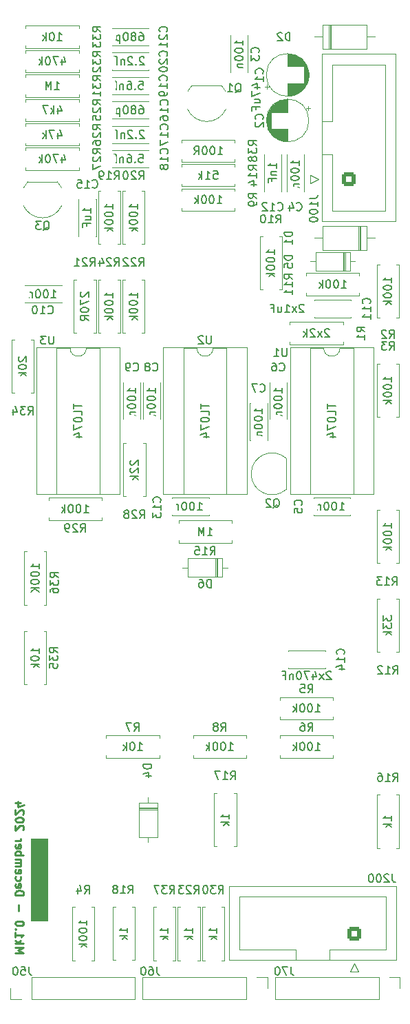
<source format=gbo>
%TF.GenerationSoftware,KiCad,Pcbnew,8.0.5*%
%TF.CreationDate,2024-12-04T18:37:58+01:00*%
%TF.ProjectId,DMH_S_H_Noise_PCB,444d485f-535f-4485-9f4e-6f6973655f50,1*%
%TF.SameCoordinates,Original*%
%TF.FileFunction,Legend,Bot*%
%TF.FilePolarity,Positive*%
%FSLAX46Y46*%
G04 Gerber Fmt 4.6, Leading zero omitted, Abs format (unit mm)*
G04 Created by KiCad (PCBNEW 8.0.5) date 2024-12-04 18:37:58*
%MOMM*%
%LPD*%
G01*
G04 APERTURE LIST*
G04 Aperture macros list*
%AMRoundRect*
0 Rectangle with rounded corners*
0 $1 Rounding radius*
0 $2 $3 $4 $5 $6 $7 $8 $9 X,Y pos of 4 corners*
0 Add a 4 corners polygon primitive as box body*
4,1,4,$2,$3,$4,$5,$6,$7,$8,$9,$2,$3,0*
0 Add four circle primitives for the rounded corners*
1,1,$1+$1,$2,$3*
1,1,$1+$1,$4,$5*
1,1,$1+$1,$6,$7*
1,1,$1+$1,$8,$9*
0 Add four rect primitives between the rounded corners*
20,1,$1+$1,$2,$3,$4,$5,0*
20,1,$1+$1,$4,$5,$6,$7,0*
20,1,$1+$1,$6,$7,$8,$9,0*
20,1,$1+$1,$8,$9,$2,$3,0*%
G04 Aperture macros list end*
%ADD10C,0.100000*%
%ADD11C,0.250000*%
%ADD12C,0.150000*%
%ADD13C,0.120000*%
%ADD14R,1.800000X1.800000*%
%ADD15C,1.800000*%
%ADD16O,2.720000X3.240000*%
%ADD17C,1.700000*%
%ADD18C,4.000000*%
%ADD19C,2.200000*%
%ADD20C,2.500000*%
%ADD21R,1.700000X1.700000*%
%ADD22R,1.600000X1.600000*%
%ADD23C,1.600000*%
%ADD24O,1.600000X1.600000*%
%ADD25R,2.200000X2.200000*%
%ADD26O,2.200000X2.200000*%
%ADD27O,1.700000X1.700000*%
%ADD28RoundRect,0.250000X0.600000X-0.600000X0.600000X0.600000X-0.600000X0.600000X-0.600000X-0.600000X0*%
%ADD29R,1.500000X1.500000*%
%ADD30C,1.500000*%
%ADD31R,1.500000X1.050000*%
%ADD32O,1.500000X1.050000*%
%ADD33RoundRect,0.250000X-0.600000X-0.600000X0.600000X-0.600000X0.600000X0.600000X-0.600000X0.600000X0*%
G04 APERTURE END LIST*
D10*
X53600000Y-142750000D02*
X55600000Y-142750000D01*
X55600000Y-152750000D01*
X53600000Y-152750000D01*
X53600000Y-142750000D01*
G36*
X53600000Y-142750000D02*
G01*
X55600000Y-142750000D01*
X55600000Y-152750000D01*
X53600000Y-152750000D01*
X53600000Y-142750000D01*
G37*
D11*
X51650380Y-156738095D02*
X52650380Y-156738095D01*
X52650380Y-156738095D02*
X51936095Y-156404762D01*
X51936095Y-156404762D02*
X52650380Y-156071429D01*
X52650380Y-156071429D02*
X51650380Y-156071429D01*
X51650380Y-155595238D02*
X52650380Y-155595238D01*
X52031333Y-155500000D02*
X51650380Y-155214286D01*
X52317047Y-155214286D02*
X51936095Y-155595238D01*
X51650380Y-154261905D02*
X51650380Y-154833333D01*
X51650380Y-154547619D02*
X52650380Y-154547619D01*
X52650380Y-154547619D02*
X52507523Y-154642857D01*
X52507523Y-154642857D02*
X52412285Y-154738095D01*
X52412285Y-154738095D02*
X52364666Y-154833333D01*
X51745619Y-153833333D02*
X51698000Y-153785714D01*
X51698000Y-153785714D02*
X51650380Y-153833333D01*
X51650380Y-153833333D02*
X51698000Y-153880952D01*
X51698000Y-153880952D02*
X51745619Y-153833333D01*
X51745619Y-153833333D02*
X51650380Y-153833333D01*
X52650380Y-153166667D02*
X52650380Y-153071429D01*
X52650380Y-153071429D02*
X52602761Y-152976191D01*
X52602761Y-152976191D02*
X52555142Y-152928572D01*
X52555142Y-152928572D02*
X52459904Y-152880953D01*
X52459904Y-152880953D02*
X52269428Y-152833334D01*
X52269428Y-152833334D02*
X52031333Y-152833334D01*
X52031333Y-152833334D02*
X51840857Y-152880953D01*
X51840857Y-152880953D02*
X51745619Y-152928572D01*
X51745619Y-152928572D02*
X51698000Y-152976191D01*
X51698000Y-152976191D02*
X51650380Y-153071429D01*
X51650380Y-153071429D02*
X51650380Y-153166667D01*
X51650380Y-153166667D02*
X51698000Y-153261905D01*
X51698000Y-153261905D02*
X51745619Y-153309524D01*
X51745619Y-153309524D02*
X51840857Y-153357143D01*
X51840857Y-153357143D02*
X52031333Y-153404762D01*
X52031333Y-153404762D02*
X52269428Y-153404762D01*
X52269428Y-153404762D02*
X52459904Y-153357143D01*
X52459904Y-153357143D02*
X52555142Y-153309524D01*
X52555142Y-153309524D02*
X52602761Y-153261905D01*
X52602761Y-153261905D02*
X52650380Y-153166667D01*
X52031333Y-151642857D02*
X52031333Y-150880953D01*
X51650380Y-149642857D02*
X52650380Y-149642857D01*
X52650380Y-149642857D02*
X52650380Y-149404762D01*
X52650380Y-149404762D02*
X52602761Y-149261905D01*
X52602761Y-149261905D02*
X52507523Y-149166667D01*
X52507523Y-149166667D02*
X52412285Y-149119048D01*
X52412285Y-149119048D02*
X52221809Y-149071429D01*
X52221809Y-149071429D02*
X52078952Y-149071429D01*
X52078952Y-149071429D02*
X51888476Y-149119048D01*
X51888476Y-149119048D02*
X51793238Y-149166667D01*
X51793238Y-149166667D02*
X51698000Y-149261905D01*
X51698000Y-149261905D02*
X51650380Y-149404762D01*
X51650380Y-149404762D02*
X51650380Y-149642857D01*
X51698000Y-148261905D02*
X51650380Y-148357143D01*
X51650380Y-148357143D02*
X51650380Y-148547619D01*
X51650380Y-148547619D02*
X51698000Y-148642857D01*
X51698000Y-148642857D02*
X51793238Y-148690476D01*
X51793238Y-148690476D02*
X52174190Y-148690476D01*
X52174190Y-148690476D02*
X52269428Y-148642857D01*
X52269428Y-148642857D02*
X52317047Y-148547619D01*
X52317047Y-148547619D02*
X52317047Y-148357143D01*
X52317047Y-148357143D02*
X52269428Y-148261905D01*
X52269428Y-148261905D02*
X52174190Y-148214286D01*
X52174190Y-148214286D02*
X52078952Y-148214286D01*
X52078952Y-148214286D02*
X51983714Y-148690476D01*
X51698000Y-147357143D02*
X51650380Y-147452381D01*
X51650380Y-147452381D02*
X51650380Y-147642857D01*
X51650380Y-147642857D02*
X51698000Y-147738095D01*
X51698000Y-147738095D02*
X51745619Y-147785714D01*
X51745619Y-147785714D02*
X51840857Y-147833333D01*
X51840857Y-147833333D02*
X52126571Y-147833333D01*
X52126571Y-147833333D02*
X52221809Y-147785714D01*
X52221809Y-147785714D02*
X52269428Y-147738095D01*
X52269428Y-147738095D02*
X52317047Y-147642857D01*
X52317047Y-147642857D02*
X52317047Y-147452381D01*
X52317047Y-147452381D02*
X52269428Y-147357143D01*
X51698000Y-146547619D02*
X51650380Y-146642857D01*
X51650380Y-146642857D02*
X51650380Y-146833333D01*
X51650380Y-146833333D02*
X51698000Y-146928571D01*
X51698000Y-146928571D02*
X51793238Y-146976190D01*
X51793238Y-146976190D02*
X52174190Y-146976190D01*
X52174190Y-146976190D02*
X52269428Y-146928571D01*
X52269428Y-146928571D02*
X52317047Y-146833333D01*
X52317047Y-146833333D02*
X52317047Y-146642857D01*
X52317047Y-146642857D02*
X52269428Y-146547619D01*
X52269428Y-146547619D02*
X52174190Y-146500000D01*
X52174190Y-146500000D02*
X52078952Y-146500000D01*
X52078952Y-146500000D02*
X51983714Y-146976190D01*
X51650380Y-146071428D02*
X52317047Y-146071428D01*
X52221809Y-146071428D02*
X52269428Y-146023809D01*
X52269428Y-146023809D02*
X52317047Y-145928571D01*
X52317047Y-145928571D02*
X52317047Y-145785714D01*
X52317047Y-145785714D02*
X52269428Y-145690476D01*
X52269428Y-145690476D02*
X52174190Y-145642857D01*
X52174190Y-145642857D02*
X51650380Y-145642857D01*
X52174190Y-145642857D02*
X52269428Y-145595238D01*
X52269428Y-145595238D02*
X52317047Y-145500000D01*
X52317047Y-145500000D02*
X52317047Y-145357143D01*
X52317047Y-145357143D02*
X52269428Y-145261904D01*
X52269428Y-145261904D02*
X52174190Y-145214285D01*
X52174190Y-145214285D02*
X51650380Y-145214285D01*
X51650380Y-144738095D02*
X52650380Y-144738095D01*
X52269428Y-144738095D02*
X52317047Y-144642857D01*
X52317047Y-144642857D02*
X52317047Y-144452381D01*
X52317047Y-144452381D02*
X52269428Y-144357143D01*
X52269428Y-144357143D02*
X52221809Y-144309524D01*
X52221809Y-144309524D02*
X52126571Y-144261905D01*
X52126571Y-144261905D02*
X51840857Y-144261905D01*
X51840857Y-144261905D02*
X51745619Y-144309524D01*
X51745619Y-144309524D02*
X51698000Y-144357143D01*
X51698000Y-144357143D02*
X51650380Y-144452381D01*
X51650380Y-144452381D02*
X51650380Y-144642857D01*
X51650380Y-144642857D02*
X51698000Y-144738095D01*
X51698000Y-143452381D02*
X51650380Y-143547619D01*
X51650380Y-143547619D02*
X51650380Y-143738095D01*
X51650380Y-143738095D02*
X51698000Y-143833333D01*
X51698000Y-143833333D02*
X51793238Y-143880952D01*
X51793238Y-143880952D02*
X52174190Y-143880952D01*
X52174190Y-143880952D02*
X52269428Y-143833333D01*
X52269428Y-143833333D02*
X52317047Y-143738095D01*
X52317047Y-143738095D02*
X52317047Y-143547619D01*
X52317047Y-143547619D02*
X52269428Y-143452381D01*
X52269428Y-143452381D02*
X52174190Y-143404762D01*
X52174190Y-143404762D02*
X52078952Y-143404762D01*
X52078952Y-143404762D02*
X51983714Y-143880952D01*
X51650380Y-142976190D02*
X52317047Y-142976190D01*
X52126571Y-142976190D02*
X52221809Y-142928571D01*
X52221809Y-142928571D02*
X52269428Y-142880952D01*
X52269428Y-142880952D02*
X52317047Y-142785714D01*
X52317047Y-142785714D02*
X52317047Y-142690476D01*
X52555142Y-141642856D02*
X52602761Y-141595237D01*
X52602761Y-141595237D02*
X52650380Y-141499999D01*
X52650380Y-141499999D02*
X52650380Y-141261904D01*
X52650380Y-141261904D02*
X52602761Y-141166666D01*
X52602761Y-141166666D02*
X52555142Y-141119047D01*
X52555142Y-141119047D02*
X52459904Y-141071428D01*
X52459904Y-141071428D02*
X52364666Y-141071428D01*
X52364666Y-141071428D02*
X52221809Y-141119047D01*
X52221809Y-141119047D02*
X51650380Y-141690475D01*
X51650380Y-141690475D02*
X51650380Y-141071428D01*
X52650380Y-140452380D02*
X52650380Y-140357142D01*
X52650380Y-140357142D02*
X52602761Y-140261904D01*
X52602761Y-140261904D02*
X52555142Y-140214285D01*
X52555142Y-140214285D02*
X52459904Y-140166666D01*
X52459904Y-140166666D02*
X52269428Y-140119047D01*
X52269428Y-140119047D02*
X52031333Y-140119047D01*
X52031333Y-140119047D02*
X51840857Y-140166666D01*
X51840857Y-140166666D02*
X51745619Y-140214285D01*
X51745619Y-140214285D02*
X51698000Y-140261904D01*
X51698000Y-140261904D02*
X51650380Y-140357142D01*
X51650380Y-140357142D02*
X51650380Y-140452380D01*
X51650380Y-140452380D02*
X51698000Y-140547618D01*
X51698000Y-140547618D02*
X51745619Y-140595237D01*
X51745619Y-140595237D02*
X51840857Y-140642856D01*
X51840857Y-140642856D02*
X52031333Y-140690475D01*
X52031333Y-140690475D02*
X52269428Y-140690475D01*
X52269428Y-140690475D02*
X52459904Y-140642856D01*
X52459904Y-140642856D02*
X52555142Y-140595237D01*
X52555142Y-140595237D02*
X52602761Y-140547618D01*
X52602761Y-140547618D02*
X52650380Y-140452380D01*
X52555142Y-139738094D02*
X52602761Y-139690475D01*
X52602761Y-139690475D02*
X52650380Y-139595237D01*
X52650380Y-139595237D02*
X52650380Y-139357142D01*
X52650380Y-139357142D02*
X52602761Y-139261904D01*
X52602761Y-139261904D02*
X52555142Y-139214285D01*
X52555142Y-139214285D02*
X52459904Y-139166666D01*
X52459904Y-139166666D02*
X52364666Y-139166666D01*
X52364666Y-139166666D02*
X52221809Y-139214285D01*
X52221809Y-139214285D02*
X51650380Y-139785713D01*
X51650380Y-139785713D02*
X51650380Y-139166666D01*
X52317047Y-138309523D02*
X51650380Y-138309523D01*
X52698000Y-138547618D02*
X51983714Y-138785713D01*
X51983714Y-138785713D02*
X51983714Y-138166666D01*
D12*
X82059581Y-48708333D02*
X82107201Y-48660714D01*
X82107201Y-48660714D02*
X82154820Y-48517857D01*
X82154820Y-48517857D02*
X82154820Y-48422619D01*
X82154820Y-48422619D02*
X82107201Y-48279762D01*
X82107201Y-48279762D02*
X82011962Y-48184524D01*
X82011962Y-48184524D02*
X81916724Y-48136905D01*
X81916724Y-48136905D02*
X81726248Y-48089286D01*
X81726248Y-48089286D02*
X81583391Y-48089286D01*
X81583391Y-48089286D02*
X81392915Y-48136905D01*
X81392915Y-48136905D02*
X81297677Y-48184524D01*
X81297677Y-48184524D02*
X81202439Y-48279762D01*
X81202439Y-48279762D02*
X81154820Y-48422619D01*
X81154820Y-48422619D02*
X81154820Y-48517857D01*
X81154820Y-48517857D02*
X81202439Y-48660714D01*
X81202439Y-48660714D02*
X81250058Y-48708333D01*
X82154820Y-49660714D02*
X82154820Y-49089286D01*
X82154820Y-49375000D02*
X81154820Y-49375000D01*
X81154820Y-49375000D02*
X81297677Y-49279762D01*
X81297677Y-49279762D02*
X81392915Y-49184524D01*
X81392915Y-49184524D02*
X81440534Y-49089286D01*
X85061904Y-82454819D02*
X85061904Y-83264342D01*
X85061904Y-83264342D02*
X85014285Y-83359580D01*
X85014285Y-83359580D02*
X84966666Y-83407200D01*
X84966666Y-83407200D02*
X84871428Y-83454819D01*
X84871428Y-83454819D02*
X84680952Y-83454819D01*
X84680952Y-83454819D02*
X84585714Y-83407200D01*
X84585714Y-83407200D02*
X84538095Y-83359580D01*
X84538095Y-83359580D02*
X84490476Y-83264342D01*
X84490476Y-83264342D02*
X84490476Y-82454819D01*
X83490476Y-83454819D02*
X84061904Y-83454819D01*
X83776190Y-83454819D02*
X83776190Y-82454819D01*
X83776190Y-82454819D02*
X83871428Y-82597676D01*
X83871428Y-82597676D02*
X83966666Y-82692914D01*
X83966666Y-82692914D02*
X84061904Y-82740533D01*
X90054819Y-89280952D02*
X90054819Y-89852380D01*
X91054819Y-89566666D02*
X90054819Y-89566666D01*
X91054819Y-90661904D02*
X91054819Y-90185714D01*
X91054819Y-90185714D02*
X90054819Y-90185714D01*
X90054819Y-91185714D02*
X90054819Y-91280952D01*
X90054819Y-91280952D02*
X90102438Y-91376190D01*
X90102438Y-91376190D02*
X90150057Y-91423809D01*
X90150057Y-91423809D02*
X90245295Y-91471428D01*
X90245295Y-91471428D02*
X90435771Y-91519047D01*
X90435771Y-91519047D02*
X90673866Y-91519047D01*
X90673866Y-91519047D02*
X90864342Y-91471428D01*
X90864342Y-91471428D02*
X90959580Y-91423809D01*
X90959580Y-91423809D02*
X91007200Y-91376190D01*
X91007200Y-91376190D02*
X91054819Y-91280952D01*
X91054819Y-91280952D02*
X91054819Y-91185714D01*
X91054819Y-91185714D02*
X91007200Y-91090476D01*
X91007200Y-91090476D02*
X90959580Y-91042857D01*
X90959580Y-91042857D02*
X90864342Y-90995238D01*
X90864342Y-90995238D02*
X90673866Y-90947619D01*
X90673866Y-90947619D02*
X90435771Y-90947619D01*
X90435771Y-90947619D02*
X90245295Y-90995238D01*
X90245295Y-90995238D02*
X90150057Y-91042857D01*
X90150057Y-91042857D02*
X90102438Y-91090476D01*
X90102438Y-91090476D02*
X90054819Y-91185714D01*
X90054819Y-91852381D02*
X90054819Y-92519047D01*
X90054819Y-92519047D02*
X91054819Y-92090476D01*
X90388152Y-93328571D02*
X91054819Y-93328571D01*
X90007200Y-93090476D02*
X90721485Y-92852381D01*
X90721485Y-92852381D02*
X90721485Y-93471428D01*
X85754819Y-68161905D02*
X84754819Y-68161905D01*
X84754819Y-68161905D02*
X84754819Y-68400000D01*
X84754819Y-68400000D02*
X84802438Y-68542857D01*
X84802438Y-68542857D02*
X84897676Y-68638095D01*
X84897676Y-68638095D02*
X84992914Y-68685714D01*
X84992914Y-68685714D02*
X85183390Y-68733333D01*
X85183390Y-68733333D02*
X85326247Y-68733333D01*
X85326247Y-68733333D02*
X85516723Y-68685714D01*
X85516723Y-68685714D02*
X85611961Y-68638095D01*
X85611961Y-68638095D02*
X85707200Y-68542857D01*
X85707200Y-68542857D02*
X85754819Y-68400000D01*
X85754819Y-68400000D02*
X85754819Y-68161905D01*
X85754819Y-69685714D02*
X85754819Y-69114286D01*
X85754819Y-69400000D02*
X84754819Y-69400000D01*
X84754819Y-69400000D02*
X84897676Y-69304762D01*
X84897676Y-69304762D02*
X84992914Y-69209524D01*
X84992914Y-69209524D02*
X85040533Y-69114286D01*
X87666666Y-124784819D02*
X87999999Y-124308628D01*
X88238094Y-124784819D02*
X88238094Y-123784819D01*
X88238094Y-123784819D02*
X87857142Y-123784819D01*
X87857142Y-123784819D02*
X87761904Y-123832438D01*
X87761904Y-123832438D02*
X87714285Y-123880057D01*
X87714285Y-123880057D02*
X87666666Y-123975295D01*
X87666666Y-123975295D02*
X87666666Y-124118152D01*
X87666666Y-124118152D02*
X87714285Y-124213390D01*
X87714285Y-124213390D02*
X87761904Y-124261009D01*
X87761904Y-124261009D02*
X87857142Y-124308628D01*
X87857142Y-124308628D02*
X88238094Y-124308628D01*
X86761904Y-123784819D02*
X87238094Y-123784819D01*
X87238094Y-123784819D02*
X87285713Y-124261009D01*
X87285713Y-124261009D02*
X87238094Y-124213390D01*
X87238094Y-124213390D02*
X87142856Y-124165771D01*
X87142856Y-124165771D02*
X86904761Y-124165771D01*
X86904761Y-124165771D02*
X86809523Y-124213390D01*
X86809523Y-124213390D02*
X86761904Y-124261009D01*
X86761904Y-124261009D02*
X86714285Y-124356247D01*
X86714285Y-124356247D02*
X86714285Y-124594342D01*
X86714285Y-124594342D02*
X86761904Y-124689580D01*
X86761904Y-124689580D02*
X86809523Y-124737200D01*
X86809523Y-124737200D02*
X86904761Y-124784819D01*
X86904761Y-124784819D02*
X87142856Y-124784819D01*
X87142856Y-124784819D02*
X87238094Y-124737200D01*
X87238094Y-124737200D02*
X87285713Y-124689580D01*
X88571428Y-127154819D02*
X89142856Y-127154819D01*
X88857142Y-127154819D02*
X88857142Y-126154819D01*
X88857142Y-126154819D02*
X88952380Y-126297676D01*
X88952380Y-126297676D02*
X89047618Y-126392914D01*
X89047618Y-126392914D02*
X89142856Y-126440533D01*
X87952380Y-126154819D02*
X87857142Y-126154819D01*
X87857142Y-126154819D02*
X87761904Y-126202438D01*
X87761904Y-126202438D02*
X87714285Y-126250057D01*
X87714285Y-126250057D02*
X87666666Y-126345295D01*
X87666666Y-126345295D02*
X87619047Y-126535771D01*
X87619047Y-126535771D02*
X87619047Y-126773866D01*
X87619047Y-126773866D02*
X87666666Y-126964342D01*
X87666666Y-126964342D02*
X87714285Y-127059580D01*
X87714285Y-127059580D02*
X87761904Y-127107200D01*
X87761904Y-127107200D02*
X87857142Y-127154819D01*
X87857142Y-127154819D02*
X87952380Y-127154819D01*
X87952380Y-127154819D02*
X88047618Y-127107200D01*
X88047618Y-127107200D02*
X88095237Y-127059580D01*
X88095237Y-127059580D02*
X88142856Y-126964342D01*
X88142856Y-126964342D02*
X88190475Y-126773866D01*
X88190475Y-126773866D02*
X88190475Y-126535771D01*
X88190475Y-126535771D02*
X88142856Y-126345295D01*
X88142856Y-126345295D02*
X88095237Y-126250057D01*
X88095237Y-126250057D02*
X88047618Y-126202438D01*
X88047618Y-126202438D02*
X87952380Y-126154819D01*
X86999999Y-126154819D02*
X86904761Y-126154819D01*
X86904761Y-126154819D02*
X86809523Y-126202438D01*
X86809523Y-126202438D02*
X86761904Y-126250057D01*
X86761904Y-126250057D02*
X86714285Y-126345295D01*
X86714285Y-126345295D02*
X86666666Y-126535771D01*
X86666666Y-126535771D02*
X86666666Y-126773866D01*
X86666666Y-126773866D02*
X86714285Y-126964342D01*
X86714285Y-126964342D02*
X86761904Y-127059580D01*
X86761904Y-127059580D02*
X86809523Y-127107200D01*
X86809523Y-127107200D02*
X86904761Y-127154819D01*
X86904761Y-127154819D02*
X86999999Y-127154819D01*
X86999999Y-127154819D02*
X87095237Y-127107200D01*
X87095237Y-127107200D02*
X87142856Y-127059580D01*
X87142856Y-127059580D02*
X87190475Y-126964342D01*
X87190475Y-126964342D02*
X87238094Y-126773866D01*
X87238094Y-126773866D02*
X87238094Y-126535771D01*
X87238094Y-126535771D02*
X87190475Y-126345295D01*
X87190475Y-126345295D02*
X87142856Y-126250057D01*
X87142856Y-126250057D02*
X87095237Y-126202438D01*
X87095237Y-126202438D02*
X86999999Y-126154819D01*
X86238094Y-127154819D02*
X86238094Y-126154819D01*
X86142856Y-126773866D02*
X85857142Y-127154819D01*
X85857142Y-126488152D02*
X86238094Y-126869104D01*
X75738094Y-111854819D02*
X75738094Y-110854819D01*
X75738094Y-110854819D02*
X75499999Y-110854819D01*
X75499999Y-110854819D02*
X75357142Y-110902438D01*
X75357142Y-110902438D02*
X75261904Y-110997676D01*
X75261904Y-110997676D02*
X75214285Y-111092914D01*
X75214285Y-111092914D02*
X75166666Y-111283390D01*
X75166666Y-111283390D02*
X75166666Y-111426247D01*
X75166666Y-111426247D02*
X75214285Y-111616723D01*
X75214285Y-111616723D02*
X75261904Y-111711961D01*
X75261904Y-111711961D02*
X75357142Y-111807200D01*
X75357142Y-111807200D02*
X75499999Y-111854819D01*
X75499999Y-111854819D02*
X75738094Y-111854819D01*
X74309523Y-110854819D02*
X74499999Y-110854819D01*
X74499999Y-110854819D02*
X74595237Y-110902438D01*
X74595237Y-110902438D02*
X74642856Y-110950057D01*
X74642856Y-110950057D02*
X74738094Y-111092914D01*
X74738094Y-111092914D02*
X74785713Y-111283390D01*
X74785713Y-111283390D02*
X74785713Y-111664342D01*
X74785713Y-111664342D02*
X74738094Y-111759580D01*
X74738094Y-111759580D02*
X74690475Y-111807200D01*
X74690475Y-111807200D02*
X74595237Y-111854819D01*
X74595237Y-111854819D02*
X74404761Y-111854819D01*
X74404761Y-111854819D02*
X74309523Y-111807200D01*
X74309523Y-111807200D02*
X74261904Y-111759580D01*
X74261904Y-111759580D02*
X74214285Y-111664342D01*
X74214285Y-111664342D02*
X74214285Y-111426247D01*
X74214285Y-111426247D02*
X74261904Y-111331009D01*
X74261904Y-111331009D02*
X74309523Y-111283390D01*
X74309523Y-111283390D02*
X74404761Y-111235771D01*
X74404761Y-111235771D02*
X74595237Y-111235771D01*
X74595237Y-111235771D02*
X74690475Y-111283390D01*
X74690475Y-111283390D02*
X74738094Y-111331009D01*
X74738094Y-111331009D02*
X74785713Y-111426247D01*
X62154819Y-46597142D02*
X61678628Y-46263809D01*
X62154819Y-46025714D02*
X61154819Y-46025714D01*
X61154819Y-46025714D02*
X61154819Y-46406666D01*
X61154819Y-46406666D02*
X61202438Y-46501904D01*
X61202438Y-46501904D02*
X61250057Y-46549523D01*
X61250057Y-46549523D02*
X61345295Y-46597142D01*
X61345295Y-46597142D02*
X61488152Y-46597142D01*
X61488152Y-46597142D02*
X61583390Y-46549523D01*
X61583390Y-46549523D02*
X61631009Y-46501904D01*
X61631009Y-46501904D02*
X61678628Y-46406666D01*
X61678628Y-46406666D02*
X61678628Y-46025714D01*
X61154819Y-46930476D02*
X61154819Y-47549523D01*
X61154819Y-47549523D02*
X61535771Y-47216190D01*
X61535771Y-47216190D02*
X61535771Y-47359047D01*
X61535771Y-47359047D02*
X61583390Y-47454285D01*
X61583390Y-47454285D02*
X61631009Y-47501904D01*
X61631009Y-47501904D02*
X61726247Y-47549523D01*
X61726247Y-47549523D02*
X61964342Y-47549523D01*
X61964342Y-47549523D02*
X62059580Y-47501904D01*
X62059580Y-47501904D02*
X62107200Y-47454285D01*
X62107200Y-47454285D02*
X62154819Y-47359047D01*
X62154819Y-47359047D02*
X62154819Y-47073333D01*
X62154819Y-47073333D02*
X62107200Y-46978095D01*
X62107200Y-46978095D02*
X62059580Y-46930476D01*
X61250057Y-47930476D02*
X61202438Y-47978095D01*
X61202438Y-47978095D02*
X61154819Y-48073333D01*
X61154819Y-48073333D02*
X61154819Y-48311428D01*
X61154819Y-48311428D02*
X61202438Y-48406666D01*
X61202438Y-48406666D02*
X61250057Y-48454285D01*
X61250057Y-48454285D02*
X61345295Y-48501904D01*
X61345295Y-48501904D02*
X61440533Y-48501904D01*
X61440533Y-48501904D02*
X61583390Y-48454285D01*
X61583390Y-48454285D02*
X62154819Y-47882857D01*
X62154819Y-47882857D02*
X62154819Y-48501904D01*
X57366666Y-46988152D02*
X57366666Y-47654819D01*
X57604761Y-46607200D02*
X57842856Y-47321485D01*
X57842856Y-47321485D02*
X57223809Y-47321485D01*
X56938094Y-46654819D02*
X56271428Y-46654819D01*
X56271428Y-46654819D02*
X56699999Y-47654819D01*
X55699999Y-46654819D02*
X55604761Y-46654819D01*
X55604761Y-46654819D02*
X55509523Y-46702438D01*
X55509523Y-46702438D02*
X55461904Y-46750057D01*
X55461904Y-46750057D02*
X55414285Y-46845295D01*
X55414285Y-46845295D02*
X55366666Y-47035771D01*
X55366666Y-47035771D02*
X55366666Y-47273866D01*
X55366666Y-47273866D02*
X55414285Y-47464342D01*
X55414285Y-47464342D02*
X55461904Y-47559580D01*
X55461904Y-47559580D02*
X55509523Y-47607200D01*
X55509523Y-47607200D02*
X55604761Y-47654819D01*
X55604761Y-47654819D02*
X55699999Y-47654819D01*
X55699999Y-47654819D02*
X55795237Y-47607200D01*
X55795237Y-47607200D02*
X55842856Y-47559580D01*
X55842856Y-47559580D02*
X55890475Y-47464342D01*
X55890475Y-47464342D02*
X55938094Y-47273866D01*
X55938094Y-47273866D02*
X55938094Y-47035771D01*
X55938094Y-47035771D02*
X55890475Y-46845295D01*
X55890475Y-46845295D02*
X55842856Y-46750057D01*
X55842856Y-46750057D02*
X55795237Y-46702438D01*
X55795237Y-46702438D02*
X55699999Y-46654819D01*
X54938094Y-47654819D02*
X54938094Y-46654819D01*
X54842856Y-47273866D02*
X54557142Y-47654819D01*
X54557142Y-46988152D02*
X54938094Y-47369104D01*
X62154819Y-55597142D02*
X61678628Y-55263809D01*
X62154819Y-55025714D02*
X61154819Y-55025714D01*
X61154819Y-55025714D02*
X61154819Y-55406666D01*
X61154819Y-55406666D02*
X61202438Y-55501904D01*
X61202438Y-55501904D02*
X61250057Y-55549523D01*
X61250057Y-55549523D02*
X61345295Y-55597142D01*
X61345295Y-55597142D02*
X61488152Y-55597142D01*
X61488152Y-55597142D02*
X61583390Y-55549523D01*
X61583390Y-55549523D02*
X61631009Y-55501904D01*
X61631009Y-55501904D02*
X61678628Y-55406666D01*
X61678628Y-55406666D02*
X61678628Y-55025714D01*
X61250057Y-55978095D02*
X61202438Y-56025714D01*
X61202438Y-56025714D02*
X61154819Y-56120952D01*
X61154819Y-56120952D02*
X61154819Y-56359047D01*
X61154819Y-56359047D02*
X61202438Y-56454285D01*
X61202438Y-56454285D02*
X61250057Y-56501904D01*
X61250057Y-56501904D02*
X61345295Y-56549523D01*
X61345295Y-56549523D02*
X61440533Y-56549523D01*
X61440533Y-56549523D02*
X61583390Y-56501904D01*
X61583390Y-56501904D02*
X62154819Y-55930476D01*
X62154819Y-55930476D02*
X62154819Y-56549523D01*
X61154819Y-57406666D02*
X61154819Y-57216190D01*
X61154819Y-57216190D02*
X61202438Y-57120952D01*
X61202438Y-57120952D02*
X61250057Y-57073333D01*
X61250057Y-57073333D02*
X61392914Y-56978095D01*
X61392914Y-56978095D02*
X61583390Y-56930476D01*
X61583390Y-56930476D02*
X61964342Y-56930476D01*
X61964342Y-56930476D02*
X62059580Y-56978095D01*
X62059580Y-56978095D02*
X62107200Y-57025714D01*
X62107200Y-57025714D02*
X62154819Y-57120952D01*
X62154819Y-57120952D02*
X62154819Y-57311428D01*
X62154819Y-57311428D02*
X62107200Y-57406666D01*
X62107200Y-57406666D02*
X62059580Y-57454285D01*
X62059580Y-57454285D02*
X61964342Y-57501904D01*
X61964342Y-57501904D02*
X61726247Y-57501904D01*
X61726247Y-57501904D02*
X61631009Y-57454285D01*
X61631009Y-57454285D02*
X61583390Y-57406666D01*
X61583390Y-57406666D02*
X61535771Y-57311428D01*
X61535771Y-57311428D02*
X61535771Y-57120952D01*
X61535771Y-57120952D02*
X61583390Y-57025714D01*
X61583390Y-57025714D02*
X61631009Y-56978095D01*
X61631009Y-56978095D02*
X61726247Y-56930476D01*
X56890476Y-55988152D02*
X56890476Y-56654819D01*
X57128571Y-55607200D02*
X57366666Y-56321485D01*
X57366666Y-56321485D02*
X56747619Y-56321485D01*
X56461904Y-55654819D02*
X55795238Y-55654819D01*
X55795238Y-55654819D02*
X56223809Y-56654819D01*
X55414285Y-56654819D02*
X55414285Y-55654819D01*
X55319047Y-56273866D02*
X55033333Y-56654819D01*
X55033333Y-55988152D02*
X55414285Y-56369104D01*
X68566666Y-85159580D02*
X68614285Y-85207200D01*
X68614285Y-85207200D02*
X68757142Y-85254819D01*
X68757142Y-85254819D02*
X68852380Y-85254819D01*
X68852380Y-85254819D02*
X68995237Y-85207200D01*
X68995237Y-85207200D02*
X69090475Y-85111961D01*
X69090475Y-85111961D02*
X69138094Y-85016723D01*
X69138094Y-85016723D02*
X69185713Y-84826247D01*
X69185713Y-84826247D02*
X69185713Y-84683390D01*
X69185713Y-84683390D02*
X69138094Y-84492914D01*
X69138094Y-84492914D02*
X69090475Y-84397676D01*
X69090475Y-84397676D02*
X68995237Y-84302438D01*
X68995237Y-84302438D02*
X68852380Y-84254819D01*
X68852380Y-84254819D02*
X68757142Y-84254819D01*
X68757142Y-84254819D02*
X68614285Y-84302438D01*
X68614285Y-84302438D02*
X68566666Y-84350057D01*
X67995237Y-84683390D02*
X68090475Y-84635771D01*
X68090475Y-84635771D02*
X68138094Y-84588152D01*
X68138094Y-84588152D02*
X68185713Y-84492914D01*
X68185713Y-84492914D02*
X68185713Y-84445295D01*
X68185713Y-84445295D02*
X68138094Y-84350057D01*
X68138094Y-84350057D02*
X68090475Y-84302438D01*
X68090475Y-84302438D02*
X67995237Y-84254819D01*
X67995237Y-84254819D02*
X67804761Y-84254819D01*
X67804761Y-84254819D02*
X67709523Y-84302438D01*
X67709523Y-84302438D02*
X67661904Y-84350057D01*
X67661904Y-84350057D02*
X67614285Y-84445295D01*
X67614285Y-84445295D02*
X67614285Y-84492914D01*
X67614285Y-84492914D02*
X67661904Y-84588152D01*
X67661904Y-84588152D02*
X67709523Y-84635771D01*
X67709523Y-84635771D02*
X67804761Y-84683390D01*
X67804761Y-84683390D02*
X67995237Y-84683390D01*
X67995237Y-84683390D02*
X68090475Y-84731009D01*
X68090475Y-84731009D02*
X68138094Y-84778628D01*
X68138094Y-84778628D02*
X68185713Y-84873866D01*
X68185713Y-84873866D02*
X68185713Y-85064342D01*
X68185713Y-85064342D02*
X68138094Y-85159580D01*
X68138094Y-85159580D02*
X68090475Y-85207200D01*
X68090475Y-85207200D02*
X67995237Y-85254819D01*
X67995237Y-85254819D02*
X67804761Y-85254819D01*
X67804761Y-85254819D02*
X67709523Y-85207200D01*
X67709523Y-85207200D02*
X67661904Y-85159580D01*
X67661904Y-85159580D02*
X67614285Y-85064342D01*
X67614285Y-85064342D02*
X67614285Y-84873866D01*
X67614285Y-84873866D02*
X67661904Y-84778628D01*
X67661904Y-84778628D02*
X67709523Y-84731009D01*
X67709523Y-84731009D02*
X67804761Y-84683390D01*
X68854819Y-87952380D02*
X68854819Y-87380952D01*
X68854819Y-87666666D02*
X67854819Y-87666666D01*
X67854819Y-87666666D02*
X67997676Y-87571428D01*
X67997676Y-87571428D02*
X68092914Y-87476190D01*
X68092914Y-87476190D02*
X68140533Y-87380952D01*
X67854819Y-88571428D02*
X67854819Y-88666666D01*
X67854819Y-88666666D02*
X67902438Y-88761904D01*
X67902438Y-88761904D02*
X67950057Y-88809523D01*
X67950057Y-88809523D02*
X68045295Y-88857142D01*
X68045295Y-88857142D02*
X68235771Y-88904761D01*
X68235771Y-88904761D02*
X68473866Y-88904761D01*
X68473866Y-88904761D02*
X68664342Y-88857142D01*
X68664342Y-88857142D02*
X68759580Y-88809523D01*
X68759580Y-88809523D02*
X68807200Y-88761904D01*
X68807200Y-88761904D02*
X68854819Y-88666666D01*
X68854819Y-88666666D02*
X68854819Y-88571428D01*
X68854819Y-88571428D02*
X68807200Y-88476190D01*
X68807200Y-88476190D02*
X68759580Y-88428571D01*
X68759580Y-88428571D02*
X68664342Y-88380952D01*
X68664342Y-88380952D02*
X68473866Y-88333333D01*
X68473866Y-88333333D02*
X68235771Y-88333333D01*
X68235771Y-88333333D02*
X68045295Y-88380952D01*
X68045295Y-88380952D02*
X67950057Y-88428571D01*
X67950057Y-88428571D02*
X67902438Y-88476190D01*
X67902438Y-88476190D02*
X67854819Y-88571428D01*
X67854819Y-89523809D02*
X67854819Y-89619047D01*
X67854819Y-89619047D02*
X67902438Y-89714285D01*
X67902438Y-89714285D02*
X67950057Y-89761904D01*
X67950057Y-89761904D02*
X68045295Y-89809523D01*
X68045295Y-89809523D02*
X68235771Y-89857142D01*
X68235771Y-89857142D02*
X68473866Y-89857142D01*
X68473866Y-89857142D02*
X68664342Y-89809523D01*
X68664342Y-89809523D02*
X68759580Y-89761904D01*
X68759580Y-89761904D02*
X68807200Y-89714285D01*
X68807200Y-89714285D02*
X68854819Y-89619047D01*
X68854819Y-89619047D02*
X68854819Y-89523809D01*
X68854819Y-89523809D02*
X68807200Y-89428571D01*
X68807200Y-89428571D02*
X68759580Y-89380952D01*
X68759580Y-89380952D02*
X68664342Y-89333333D01*
X68664342Y-89333333D02*
X68473866Y-89285714D01*
X68473866Y-89285714D02*
X68235771Y-89285714D01*
X68235771Y-89285714D02*
X68045295Y-89333333D01*
X68045295Y-89333333D02*
X67950057Y-89380952D01*
X67950057Y-89380952D02*
X67902438Y-89428571D01*
X67902438Y-89428571D02*
X67854819Y-89523809D01*
X68188152Y-90285714D02*
X68854819Y-90285714D01*
X68283390Y-90285714D02*
X68235771Y-90333333D01*
X68235771Y-90333333D02*
X68188152Y-90428571D01*
X68188152Y-90428571D02*
X68188152Y-90571428D01*
X68188152Y-90571428D02*
X68235771Y-90666666D01*
X68235771Y-90666666D02*
X68331009Y-90714285D01*
X68331009Y-90714285D02*
X68854819Y-90714285D01*
X68331009Y-91523809D02*
X68331009Y-91190476D01*
X68854819Y-91190476D02*
X67854819Y-91190476D01*
X67854819Y-91190476D02*
X67854819Y-91666666D01*
X53309523Y-158454819D02*
X53309523Y-159169104D01*
X53309523Y-159169104D02*
X53357142Y-159311961D01*
X53357142Y-159311961D02*
X53452380Y-159407200D01*
X53452380Y-159407200D02*
X53595237Y-159454819D01*
X53595237Y-159454819D02*
X53690475Y-159454819D01*
X52357142Y-158454819D02*
X52833332Y-158454819D01*
X52833332Y-158454819D02*
X52880951Y-158931009D01*
X52880951Y-158931009D02*
X52833332Y-158883390D01*
X52833332Y-158883390D02*
X52738094Y-158835771D01*
X52738094Y-158835771D02*
X52499999Y-158835771D01*
X52499999Y-158835771D02*
X52404761Y-158883390D01*
X52404761Y-158883390D02*
X52357142Y-158931009D01*
X52357142Y-158931009D02*
X52309523Y-159026247D01*
X52309523Y-159026247D02*
X52309523Y-159264342D01*
X52309523Y-159264342D02*
X52357142Y-159359580D01*
X52357142Y-159359580D02*
X52404761Y-159407200D01*
X52404761Y-159407200D02*
X52499999Y-159454819D01*
X52499999Y-159454819D02*
X52738094Y-159454819D01*
X52738094Y-159454819D02*
X52833332Y-159407200D01*
X52833332Y-159407200D02*
X52880951Y-159359580D01*
X51690475Y-158454819D02*
X51595237Y-158454819D01*
X51595237Y-158454819D02*
X51499999Y-158502438D01*
X51499999Y-158502438D02*
X51452380Y-158550057D01*
X51452380Y-158550057D02*
X51404761Y-158645295D01*
X51404761Y-158645295D02*
X51357142Y-158835771D01*
X51357142Y-158835771D02*
X51357142Y-159073866D01*
X51357142Y-159073866D02*
X51404761Y-159264342D01*
X51404761Y-159264342D02*
X51452380Y-159359580D01*
X51452380Y-159359580D02*
X51499999Y-159407200D01*
X51499999Y-159407200D02*
X51595237Y-159454819D01*
X51595237Y-159454819D02*
X51690475Y-159454819D01*
X51690475Y-159454819D02*
X51785713Y-159407200D01*
X51785713Y-159407200D02*
X51833332Y-159359580D01*
X51833332Y-159359580D02*
X51880951Y-159264342D01*
X51880951Y-159264342D02*
X51928570Y-159073866D01*
X51928570Y-159073866D02*
X51928570Y-158835771D01*
X51928570Y-158835771D02*
X51880951Y-158645295D01*
X51880951Y-158645295D02*
X51833332Y-158550057D01*
X51833332Y-158550057D02*
X51785713Y-158502438D01*
X51785713Y-158502438D02*
X51690475Y-158454819D01*
X81559580Y-46133333D02*
X81607200Y-46085714D01*
X81607200Y-46085714D02*
X81654819Y-45942857D01*
X81654819Y-45942857D02*
X81654819Y-45847619D01*
X81654819Y-45847619D02*
X81607200Y-45704762D01*
X81607200Y-45704762D02*
X81511961Y-45609524D01*
X81511961Y-45609524D02*
X81416723Y-45561905D01*
X81416723Y-45561905D02*
X81226247Y-45514286D01*
X81226247Y-45514286D02*
X81083390Y-45514286D01*
X81083390Y-45514286D02*
X80892914Y-45561905D01*
X80892914Y-45561905D02*
X80797676Y-45609524D01*
X80797676Y-45609524D02*
X80702438Y-45704762D01*
X80702438Y-45704762D02*
X80654819Y-45847619D01*
X80654819Y-45847619D02*
X80654819Y-45942857D01*
X80654819Y-45942857D02*
X80702438Y-46085714D01*
X80702438Y-46085714D02*
X80750057Y-46133333D01*
X80654819Y-46466667D02*
X80654819Y-47085714D01*
X80654819Y-47085714D02*
X81035771Y-46752381D01*
X81035771Y-46752381D02*
X81035771Y-46895238D01*
X81035771Y-46895238D02*
X81083390Y-46990476D01*
X81083390Y-46990476D02*
X81131009Y-47038095D01*
X81131009Y-47038095D02*
X81226247Y-47085714D01*
X81226247Y-47085714D02*
X81464342Y-47085714D01*
X81464342Y-47085714D02*
X81559580Y-47038095D01*
X81559580Y-47038095D02*
X81607200Y-46990476D01*
X81607200Y-46990476D02*
X81654819Y-46895238D01*
X81654819Y-46895238D02*
X81654819Y-46609524D01*
X81654819Y-46609524D02*
X81607200Y-46514286D01*
X81607200Y-46514286D02*
X81559580Y-46466667D01*
X79654819Y-45202380D02*
X79654819Y-44630952D01*
X79654819Y-44916666D02*
X78654819Y-44916666D01*
X78654819Y-44916666D02*
X78797676Y-44821428D01*
X78797676Y-44821428D02*
X78892914Y-44726190D01*
X78892914Y-44726190D02*
X78940533Y-44630952D01*
X78654819Y-45821428D02*
X78654819Y-45916666D01*
X78654819Y-45916666D02*
X78702438Y-46011904D01*
X78702438Y-46011904D02*
X78750057Y-46059523D01*
X78750057Y-46059523D02*
X78845295Y-46107142D01*
X78845295Y-46107142D02*
X79035771Y-46154761D01*
X79035771Y-46154761D02*
X79273866Y-46154761D01*
X79273866Y-46154761D02*
X79464342Y-46107142D01*
X79464342Y-46107142D02*
X79559580Y-46059523D01*
X79559580Y-46059523D02*
X79607200Y-46011904D01*
X79607200Y-46011904D02*
X79654819Y-45916666D01*
X79654819Y-45916666D02*
X79654819Y-45821428D01*
X79654819Y-45821428D02*
X79607200Y-45726190D01*
X79607200Y-45726190D02*
X79559580Y-45678571D01*
X79559580Y-45678571D02*
X79464342Y-45630952D01*
X79464342Y-45630952D02*
X79273866Y-45583333D01*
X79273866Y-45583333D02*
X79035771Y-45583333D01*
X79035771Y-45583333D02*
X78845295Y-45630952D01*
X78845295Y-45630952D02*
X78750057Y-45678571D01*
X78750057Y-45678571D02*
X78702438Y-45726190D01*
X78702438Y-45726190D02*
X78654819Y-45821428D01*
X78654819Y-46773809D02*
X78654819Y-46869047D01*
X78654819Y-46869047D02*
X78702438Y-46964285D01*
X78702438Y-46964285D02*
X78750057Y-47011904D01*
X78750057Y-47011904D02*
X78845295Y-47059523D01*
X78845295Y-47059523D02*
X79035771Y-47107142D01*
X79035771Y-47107142D02*
X79273866Y-47107142D01*
X79273866Y-47107142D02*
X79464342Y-47059523D01*
X79464342Y-47059523D02*
X79559580Y-47011904D01*
X79559580Y-47011904D02*
X79607200Y-46964285D01*
X79607200Y-46964285D02*
X79654819Y-46869047D01*
X79654819Y-46869047D02*
X79654819Y-46773809D01*
X79654819Y-46773809D02*
X79607200Y-46678571D01*
X79607200Y-46678571D02*
X79559580Y-46630952D01*
X79559580Y-46630952D02*
X79464342Y-46583333D01*
X79464342Y-46583333D02*
X79273866Y-46535714D01*
X79273866Y-46535714D02*
X79035771Y-46535714D01*
X79035771Y-46535714D02*
X78845295Y-46583333D01*
X78845295Y-46583333D02*
X78750057Y-46630952D01*
X78750057Y-46630952D02*
X78702438Y-46678571D01*
X78702438Y-46678571D02*
X78654819Y-46773809D01*
X78988152Y-47535714D02*
X79654819Y-47535714D01*
X79083390Y-47535714D02*
X79035771Y-47583333D01*
X79035771Y-47583333D02*
X78988152Y-47678571D01*
X78988152Y-47678571D02*
X78988152Y-47821428D01*
X78988152Y-47821428D02*
X79035771Y-47916666D01*
X79035771Y-47916666D02*
X79131009Y-47964285D01*
X79131009Y-47964285D02*
X79654819Y-47964285D01*
X79131009Y-48773809D02*
X79131009Y-48440476D01*
X79654819Y-48440476D02*
X78654819Y-48440476D01*
X78654819Y-48440476D02*
X78654819Y-48916666D01*
X70359580Y-52557142D02*
X70407200Y-52509523D01*
X70407200Y-52509523D02*
X70454819Y-52366666D01*
X70454819Y-52366666D02*
X70454819Y-52271428D01*
X70454819Y-52271428D02*
X70407200Y-52128571D01*
X70407200Y-52128571D02*
X70311961Y-52033333D01*
X70311961Y-52033333D02*
X70216723Y-51985714D01*
X70216723Y-51985714D02*
X70026247Y-51938095D01*
X70026247Y-51938095D02*
X69883390Y-51938095D01*
X69883390Y-51938095D02*
X69692914Y-51985714D01*
X69692914Y-51985714D02*
X69597676Y-52033333D01*
X69597676Y-52033333D02*
X69502438Y-52128571D01*
X69502438Y-52128571D02*
X69454819Y-52271428D01*
X69454819Y-52271428D02*
X69454819Y-52366666D01*
X69454819Y-52366666D02*
X69502438Y-52509523D01*
X69502438Y-52509523D02*
X69550057Y-52557142D01*
X70454819Y-53509523D02*
X70454819Y-52938095D01*
X70454819Y-53223809D02*
X69454819Y-53223809D01*
X69454819Y-53223809D02*
X69597676Y-53128571D01*
X69597676Y-53128571D02*
X69692914Y-53033333D01*
X69692914Y-53033333D02*
X69740533Y-52938095D01*
X69454819Y-54366666D02*
X69454819Y-54176190D01*
X69454819Y-54176190D02*
X69502438Y-54080952D01*
X69502438Y-54080952D02*
X69550057Y-54033333D01*
X69550057Y-54033333D02*
X69692914Y-53938095D01*
X69692914Y-53938095D02*
X69883390Y-53890476D01*
X69883390Y-53890476D02*
X70264342Y-53890476D01*
X70264342Y-53890476D02*
X70359580Y-53938095D01*
X70359580Y-53938095D02*
X70407200Y-53985714D01*
X70407200Y-53985714D02*
X70454819Y-54080952D01*
X70454819Y-54080952D02*
X70454819Y-54271428D01*
X70454819Y-54271428D02*
X70407200Y-54366666D01*
X70407200Y-54366666D02*
X70359580Y-54414285D01*
X70359580Y-54414285D02*
X70264342Y-54461904D01*
X70264342Y-54461904D02*
X70026247Y-54461904D01*
X70026247Y-54461904D02*
X69931009Y-54414285D01*
X69931009Y-54414285D02*
X69883390Y-54366666D01*
X69883390Y-54366666D02*
X69835771Y-54271428D01*
X69835771Y-54271428D02*
X69835771Y-54080952D01*
X69835771Y-54080952D02*
X69883390Y-53985714D01*
X69883390Y-53985714D02*
X69931009Y-53938095D01*
X69931009Y-53938095D02*
X70026247Y-53890476D01*
X66942857Y-52654819D02*
X67133333Y-52654819D01*
X67133333Y-52654819D02*
X67228571Y-52702438D01*
X67228571Y-52702438D02*
X67276190Y-52750057D01*
X67276190Y-52750057D02*
X67371428Y-52892914D01*
X67371428Y-52892914D02*
X67419047Y-53083390D01*
X67419047Y-53083390D02*
X67419047Y-53464342D01*
X67419047Y-53464342D02*
X67371428Y-53559580D01*
X67371428Y-53559580D02*
X67323809Y-53607200D01*
X67323809Y-53607200D02*
X67228571Y-53654819D01*
X67228571Y-53654819D02*
X67038095Y-53654819D01*
X67038095Y-53654819D02*
X66942857Y-53607200D01*
X66942857Y-53607200D02*
X66895238Y-53559580D01*
X66895238Y-53559580D02*
X66847619Y-53464342D01*
X66847619Y-53464342D02*
X66847619Y-53226247D01*
X66847619Y-53226247D02*
X66895238Y-53131009D01*
X66895238Y-53131009D02*
X66942857Y-53083390D01*
X66942857Y-53083390D02*
X67038095Y-53035771D01*
X67038095Y-53035771D02*
X67228571Y-53035771D01*
X67228571Y-53035771D02*
X67323809Y-53083390D01*
X67323809Y-53083390D02*
X67371428Y-53131009D01*
X67371428Y-53131009D02*
X67419047Y-53226247D01*
X66276190Y-53083390D02*
X66371428Y-53035771D01*
X66371428Y-53035771D02*
X66419047Y-52988152D01*
X66419047Y-52988152D02*
X66466666Y-52892914D01*
X66466666Y-52892914D02*
X66466666Y-52845295D01*
X66466666Y-52845295D02*
X66419047Y-52750057D01*
X66419047Y-52750057D02*
X66371428Y-52702438D01*
X66371428Y-52702438D02*
X66276190Y-52654819D01*
X66276190Y-52654819D02*
X66085714Y-52654819D01*
X66085714Y-52654819D02*
X65990476Y-52702438D01*
X65990476Y-52702438D02*
X65942857Y-52750057D01*
X65942857Y-52750057D02*
X65895238Y-52845295D01*
X65895238Y-52845295D02*
X65895238Y-52892914D01*
X65895238Y-52892914D02*
X65942857Y-52988152D01*
X65942857Y-52988152D02*
X65990476Y-53035771D01*
X65990476Y-53035771D02*
X66085714Y-53083390D01*
X66085714Y-53083390D02*
X66276190Y-53083390D01*
X66276190Y-53083390D02*
X66371428Y-53131009D01*
X66371428Y-53131009D02*
X66419047Y-53178628D01*
X66419047Y-53178628D02*
X66466666Y-53273866D01*
X66466666Y-53273866D02*
X66466666Y-53464342D01*
X66466666Y-53464342D02*
X66419047Y-53559580D01*
X66419047Y-53559580D02*
X66371428Y-53607200D01*
X66371428Y-53607200D02*
X66276190Y-53654819D01*
X66276190Y-53654819D02*
X66085714Y-53654819D01*
X66085714Y-53654819D02*
X65990476Y-53607200D01*
X65990476Y-53607200D02*
X65942857Y-53559580D01*
X65942857Y-53559580D02*
X65895238Y-53464342D01*
X65895238Y-53464342D02*
X65895238Y-53273866D01*
X65895238Y-53273866D02*
X65942857Y-53178628D01*
X65942857Y-53178628D02*
X65990476Y-53131009D01*
X65990476Y-53131009D02*
X66085714Y-53083390D01*
X65276190Y-52654819D02*
X65180952Y-52654819D01*
X65180952Y-52654819D02*
X65085714Y-52702438D01*
X65085714Y-52702438D02*
X65038095Y-52750057D01*
X65038095Y-52750057D02*
X64990476Y-52845295D01*
X64990476Y-52845295D02*
X64942857Y-53035771D01*
X64942857Y-53035771D02*
X64942857Y-53273866D01*
X64942857Y-53273866D02*
X64990476Y-53464342D01*
X64990476Y-53464342D02*
X65038095Y-53559580D01*
X65038095Y-53559580D02*
X65085714Y-53607200D01*
X65085714Y-53607200D02*
X65180952Y-53654819D01*
X65180952Y-53654819D02*
X65276190Y-53654819D01*
X65276190Y-53654819D02*
X65371428Y-53607200D01*
X65371428Y-53607200D02*
X65419047Y-53559580D01*
X65419047Y-53559580D02*
X65466666Y-53464342D01*
X65466666Y-53464342D02*
X65514285Y-53273866D01*
X65514285Y-53273866D02*
X65514285Y-53035771D01*
X65514285Y-53035771D02*
X65466666Y-52845295D01*
X65466666Y-52845295D02*
X65419047Y-52750057D01*
X65419047Y-52750057D02*
X65371428Y-52702438D01*
X65371428Y-52702438D02*
X65276190Y-52654819D01*
X64514285Y-52988152D02*
X64514285Y-53988152D01*
X64514285Y-53035771D02*
X64419047Y-52988152D01*
X64419047Y-52988152D02*
X64228571Y-52988152D01*
X64228571Y-52988152D02*
X64133333Y-53035771D01*
X64133333Y-53035771D02*
X64085714Y-53083390D01*
X64085714Y-53083390D02*
X64038095Y-53178628D01*
X64038095Y-53178628D02*
X64038095Y-53464342D01*
X64038095Y-53464342D02*
X64085714Y-53559580D01*
X64085714Y-53559580D02*
X64133333Y-53607200D01*
X64133333Y-53607200D02*
X64228571Y-53654819D01*
X64228571Y-53654819D02*
X64419047Y-53654819D01*
X64419047Y-53654819D02*
X64514285Y-53607200D01*
X63276190Y-53131009D02*
X63609523Y-53131009D01*
X63609523Y-53654819D02*
X63609523Y-52654819D01*
X63609523Y-52654819D02*
X63133333Y-52654819D01*
X92059580Y-120057142D02*
X92107200Y-120009523D01*
X92107200Y-120009523D02*
X92154819Y-119866666D01*
X92154819Y-119866666D02*
X92154819Y-119771428D01*
X92154819Y-119771428D02*
X92107200Y-119628571D01*
X92107200Y-119628571D02*
X92011961Y-119533333D01*
X92011961Y-119533333D02*
X91916723Y-119485714D01*
X91916723Y-119485714D02*
X91726247Y-119438095D01*
X91726247Y-119438095D02*
X91583390Y-119438095D01*
X91583390Y-119438095D02*
X91392914Y-119485714D01*
X91392914Y-119485714D02*
X91297676Y-119533333D01*
X91297676Y-119533333D02*
X91202438Y-119628571D01*
X91202438Y-119628571D02*
X91154819Y-119771428D01*
X91154819Y-119771428D02*
X91154819Y-119866666D01*
X91154819Y-119866666D02*
X91202438Y-120009523D01*
X91202438Y-120009523D02*
X91250057Y-120057142D01*
X92154819Y-121009523D02*
X92154819Y-120438095D01*
X92154819Y-120723809D02*
X91154819Y-120723809D01*
X91154819Y-120723809D02*
X91297676Y-120628571D01*
X91297676Y-120628571D02*
X91392914Y-120533333D01*
X91392914Y-120533333D02*
X91440533Y-120438095D01*
X91488152Y-121866666D02*
X92154819Y-121866666D01*
X91107200Y-121628571D02*
X91821485Y-121390476D01*
X91821485Y-121390476D02*
X91821485Y-122009523D01*
X90499999Y-122250057D02*
X90452380Y-122202438D01*
X90452380Y-122202438D02*
X90357142Y-122154819D01*
X90357142Y-122154819D02*
X90119047Y-122154819D01*
X90119047Y-122154819D02*
X90023809Y-122202438D01*
X90023809Y-122202438D02*
X89976190Y-122250057D01*
X89976190Y-122250057D02*
X89928571Y-122345295D01*
X89928571Y-122345295D02*
X89928571Y-122440533D01*
X89928571Y-122440533D02*
X89976190Y-122583390D01*
X89976190Y-122583390D02*
X90547618Y-123154819D01*
X90547618Y-123154819D02*
X89928571Y-123154819D01*
X89595237Y-123154819D02*
X89071428Y-122488152D01*
X89595237Y-122488152D02*
X89071428Y-123154819D01*
X88261904Y-122488152D02*
X88261904Y-123154819D01*
X88499999Y-122107200D02*
X88738094Y-122821485D01*
X88738094Y-122821485D02*
X88119047Y-122821485D01*
X87833332Y-122154819D02*
X87166666Y-122154819D01*
X87166666Y-122154819D02*
X87595237Y-123154819D01*
X86595237Y-122154819D02*
X86499999Y-122154819D01*
X86499999Y-122154819D02*
X86404761Y-122202438D01*
X86404761Y-122202438D02*
X86357142Y-122250057D01*
X86357142Y-122250057D02*
X86309523Y-122345295D01*
X86309523Y-122345295D02*
X86261904Y-122535771D01*
X86261904Y-122535771D02*
X86261904Y-122773866D01*
X86261904Y-122773866D02*
X86309523Y-122964342D01*
X86309523Y-122964342D02*
X86357142Y-123059580D01*
X86357142Y-123059580D02*
X86404761Y-123107200D01*
X86404761Y-123107200D02*
X86499999Y-123154819D01*
X86499999Y-123154819D02*
X86595237Y-123154819D01*
X86595237Y-123154819D02*
X86690475Y-123107200D01*
X86690475Y-123107200D02*
X86738094Y-123059580D01*
X86738094Y-123059580D02*
X86785713Y-122964342D01*
X86785713Y-122964342D02*
X86833332Y-122773866D01*
X86833332Y-122773866D02*
X86833332Y-122535771D01*
X86833332Y-122535771D02*
X86785713Y-122345295D01*
X86785713Y-122345295D02*
X86738094Y-122250057D01*
X86738094Y-122250057D02*
X86690475Y-122202438D01*
X86690475Y-122202438D02*
X86595237Y-122154819D01*
X85833332Y-122488152D02*
X85833332Y-123154819D01*
X85833332Y-122583390D02*
X85785713Y-122535771D01*
X85785713Y-122535771D02*
X85690475Y-122488152D01*
X85690475Y-122488152D02*
X85547618Y-122488152D01*
X85547618Y-122488152D02*
X85452380Y-122535771D01*
X85452380Y-122535771D02*
X85404761Y-122631009D01*
X85404761Y-122631009D02*
X85404761Y-123154819D01*
X84595237Y-122631009D02*
X84928570Y-122631009D01*
X84928570Y-123154819D02*
X84928570Y-122154819D01*
X84928570Y-122154819D02*
X84452380Y-122154819D01*
X70259580Y-46557142D02*
X70307200Y-46509523D01*
X70307200Y-46509523D02*
X70354819Y-46366666D01*
X70354819Y-46366666D02*
X70354819Y-46271428D01*
X70354819Y-46271428D02*
X70307200Y-46128571D01*
X70307200Y-46128571D02*
X70211961Y-46033333D01*
X70211961Y-46033333D02*
X70116723Y-45985714D01*
X70116723Y-45985714D02*
X69926247Y-45938095D01*
X69926247Y-45938095D02*
X69783390Y-45938095D01*
X69783390Y-45938095D02*
X69592914Y-45985714D01*
X69592914Y-45985714D02*
X69497676Y-46033333D01*
X69497676Y-46033333D02*
X69402438Y-46128571D01*
X69402438Y-46128571D02*
X69354819Y-46271428D01*
X69354819Y-46271428D02*
X69354819Y-46366666D01*
X69354819Y-46366666D02*
X69402438Y-46509523D01*
X69402438Y-46509523D02*
X69450057Y-46557142D01*
X69450057Y-46938095D02*
X69402438Y-46985714D01*
X69402438Y-46985714D02*
X69354819Y-47080952D01*
X69354819Y-47080952D02*
X69354819Y-47319047D01*
X69354819Y-47319047D02*
X69402438Y-47414285D01*
X69402438Y-47414285D02*
X69450057Y-47461904D01*
X69450057Y-47461904D02*
X69545295Y-47509523D01*
X69545295Y-47509523D02*
X69640533Y-47509523D01*
X69640533Y-47509523D02*
X69783390Y-47461904D01*
X69783390Y-47461904D02*
X70354819Y-46890476D01*
X70354819Y-46890476D02*
X70354819Y-47509523D01*
X69354819Y-48128571D02*
X69354819Y-48223809D01*
X69354819Y-48223809D02*
X69402438Y-48319047D01*
X69402438Y-48319047D02*
X69450057Y-48366666D01*
X69450057Y-48366666D02*
X69545295Y-48414285D01*
X69545295Y-48414285D02*
X69735771Y-48461904D01*
X69735771Y-48461904D02*
X69973866Y-48461904D01*
X69973866Y-48461904D02*
X70164342Y-48414285D01*
X70164342Y-48414285D02*
X70259580Y-48366666D01*
X70259580Y-48366666D02*
X70307200Y-48319047D01*
X70307200Y-48319047D02*
X70354819Y-48223809D01*
X70354819Y-48223809D02*
X70354819Y-48128571D01*
X70354819Y-48128571D02*
X70307200Y-48033333D01*
X70307200Y-48033333D02*
X70259580Y-47985714D01*
X70259580Y-47985714D02*
X70164342Y-47938095D01*
X70164342Y-47938095D02*
X69973866Y-47890476D01*
X69973866Y-47890476D02*
X69735771Y-47890476D01*
X69735771Y-47890476D02*
X69545295Y-47938095D01*
X69545295Y-47938095D02*
X69450057Y-47985714D01*
X69450057Y-47985714D02*
X69402438Y-48033333D01*
X69402438Y-48033333D02*
X69354819Y-48128571D01*
X67480951Y-46750057D02*
X67433332Y-46702438D01*
X67433332Y-46702438D02*
X67338094Y-46654819D01*
X67338094Y-46654819D02*
X67099999Y-46654819D01*
X67099999Y-46654819D02*
X67004761Y-46702438D01*
X67004761Y-46702438D02*
X66957142Y-46750057D01*
X66957142Y-46750057D02*
X66909523Y-46845295D01*
X66909523Y-46845295D02*
X66909523Y-46940533D01*
X66909523Y-46940533D02*
X66957142Y-47083390D01*
X66957142Y-47083390D02*
X67528570Y-47654819D01*
X67528570Y-47654819D02*
X66909523Y-47654819D01*
X66480951Y-47559580D02*
X66433332Y-47607200D01*
X66433332Y-47607200D02*
X66480951Y-47654819D01*
X66480951Y-47654819D02*
X66528570Y-47607200D01*
X66528570Y-47607200D02*
X66480951Y-47559580D01*
X66480951Y-47559580D02*
X66480951Y-47654819D01*
X66052380Y-46750057D02*
X66004761Y-46702438D01*
X66004761Y-46702438D02*
X65909523Y-46654819D01*
X65909523Y-46654819D02*
X65671428Y-46654819D01*
X65671428Y-46654819D02*
X65576190Y-46702438D01*
X65576190Y-46702438D02*
X65528571Y-46750057D01*
X65528571Y-46750057D02*
X65480952Y-46845295D01*
X65480952Y-46845295D02*
X65480952Y-46940533D01*
X65480952Y-46940533D02*
X65528571Y-47083390D01*
X65528571Y-47083390D02*
X66099999Y-47654819D01*
X66099999Y-47654819D02*
X65480952Y-47654819D01*
X65052380Y-46988152D02*
X65052380Y-47654819D01*
X65052380Y-47083390D02*
X65004761Y-47035771D01*
X65004761Y-47035771D02*
X64909523Y-46988152D01*
X64909523Y-46988152D02*
X64766666Y-46988152D01*
X64766666Y-46988152D02*
X64671428Y-47035771D01*
X64671428Y-47035771D02*
X64623809Y-47131009D01*
X64623809Y-47131009D02*
X64623809Y-47654819D01*
X63814285Y-47131009D02*
X64147618Y-47131009D01*
X64147618Y-47654819D02*
X64147618Y-46654819D01*
X64147618Y-46654819D02*
X63671428Y-46654819D01*
X70259580Y-49557142D02*
X70307200Y-49509523D01*
X70307200Y-49509523D02*
X70354819Y-49366666D01*
X70354819Y-49366666D02*
X70354819Y-49271428D01*
X70354819Y-49271428D02*
X70307200Y-49128571D01*
X70307200Y-49128571D02*
X70211961Y-49033333D01*
X70211961Y-49033333D02*
X70116723Y-48985714D01*
X70116723Y-48985714D02*
X69926247Y-48938095D01*
X69926247Y-48938095D02*
X69783390Y-48938095D01*
X69783390Y-48938095D02*
X69592914Y-48985714D01*
X69592914Y-48985714D02*
X69497676Y-49033333D01*
X69497676Y-49033333D02*
X69402438Y-49128571D01*
X69402438Y-49128571D02*
X69354819Y-49271428D01*
X69354819Y-49271428D02*
X69354819Y-49366666D01*
X69354819Y-49366666D02*
X69402438Y-49509523D01*
X69402438Y-49509523D02*
X69450057Y-49557142D01*
X70354819Y-50509523D02*
X70354819Y-49938095D01*
X70354819Y-50223809D02*
X69354819Y-50223809D01*
X69354819Y-50223809D02*
X69497676Y-50128571D01*
X69497676Y-50128571D02*
X69592914Y-50033333D01*
X69592914Y-50033333D02*
X69640533Y-49938095D01*
X70354819Y-50985714D02*
X70354819Y-51176190D01*
X70354819Y-51176190D02*
X70307200Y-51271428D01*
X70307200Y-51271428D02*
X70259580Y-51319047D01*
X70259580Y-51319047D02*
X70116723Y-51414285D01*
X70116723Y-51414285D02*
X69926247Y-51461904D01*
X69926247Y-51461904D02*
X69545295Y-51461904D01*
X69545295Y-51461904D02*
X69450057Y-51414285D01*
X69450057Y-51414285D02*
X69402438Y-51366666D01*
X69402438Y-51366666D02*
X69354819Y-51271428D01*
X69354819Y-51271428D02*
X69354819Y-51080952D01*
X69354819Y-51080952D02*
X69402438Y-50985714D01*
X69402438Y-50985714D02*
X69450057Y-50938095D01*
X69450057Y-50938095D02*
X69545295Y-50890476D01*
X69545295Y-50890476D02*
X69783390Y-50890476D01*
X69783390Y-50890476D02*
X69878628Y-50938095D01*
X69878628Y-50938095D02*
X69926247Y-50985714D01*
X69926247Y-50985714D02*
X69973866Y-51080952D01*
X69973866Y-51080952D02*
X69973866Y-51271428D01*
X69973866Y-51271428D02*
X69926247Y-51366666D01*
X69926247Y-51366666D02*
X69878628Y-51414285D01*
X69878628Y-51414285D02*
X69783390Y-51461904D01*
X66857142Y-49654819D02*
X67333332Y-49654819D01*
X67333332Y-49654819D02*
X67380951Y-50131009D01*
X67380951Y-50131009D02*
X67333332Y-50083390D01*
X67333332Y-50083390D02*
X67238094Y-50035771D01*
X67238094Y-50035771D02*
X66999999Y-50035771D01*
X66999999Y-50035771D02*
X66904761Y-50083390D01*
X66904761Y-50083390D02*
X66857142Y-50131009D01*
X66857142Y-50131009D02*
X66809523Y-50226247D01*
X66809523Y-50226247D02*
X66809523Y-50464342D01*
X66809523Y-50464342D02*
X66857142Y-50559580D01*
X66857142Y-50559580D02*
X66904761Y-50607200D01*
X66904761Y-50607200D02*
X66999999Y-50654819D01*
X66999999Y-50654819D02*
X67238094Y-50654819D01*
X67238094Y-50654819D02*
X67333332Y-50607200D01*
X67333332Y-50607200D02*
X67380951Y-50559580D01*
X66380951Y-50559580D02*
X66333332Y-50607200D01*
X66333332Y-50607200D02*
X66380951Y-50654819D01*
X66380951Y-50654819D02*
X66428570Y-50607200D01*
X66428570Y-50607200D02*
X66380951Y-50559580D01*
X66380951Y-50559580D02*
X66380951Y-50654819D01*
X65476190Y-49654819D02*
X65666666Y-49654819D01*
X65666666Y-49654819D02*
X65761904Y-49702438D01*
X65761904Y-49702438D02*
X65809523Y-49750057D01*
X65809523Y-49750057D02*
X65904761Y-49892914D01*
X65904761Y-49892914D02*
X65952380Y-50083390D01*
X65952380Y-50083390D02*
X65952380Y-50464342D01*
X65952380Y-50464342D02*
X65904761Y-50559580D01*
X65904761Y-50559580D02*
X65857142Y-50607200D01*
X65857142Y-50607200D02*
X65761904Y-50654819D01*
X65761904Y-50654819D02*
X65571428Y-50654819D01*
X65571428Y-50654819D02*
X65476190Y-50607200D01*
X65476190Y-50607200D02*
X65428571Y-50559580D01*
X65428571Y-50559580D02*
X65380952Y-50464342D01*
X65380952Y-50464342D02*
X65380952Y-50226247D01*
X65380952Y-50226247D02*
X65428571Y-50131009D01*
X65428571Y-50131009D02*
X65476190Y-50083390D01*
X65476190Y-50083390D02*
X65571428Y-50035771D01*
X65571428Y-50035771D02*
X65761904Y-50035771D01*
X65761904Y-50035771D02*
X65857142Y-50083390D01*
X65857142Y-50083390D02*
X65904761Y-50131009D01*
X65904761Y-50131009D02*
X65952380Y-50226247D01*
X64952380Y-49988152D02*
X64952380Y-50654819D01*
X64952380Y-50083390D02*
X64904761Y-50035771D01*
X64904761Y-50035771D02*
X64809523Y-49988152D01*
X64809523Y-49988152D02*
X64666666Y-49988152D01*
X64666666Y-49988152D02*
X64571428Y-50035771D01*
X64571428Y-50035771D02*
X64523809Y-50131009D01*
X64523809Y-50131009D02*
X64523809Y-50654819D01*
X63714285Y-50131009D02*
X64047618Y-50131009D01*
X64047618Y-50654819D02*
X64047618Y-49654819D01*
X64047618Y-49654819D02*
X63571428Y-49654819D01*
X70642857Y-149454819D02*
X70976190Y-148978628D01*
X71214285Y-149454819D02*
X71214285Y-148454819D01*
X71214285Y-148454819D02*
X70833333Y-148454819D01*
X70833333Y-148454819D02*
X70738095Y-148502438D01*
X70738095Y-148502438D02*
X70690476Y-148550057D01*
X70690476Y-148550057D02*
X70642857Y-148645295D01*
X70642857Y-148645295D02*
X70642857Y-148788152D01*
X70642857Y-148788152D02*
X70690476Y-148883390D01*
X70690476Y-148883390D02*
X70738095Y-148931009D01*
X70738095Y-148931009D02*
X70833333Y-148978628D01*
X70833333Y-148978628D02*
X71214285Y-148978628D01*
X70309523Y-148454819D02*
X69690476Y-148454819D01*
X69690476Y-148454819D02*
X70023809Y-148835771D01*
X70023809Y-148835771D02*
X69880952Y-148835771D01*
X69880952Y-148835771D02*
X69785714Y-148883390D01*
X69785714Y-148883390D02*
X69738095Y-148931009D01*
X69738095Y-148931009D02*
X69690476Y-149026247D01*
X69690476Y-149026247D02*
X69690476Y-149264342D01*
X69690476Y-149264342D02*
X69738095Y-149359580D01*
X69738095Y-149359580D02*
X69785714Y-149407200D01*
X69785714Y-149407200D02*
X69880952Y-149454819D01*
X69880952Y-149454819D02*
X70166666Y-149454819D01*
X70166666Y-149454819D02*
X70261904Y-149407200D01*
X70261904Y-149407200D02*
X70309523Y-149359580D01*
X69357142Y-148454819D02*
X68690476Y-148454819D01*
X68690476Y-148454819D02*
X69119047Y-149454819D01*
X70454819Y-154280952D02*
X70454819Y-153709524D01*
X70454819Y-153995238D02*
X69454819Y-153995238D01*
X69454819Y-153995238D02*
X69597676Y-153900000D01*
X69597676Y-153900000D02*
X69692914Y-153804762D01*
X69692914Y-153804762D02*
X69740533Y-153709524D01*
X70454819Y-154709524D02*
X69454819Y-154709524D01*
X70073866Y-154804762D02*
X70454819Y-155090476D01*
X69788152Y-155090476D02*
X70169104Y-154709524D01*
X53217857Y-90604819D02*
X53551190Y-90128628D01*
X53789285Y-90604819D02*
X53789285Y-89604819D01*
X53789285Y-89604819D02*
X53408333Y-89604819D01*
X53408333Y-89604819D02*
X53313095Y-89652438D01*
X53313095Y-89652438D02*
X53265476Y-89700057D01*
X53265476Y-89700057D02*
X53217857Y-89795295D01*
X53217857Y-89795295D02*
X53217857Y-89938152D01*
X53217857Y-89938152D02*
X53265476Y-90033390D01*
X53265476Y-90033390D02*
X53313095Y-90081009D01*
X53313095Y-90081009D02*
X53408333Y-90128628D01*
X53408333Y-90128628D02*
X53789285Y-90128628D01*
X52884523Y-89604819D02*
X52265476Y-89604819D01*
X52265476Y-89604819D02*
X52598809Y-89985771D01*
X52598809Y-89985771D02*
X52455952Y-89985771D01*
X52455952Y-89985771D02*
X52360714Y-90033390D01*
X52360714Y-90033390D02*
X52313095Y-90081009D01*
X52313095Y-90081009D02*
X52265476Y-90176247D01*
X52265476Y-90176247D02*
X52265476Y-90414342D01*
X52265476Y-90414342D02*
X52313095Y-90509580D01*
X52313095Y-90509580D02*
X52360714Y-90557200D01*
X52360714Y-90557200D02*
X52455952Y-90604819D01*
X52455952Y-90604819D02*
X52741666Y-90604819D01*
X52741666Y-90604819D02*
X52836904Y-90557200D01*
X52836904Y-90557200D02*
X52884523Y-90509580D01*
X51408333Y-89938152D02*
X51408333Y-90604819D01*
X51646428Y-89557200D02*
X51884523Y-90271485D01*
X51884523Y-90271485D02*
X51265476Y-90271485D01*
X52100057Y-83508333D02*
X52052438Y-83555952D01*
X52052438Y-83555952D02*
X52004819Y-83651190D01*
X52004819Y-83651190D02*
X52004819Y-83889285D01*
X52004819Y-83889285D02*
X52052438Y-83984523D01*
X52052438Y-83984523D02*
X52100057Y-84032142D01*
X52100057Y-84032142D02*
X52195295Y-84079761D01*
X52195295Y-84079761D02*
X52290533Y-84079761D01*
X52290533Y-84079761D02*
X52433390Y-84032142D01*
X52433390Y-84032142D02*
X53004819Y-83460714D01*
X53004819Y-83460714D02*
X53004819Y-84079761D01*
X52004819Y-84698809D02*
X52004819Y-84794047D01*
X52004819Y-84794047D02*
X52052438Y-84889285D01*
X52052438Y-84889285D02*
X52100057Y-84936904D01*
X52100057Y-84936904D02*
X52195295Y-84984523D01*
X52195295Y-84984523D02*
X52385771Y-85032142D01*
X52385771Y-85032142D02*
X52623866Y-85032142D01*
X52623866Y-85032142D02*
X52814342Y-84984523D01*
X52814342Y-84984523D02*
X52909580Y-84936904D01*
X52909580Y-84936904D02*
X52957200Y-84889285D01*
X52957200Y-84889285D02*
X53004819Y-84794047D01*
X53004819Y-84794047D02*
X53004819Y-84698809D01*
X53004819Y-84698809D02*
X52957200Y-84603571D01*
X52957200Y-84603571D02*
X52909580Y-84555952D01*
X52909580Y-84555952D02*
X52814342Y-84508333D01*
X52814342Y-84508333D02*
X52623866Y-84460714D01*
X52623866Y-84460714D02*
X52385771Y-84460714D01*
X52385771Y-84460714D02*
X52195295Y-84508333D01*
X52195295Y-84508333D02*
X52100057Y-84555952D01*
X52100057Y-84555952D02*
X52052438Y-84603571D01*
X52052438Y-84603571D02*
X52004819Y-84698809D01*
X53004819Y-85460714D02*
X52004819Y-85460714D01*
X52623866Y-85555952D02*
X53004819Y-85841666D01*
X52338152Y-85841666D02*
X52719104Y-85460714D01*
X83942857Y-65459580D02*
X83990476Y-65507200D01*
X83990476Y-65507200D02*
X84133333Y-65554819D01*
X84133333Y-65554819D02*
X84228571Y-65554819D01*
X84228571Y-65554819D02*
X84371428Y-65507200D01*
X84371428Y-65507200D02*
X84466666Y-65411961D01*
X84466666Y-65411961D02*
X84514285Y-65316723D01*
X84514285Y-65316723D02*
X84561904Y-65126247D01*
X84561904Y-65126247D02*
X84561904Y-64983390D01*
X84561904Y-64983390D02*
X84514285Y-64792914D01*
X84514285Y-64792914D02*
X84466666Y-64697676D01*
X84466666Y-64697676D02*
X84371428Y-64602438D01*
X84371428Y-64602438D02*
X84228571Y-64554819D01*
X84228571Y-64554819D02*
X84133333Y-64554819D01*
X84133333Y-64554819D02*
X83990476Y-64602438D01*
X83990476Y-64602438D02*
X83942857Y-64650057D01*
X82990476Y-65554819D02*
X83561904Y-65554819D01*
X83276190Y-65554819D02*
X83276190Y-64554819D01*
X83276190Y-64554819D02*
X83371428Y-64697676D01*
X83371428Y-64697676D02*
X83466666Y-64792914D01*
X83466666Y-64792914D02*
X83561904Y-64840533D01*
X82609523Y-64650057D02*
X82561904Y-64602438D01*
X82561904Y-64602438D02*
X82466666Y-64554819D01*
X82466666Y-64554819D02*
X82228571Y-64554819D01*
X82228571Y-64554819D02*
X82133333Y-64602438D01*
X82133333Y-64602438D02*
X82085714Y-64650057D01*
X82085714Y-64650057D02*
X82038095Y-64745295D01*
X82038095Y-64745295D02*
X82038095Y-64840533D01*
X82038095Y-64840533D02*
X82085714Y-64983390D01*
X82085714Y-64983390D02*
X82657142Y-65554819D01*
X82657142Y-65554819D02*
X82038095Y-65554819D01*
X83754819Y-60304761D02*
X83754819Y-59733333D01*
X83754819Y-60019047D02*
X82754819Y-60019047D01*
X82754819Y-60019047D02*
X82897676Y-59923809D01*
X82897676Y-59923809D02*
X82992914Y-59828571D01*
X82992914Y-59828571D02*
X83040533Y-59733333D01*
X83088152Y-60733333D02*
X83754819Y-60733333D01*
X83183390Y-60733333D02*
X83135771Y-60780952D01*
X83135771Y-60780952D02*
X83088152Y-60876190D01*
X83088152Y-60876190D02*
X83088152Y-61019047D01*
X83088152Y-61019047D02*
X83135771Y-61114285D01*
X83135771Y-61114285D02*
X83231009Y-61161904D01*
X83231009Y-61161904D02*
X83754819Y-61161904D01*
X83231009Y-61971428D02*
X83231009Y-61638095D01*
X83754819Y-61638095D02*
X82754819Y-61638095D01*
X82754819Y-61638095D02*
X82754819Y-62114285D01*
X59642857Y-105024819D02*
X59976190Y-104548628D01*
X60214285Y-105024819D02*
X60214285Y-104024819D01*
X60214285Y-104024819D02*
X59833333Y-104024819D01*
X59833333Y-104024819D02*
X59738095Y-104072438D01*
X59738095Y-104072438D02*
X59690476Y-104120057D01*
X59690476Y-104120057D02*
X59642857Y-104215295D01*
X59642857Y-104215295D02*
X59642857Y-104358152D01*
X59642857Y-104358152D02*
X59690476Y-104453390D01*
X59690476Y-104453390D02*
X59738095Y-104501009D01*
X59738095Y-104501009D02*
X59833333Y-104548628D01*
X59833333Y-104548628D02*
X60214285Y-104548628D01*
X59261904Y-104120057D02*
X59214285Y-104072438D01*
X59214285Y-104072438D02*
X59119047Y-104024819D01*
X59119047Y-104024819D02*
X58880952Y-104024819D01*
X58880952Y-104024819D02*
X58785714Y-104072438D01*
X58785714Y-104072438D02*
X58738095Y-104120057D01*
X58738095Y-104120057D02*
X58690476Y-104215295D01*
X58690476Y-104215295D02*
X58690476Y-104310533D01*
X58690476Y-104310533D02*
X58738095Y-104453390D01*
X58738095Y-104453390D02*
X59309523Y-105024819D01*
X59309523Y-105024819D02*
X58690476Y-105024819D01*
X58214285Y-105024819D02*
X58023809Y-105024819D01*
X58023809Y-105024819D02*
X57928571Y-104977200D01*
X57928571Y-104977200D02*
X57880952Y-104929580D01*
X57880952Y-104929580D02*
X57785714Y-104786723D01*
X57785714Y-104786723D02*
X57738095Y-104596247D01*
X57738095Y-104596247D02*
X57738095Y-104215295D01*
X57738095Y-104215295D02*
X57785714Y-104120057D01*
X57785714Y-104120057D02*
X57833333Y-104072438D01*
X57833333Y-104072438D02*
X57928571Y-104024819D01*
X57928571Y-104024819D02*
X58119047Y-104024819D01*
X58119047Y-104024819D02*
X58214285Y-104072438D01*
X58214285Y-104072438D02*
X58261904Y-104120057D01*
X58261904Y-104120057D02*
X58309523Y-104215295D01*
X58309523Y-104215295D02*
X58309523Y-104453390D01*
X58309523Y-104453390D02*
X58261904Y-104548628D01*
X58261904Y-104548628D02*
X58214285Y-104596247D01*
X58214285Y-104596247D02*
X58119047Y-104643866D01*
X58119047Y-104643866D02*
X57928571Y-104643866D01*
X57928571Y-104643866D02*
X57833333Y-104596247D01*
X57833333Y-104596247D02*
X57785714Y-104548628D01*
X57785714Y-104548628D02*
X57738095Y-104453390D01*
X60071428Y-102654819D02*
X60642856Y-102654819D01*
X60357142Y-102654819D02*
X60357142Y-101654819D01*
X60357142Y-101654819D02*
X60452380Y-101797676D01*
X60452380Y-101797676D02*
X60547618Y-101892914D01*
X60547618Y-101892914D02*
X60642856Y-101940533D01*
X59452380Y-101654819D02*
X59357142Y-101654819D01*
X59357142Y-101654819D02*
X59261904Y-101702438D01*
X59261904Y-101702438D02*
X59214285Y-101750057D01*
X59214285Y-101750057D02*
X59166666Y-101845295D01*
X59166666Y-101845295D02*
X59119047Y-102035771D01*
X59119047Y-102035771D02*
X59119047Y-102273866D01*
X59119047Y-102273866D02*
X59166666Y-102464342D01*
X59166666Y-102464342D02*
X59214285Y-102559580D01*
X59214285Y-102559580D02*
X59261904Y-102607200D01*
X59261904Y-102607200D02*
X59357142Y-102654819D01*
X59357142Y-102654819D02*
X59452380Y-102654819D01*
X59452380Y-102654819D02*
X59547618Y-102607200D01*
X59547618Y-102607200D02*
X59595237Y-102559580D01*
X59595237Y-102559580D02*
X59642856Y-102464342D01*
X59642856Y-102464342D02*
X59690475Y-102273866D01*
X59690475Y-102273866D02*
X59690475Y-102035771D01*
X59690475Y-102035771D02*
X59642856Y-101845295D01*
X59642856Y-101845295D02*
X59595237Y-101750057D01*
X59595237Y-101750057D02*
X59547618Y-101702438D01*
X59547618Y-101702438D02*
X59452380Y-101654819D01*
X58499999Y-101654819D02*
X58404761Y-101654819D01*
X58404761Y-101654819D02*
X58309523Y-101702438D01*
X58309523Y-101702438D02*
X58261904Y-101750057D01*
X58261904Y-101750057D02*
X58214285Y-101845295D01*
X58214285Y-101845295D02*
X58166666Y-102035771D01*
X58166666Y-102035771D02*
X58166666Y-102273866D01*
X58166666Y-102273866D02*
X58214285Y-102464342D01*
X58214285Y-102464342D02*
X58261904Y-102559580D01*
X58261904Y-102559580D02*
X58309523Y-102607200D01*
X58309523Y-102607200D02*
X58404761Y-102654819D01*
X58404761Y-102654819D02*
X58499999Y-102654819D01*
X58499999Y-102654819D02*
X58595237Y-102607200D01*
X58595237Y-102607200D02*
X58642856Y-102559580D01*
X58642856Y-102559580D02*
X58690475Y-102464342D01*
X58690475Y-102464342D02*
X58738094Y-102273866D01*
X58738094Y-102273866D02*
X58738094Y-102035771D01*
X58738094Y-102035771D02*
X58690475Y-101845295D01*
X58690475Y-101845295D02*
X58642856Y-101750057D01*
X58642856Y-101750057D02*
X58595237Y-101702438D01*
X58595237Y-101702438D02*
X58499999Y-101654819D01*
X57738094Y-102654819D02*
X57738094Y-101654819D01*
X57642856Y-102273866D02*
X57357142Y-102654819D01*
X57357142Y-101988152D02*
X57738094Y-102369104D01*
X63842857Y-61704819D02*
X64176190Y-61228628D01*
X64414285Y-61704819D02*
X64414285Y-60704819D01*
X64414285Y-60704819D02*
X64033333Y-60704819D01*
X64033333Y-60704819D02*
X63938095Y-60752438D01*
X63938095Y-60752438D02*
X63890476Y-60800057D01*
X63890476Y-60800057D02*
X63842857Y-60895295D01*
X63842857Y-60895295D02*
X63842857Y-61038152D01*
X63842857Y-61038152D02*
X63890476Y-61133390D01*
X63890476Y-61133390D02*
X63938095Y-61181009D01*
X63938095Y-61181009D02*
X64033333Y-61228628D01*
X64033333Y-61228628D02*
X64414285Y-61228628D01*
X62890476Y-61704819D02*
X63461904Y-61704819D01*
X63176190Y-61704819D02*
X63176190Y-60704819D01*
X63176190Y-60704819D02*
X63271428Y-60847676D01*
X63271428Y-60847676D02*
X63366666Y-60942914D01*
X63366666Y-60942914D02*
X63461904Y-60990533D01*
X62414285Y-61704819D02*
X62223809Y-61704819D01*
X62223809Y-61704819D02*
X62128571Y-61657200D01*
X62128571Y-61657200D02*
X62080952Y-61609580D01*
X62080952Y-61609580D02*
X61985714Y-61466723D01*
X61985714Y-61466723D02*
X61938095Y-61276247D01*
X61938095Y-61276247D02*
X61938095Y-60895295D01*
X61938095Y-60895295D02*
X61985714Y-60800057D01*
X61985714Y-60800057D02*
X62033333Y-60752438D01*
X62033333Y-60752438D02*
X62128571Y-60704819D01*
X62128571Y-60704819D02*
X62319047Y-60704819D01*
X62319047Y-60704819D02*
X62414285Y-60752438D01*
X62414285Y-60752438D02*
X62461904Y-60800057D01*
X62461904Y-60800057D02*
X62509523Y-60895295D01*
X62509523Y-60895295D02*
X62509523Y-61133390D01*
X62509523Y-61133390D02*
X62461904Y-61228628D01*
X62461904Y-61228628D02*
X62414285Y-61276247D01*
X62414285Y-61276247D02*
X62319047Y-61323866D01*
X62319047Y-61323866D02*
X62128571Y-61323866D01*
X62128571Y-61323866D02*
X62033333Y-61276247D01*
X62033333Y-61276247D02*
X61985714Y-61228628D01*
X61985714Y-61228628D02*
X61938095Y-61133390D01*
X63654819Y-65328571D02*
X63654819Y-64757143D01*
X63654819Y-65042857D02*
X62654819Y-65042857D01*
X62654819Y-65042857D02*
X62797676Y-64947619D01*
X62797676Y-64947619D02*
X62892914Y-64852381D01*
X62892914Y-64852381D02*
X62940533Y-64757143D01*
X62654819Y-65947619D02*
X62654819Y-66042857D01*
X62654819Y-66042857D02*
X62702438Y-66138095D01*
X62702438Y-66138095D02*
X62750057Y-66185714D01*
X62750057Y-66185714D02*
X62845295Y-66233333D01*
X62845295Y-66233333D02*
X63035771Y-66280952D01*
X63035771Y-66280952D02*
X63273866Y-66280952D01*
X63273866Y-66280952D02*
X63464342Y-66233333D01*
X63464342Y-66233333D02*
X63559580Y-66185714D01*
X63559580Y-66185714D02*
X63607200Y-66138095D01*
X63607200Y-66138095D02*
X63654819Y-66042857D01*
X63654819Y-66042857D02*
X63654819Y-65947619D01*
X63654819Y-65947619D02*
X63607200Y-65852381D01*
X63607200Y-65852381D02*
X63559580Y-65804762D01*
X63559580Y-65804762D02*
X63464342Y-65757143D01*
X63464342Y-65757143D02*
X63273866Y-65709524D01*
X63273866Y-65709524D02*
X63035771Y-65709524D01*
X63035771Y-65709524D02*
X62845295Y-65757143D01*
X62845295Y-65757143D02*
X62750057Y-65804762D01*
X62750057Y-65804762D02*
X62702438Y-65852381D01*
X62702438Y-65852381D02*
X62654819Y-65947619D01*
X62654819Y-66900000D02*
X62654819Y-66995238D01*
X62654819Y-66995238D02*
X62702438Y-67090476D01*
X62702438Y-67090476D02*
X62750057Y-67138095D01*
X62750057Y-67138095D02*
X62845295Y-67185714D01*
X62845295Y-67185714D02*
X63035771Y-67233333D01*
X63035771Y-67233333D02*
X63273866Y-67233333D01*
X63273866Y-67233333D02*
X63464342Y-67185714D01*
X63464342Y-67185714D02*
X63559580Y-67138095D01*
X63559580Y-67138095D02*
X63607200Y-67090476D01*
X63607200Y-67090476D02*
X63654819Y-66995238D01*
X63654819Y-66995238D02*
X63654819Y-66900000D01*
X63654819Y-66900000D02*
X63607200Y-66804762D01*
X63607200Y-66804762D02*
X63559580Y-66757143D01*
X63559580Y-66757143D02*
X63464342Y-66709524D01*
X63464342Y-66709524D02*
X63273866Y-66661905D01*
X63273866Y-66661905D02*
X63035771Y-66661905D01*
X63035771Y-66661905D02*
X62845295Y-66709524D01*
X62845295Y-66709524D02*
X62750057Y-66757143D01*
X62750057Y-66757143D02*
X62702438Y-66804762D01*
X62702438Y-66804762D02*
X62654819Y-66900000D01*
X63654819Y-67661905D02*
X62654819Y-67661905D01*
X63273866Y-67757143D02*
X63654819Y-68042857D01*
X62988152Y-68042857D02*
X63369104Y-67661905D01*
X83742857Y-67054819D02*
X84076190Y-66578628D01*
X84314285Y-67054819D02*
X84314285Y-66054819D01*
X84314285Y-66054819D02*
X83933333Y-66054819D01*
X83933333Y-66054819D02*
X83838095Y-66102438D01*
X83838095Y-66102438D02*
X83790476Y-66150057D01*
X83790476Y-66150057D02*
X83742857Y-66245295D01*
X83742857Y-66245295D02*
X83742857Y-66388152D01*
X83742857Y-66388152D02*
X83790476Y-66483390D01*
X83790476Y-66483390D02*
X83838095Y-66531009D01*
X83838095Y-66531009D02*
X83933333Y-66578628D01*
X83933333Y-66578628D02*
X84314285Y-66578628D01*
X82790476Y-67054819D02*
X83361904Y-67054819D01*
X83076190Y-67054819D02*
X83076190Y-66054819D01*
X83076190Y-66054819D02*
X83171428Y-66197676D01*
X83171428Y-66197676D02*
X83266666Y-66292914D01*
X83266666Y-66292914D02*
X83361904Y-66340533D01*
X82171428Y-66054819D02*
X82076190Y-66054819D01*
X82076190Y-66054819D02*
X81980952Y-66102438D01*
X81980952Y-66102438D02*
X81933333Y-66150057D01*
X81933333Y-66150057D02*
X81885714Y-66245295D01*
X81885714Y-66245295D02*
X81838095Y-66435771D01*
X81838095Y-66435771D02*
X81838095Y-66673866D01*
X81838095Y-66673866D02*
X81885714Y-66864342D01*
X81885714Y-66864342D02*
X81933333Y-66959580D01*
X81933333Y-66959580D02*
X81980952Y-67007200D01*
X81980952Y-67007200D02*
X82076190Y-67054819D01*
X82076190Y-67054819D02*
X82171428Y-67054819D01*
X82171428Y-67054819D02*
X82266666Y-67007200D01*
X82266666Y-67007200D02*
X82314285Y-66959580D01*
X82314285Y-66959580D02*
X82361904Y-66864342D01*
X82361904Y-66864342D02*
X82409523Y-66673866D01*
X82409523Y-66673866D02*
X82409523Y-66435771D01*
X82409523Y-66435771D02*
X82361904Y-66245295D01*
X82361904Y-66245295D02*
X82314285Y-66150057D01*
X82314285Y-66150057D02*
X82266666Y-66102438D01*
X82266666Y-66102438D02*
X82171428Y-66054819D01*
X83554819Y-70928571D02*
X83554819Y-70357143D01*
X83554819Y-70642857D02*
X82554819Y-70642857D01*
X82554819Y-70642857D02*
X82697676Y-70547619D01*
X82697676Y-70547619D02*
X82792914Y-70452381D01*
X82792914Y-70452381D02*
X82840533Y-70357143D01*
X82554819Y-71547619D02*
X82554819Y-71642857D01*
X82554819Y-71642857D02*
X82602438Y-71738095D01*
X82602438Y-71738095D02*
X82650057Y-71785714D01*
X82650057Y-71785714D02*
X82745295Y-71833333D01*
X82745295Y-71833333D02*
X82935771Y-71880952D01*
X82935771Y-71880952D02*
X83173866Y-71880952D01*
X83173866Y-71880952D02*
X83364342Y-71833333D01*
X83364342Y-71833333D02*
X83459580Y-71785714D01*
X83459580Y-71785714D02*
X83507200Y-71738095D01*
X83507200Y-71738095D02*
X83554819Y-71642857D01*
X83554819Y-71642857D02*
X83554819Y-71547619D01*
X83554819Y-71547619D02*
X83507200Y-71452381D01*
X83507200Y-71452381D02*
X83459580Y-71404762D01*
X83459580Y-71404762D02*
X83364342Y-71357143D01*
X83364342Y-71357143D02*
X83173866Y-71309524D01*
X83173866Y-71309524D02*
X82935771Y-71309524D01*
X82935771Y-71309524D02*
X82745295Y-71357143D01*
X82745295Y-71357143D02*
X82650057Y-71404762D01*
X82650057Y-71404762D02*
X82602438Y-71452381D01*
X82602438Y-71452381D02*
X82554819Y-71547619D01*
X82554819Y-72500000D02*
X82554819Y-72595238D01*
X82554819Y-72595238D02*
X82602438Y-72690476D01*
X82602438Y-72690476D02*
X82650057Y-72738095D01*
X82650057Y-72738095D02*
X82745295Y-72785714D01*
X82745295Y-72785714D02*
X82935771Y-72833333D01*
X82935771Y-72833333D02*
X83173866Y-72833333D01*
X83173866Y-72833333D02*
X83364342Y-72785714D01*
X83364342Y-72785714D02*
X83459580Y-72738095D01*
X83459580Y-72738095D02*
X83507200Y-72690476D01*
X83507200Y-72690476D02*
X83554819Y-72595238D01*
X83554819Y-72595238D02*
X83554819Y-72500000D01*
X83554819Y-72500000D02*
X83507200Y-72404762D01*
X83507200Y-72404762D02*
X83459580Y-72357143D01*
X83459580Y-72357143D02*
X83364342Y-72309524D01*
X83364342Y-72309524D02*
X83173866Y-72261905D01*
X83173866Y-72261905D02*
X82935771Y-72261905D01*
X82935771Y-72261905D02*
X82745295Y-72309524D01*
X82745295Y-72309524D02*
X82650057Y-72357143D01*
X82650057Y-72357143D02*
X82602438Y-72404762D01*
X82602438Y-72404762D02*
X82554819Y-72500000D01*
X83554819Y-73261905D02*
X82554819Y-73261905D01*
X83173866Y-73357143D02*
X83554819Y-73642857D01*
X82888152Y-73642857D02*
X83269104Y-73261905D01*
X75642857Y-107824819D02*
X75976190Y-107348628D01*
X76214285Y-107824819D02*
X76214285Y-106824819D01*
X76214285Y-106824819D02*
X75833333Y-106824819D01*
X75833333Y-106824819D02*
X75738095Y-106872438D01*
X75738095Y-106872438D02*
X75690476Y-106920057D01*
X75690476Y-106920057D02*
X75642857Y-107015295D01*
X75642857Y-107015295D02*
X75642857Y-107158152D01*
X75642857Y-107158152D02*
X75690476Y-107253390D01*
X75690476Y-107253390D02*
X75738095Y-107301009D01*
X75738095Y-107301009D02*
X75833333Y-107348628D01*
X75833333Y-107348628D02*
X76214285Y-107348628D01*
X74690476Y-107824819D02*
X75261904Y-107824819D01*
X74976190Y-107824819D02*
X74976190Y-106824819D01*
X74976190Y-106824819D02*
X75071428Y-106967676D01*
X75071428Y-106967676D02*
X75166666Y-107062914D01*
X75166666Y-107062914D02*
X75261904Y-107110533D01*
X73785714Y-106824819D02*
X74261904Y-106824819D01*
X74261904Y-106824819D02*
X74309523Y-107301009D01*
X74309523Y-107301009D02*
X74261904Y-107253390D01*
X74261904Y-107253390D02*
X74166666Y-107205771D01*
X74166666Y-107205771D02*
X73928571Y-107205771D01*
X73928571Y-107205771D02*
X73833333Y-107253390D01*
X73833333Y-107253390D02*
X73785714Y-107301009D01*
X73785714Y-107301009D02*
X73738095Y-107396247D01*
X73738095Y-107396247D02*
X73738095Y-107634342D01*
X73738095Y-107634342D02*
X73785714Y-107729580D01*
X73785714Y-107729580D02*
X73833333Y-107777200D01*
X73833333Y-107777200D02*
X73928571Y-107824819D01*
X73928571Y-107824819D02*
X74166666Y-107824819D01*
X74166666Y-107824819D02*
X74261904Y-107777200D01*
X74261904Y-107777200D02*
X74309523Y-107729580D01*
X75285714Y-105454819D02*
X75857142Y-105454819D01*
X75571428Y-105454819D02*
X75571428Y-104454819D01*
X75571428Y-104454819D02*
X75666666Y-104597676D01*
X75666666Y-104597676D02*
X75761904Y-104692914D01*
X75761904Y-104692914D02*
X75857142Y-104740533D01*
X74857142Y-105454819D02*
X74857142Y-104454819D01*
X74857142Y-104454819D02*
X74523809Y-105169104D01*
X74523809Y-105169104D02*
X74190476Y-104454819D01*
X74190476Y-104454819D02*
X74190476Y-105454819D01*
X81354819Y-60557142D02*
X80878628Y-60223809D01*
X81354819Y-59985714D02*
X80354819Y-59985714D01*
X80354819Y-59985714D02*
X80354819Y-60366666D01*
X80354819Y-60366666D02*
X80402438Y-60461904D01*
X80402438Y-60461904D02*
X80450057Y-60509523D01*
X80450057Y-60509523D02*
X80545295Y-60557142D01*
X80545295Y-60557142D02*
X80688152Y-60557142D01*
X80688152Y-60557142D02*
X80783390Y-60509523D01*
X80783390Y-60509523D02*
X80831009Y-60461904D01*
X80831009Y-60461904D02*
X80878628Y-60366666D01*
X80878628Y-60366666D02*
X80878628Y-59985714D01*
X81354819Y-61509523D02*
X81354819Y-60938095D01*
X81354819Y-61223809D02*
X80354819Y-61223809D01*
X80354819Y-61223809D02*
X80497676Y-61128571D01*
X80497676Y-61128571D02*
X80592914Y-61033333D01*
X80592914Y-61033333D02*
X80640533Y-60938095D01*
X80688152Y-62366666D02*
X81354819Y-62366666D01*
X80307200Y-62128571D02*
X81021485Y-61890476D01*
X81021485Y-61890476D02*
X81021485Y-62509523D01*
X76032857Y-60654819D02*
X76509047Y-60654819D01*
X76509047Y-60654819D02*
X76556666Y-61131009D01*
X76556666Y-61131009D02*
X76509047Y-61083390D01*
X76509047Y-61083390D02*
X76413809Y-61035771D01*
X76413809Y-61035771D02*
X76175714Y-61035771D01*
X76175714Y-61035771D02*
X76080476Y-61083390D01*
X76080476Y-61083390D02*
X76032857Y-61131009D01*
X76032857Y-61131009D02*
X75985238Y-61226247D01*
X75985238Y-61226247D02*
X75985238Y-61464342D01*
X75985238Y-61464342D02*
X76032857Y-61559580D01*
X76032857Y-61559580D02*
X76080476Y-61607200D01*
X76080476Y-61607200D02*
X76175714Y-61654819D01*
X76175714Y-61654819D02*
X76413809Y-61654819D01*
X76413809Y-61654819D02*
X76509047Y-61607200D01*
X76509047Y-61607200D02*
X76556666Y-61559580D01*
X75032857Y-61654819D02*
X75604285Y-61654819D01*
X75318571Y-61654819D02*
X75318571Y-60654819D01*
X75318571Y-60654819D02*
X75413809Y-60797676D01*
X75413809Y-60797676D02*
X75509047Y-60892914D01*
X75509047Y-60892914D02*
X75604285Y-60940533D01*
X74604285Y-61654819D02*
X74604285Y-60654819D01*
X74509047Y-61273866D02*
X74223333Y-61654819D01*
X74223333Y-60988152D02*
X74604285Y-61369104D01*
X66842857Y-72354819D02*
X67176190Y-71878628D01*
X67414285Y-72354819D02*
X67414285Y-71354819D01*
X67414285Y-71354819D02*
X67033333Y-71354819D01*
X67033333Y-71354819D02*
X66938095Y-71402438D01*
X66938095Y-71402438D02*
X66890476Y-71450057D01*
X66890476Y-71450057D02*
X66842857Y-71545295D01*
X66842857Y-71545295D02*
X66842857Y-71688152D01*
X66842857Y-71688152D02*
X66890476Y-71783390D01*
X66890476Y-71783390D02*
X66938095Y-71831009D01*
X66938095Y-71831009D02*
X67033333Y-71878628D01*
X67033333Y-71878628D02*
X67414285Y-71878628D01*
X66461904Y-71450057D02*
X66414285Y-71402438D01*
X66414285Y-71402438D02*
X66319047Y-71354819D01*
X66319047Y-71354819D02*
X66080952Y-71354819D01*
X66080952Y-71354819D02*
X65985714Y-71402438D01*
X65985714Y-71402438D02*
X65938095Y-71450057D01*
X65938095Y-71450057D02*
X65890476Y-71545295D01*
X65890476Y-71545295D02*
X65890476Y-71640533D01*
X65890476Y-71640533D02*
X65938095Y-71783390D01*
X65938095Y-71783390D02*
X66509523Y-72354819D01*
X66509523Y-72354819D02*
X65890476Y-72354819D01*
X65509523Y-71450057D02*
X65461904Y-71402438D01*
X65461904Y-71402438D02*
X65366666Y-71354819D01*
X65366666Y-71354819D02*
X65128571Y-71354819D01*
X65128571Y-71354819D02*
X65033333Y-71402438D01*
X65033333Y-71402438D02*
X64985714Y-71450057D01*
X64985714Y-71450057D02*
X64938095Y-71545295D01*
X64938095Y-71545295D02*
X64938095Y-71640533D01*
X64938095Y-71640533D02*
X64985714Y-71783390D01*
X64985714Y-71783390D02*
X65557142Y-72354819D01*
X65557142Y-72354819D02*
X64938095Y-72354819D01*
X66654819Y-76228571D02*
X66654819Y-75657143D01*
X66654819Y-75942857D02*
X65654819Y-75942857D01*
X65654819Y-75942857D02*
X65797676Y-75847619D01*
X65797676Y-75847619D02*
X65892914Y-75752381D01*
X65892914Y-75752381D02*
X65940533Y-75657143D01*
X65654819Y-76847619D02*
X65654819Y-76942857D01*
X65654819Y-76942857D02*
X65702438Y-77038095D01*
X65702438Y-77038095D02*
X65750057Y-77085714D01*
X65750057Y-77085714D02*
X65845295Y-77133333D01*
X65845295Y-77133333D02*
X66035771Y-77180952D01*
X66035771Y-77180952D02*
X66273866Y-77180952D01*
X66273866Y-77180952D02*
X66464342Y-77133333D01*
X66464342Y-77133333D02*
X66559580Y-77085714D01*
X66559580Y-77085714D02*
X66607200Y-77038095D01*
X66607200Y-77038095D02*
X66654819Y-76942857D01*
X66654819Y-76942857D02*
X66654819Y-76847619D01*
X66654819Y-76847619D02*
X66607200Y-76752381D01*
X66607200Y-76752381D02*
X66559580Y-76704762D01*
X66559580Y-76704762D02*
X66464342Y-76657143D01*
X66464342Y-76657143D02*
X66273866Y-76609524D01*
X66273866Y-76609524D02*
X66035771Y-76609524D01*
X66035771Y-76609524D02*
X65845295Y-76657143D01*
X65845295Y-76657143D02*
X65750057Y-76704762D01*
X65750057Y-76704762D02*
X65702438Y-76752381D01*
X65702438Y-76752381D02*
X65654819Y-76847619D01*
X65654819Y-77800000D02*
X65654819Y-77895238D01*
X65654819Y-77895238D02*
X65702438Y-77990476D01*
X65702438Y-77990476D02*
X65750057Y-78038095D01*
X65750057Y-78038095D02*
X65845295Y-78085714D01*
X65845295Y-78085714D02*
X66035771Y-78133333D01*
X66035771Y-78133333D02*
X66273866Y-78133333D01*
X66273866Y-78133333D02*
X66464342Y-78085714D01*
X66464342Y-78085714D02*
X66559580Y-78038095D01*
X66559580Y-78038095D02*
X66607200Y-77990476D01*
X66607200Y-77990476D02*
X66654819Y-77895238D01*
X66654819Y-77895238D02*
X66654819Y-77800000D01*
X66654819Y-77800000D02*
X66607200Y-77704762D01*
X66607200Y-77704762D02*
X66559580Y-77657143D01*
X66559580Y-77657143D02*
X66464342Y-77609524D01*
X66464342Y-77609524D02*
X66273866Y-77561905D01*
X66273866Y-77561905D02*
X66035771Y-77561905D01*
X66035771Y-77561905D02*
X65845295Y-77609524D01*
X65845295Y-77609524D02*
X65750057Y-77657143D01*
X65750057Y-77657143D02*
X65702438Y-77704762D01*
X65702438Y-77704762D02*
X65654819Y-77800000D01*
X66654819Y-78561905D02*
X65654819Y-78561905D01*
X66273866Y-78657143D02*
X66654819Y-78942857D01*
X65988152Y-78942857D02*
X66369104Y-78561905D01*
X98035714Y-147054819D02*
X98035714Y-147769104D01*
X98035714Y-147769104D02*
X98083333Y-147911961D01*
X98083333Y-147911961D02*
X98178571Y-148007200D01*
X98178571Y-148007200D02*
X98321428Y-148054819D01*
X98321428Y-148054819D02*
X98416666Y-148054819D01*
X97607142Y-147150057D02*
X97559523Y-147102438D01*
X97559523Y-147102438D02*
X97464285Y-147054819D01*
X97464285Y-147054819D02*
X97226190Y-147054819D01*
X97226190Y-147054819D02*
X97130952Y-147102438D01*
X97130952Y-147102438D02*
X97083333Y-147150057D01*
X97083333Y-147150057D02*
X97035714Y-147245295D01*
X97035714Y-147245295D02*
X97035714Y-147340533D01*
X97035714Y-147340533D02*
X97083333Y-147483390D01*
X97083333Y-147483390D02*
X97654761Y-148054819D01*
X97654761Y-148054819D02*
X97035714Y-148054819D01*
X96416666Y-147054819D02*
X96321428Y-147054819D01*
X96321428Y-147054819D02*
X96226190Y-147102438D01*
X96226190Y-147102438D02*
X96178571Y-147150057D01*
X96178571Y-147150057D02*
X96130952Y-147245295D01*
X96130952Y-147245295D02*
X96083333Y-147435771D01*
X96083333Y-147435771D02*
X96083333Y-147673866D01*
X96083333Y-147673866D02*
X96130952Y-147864342D01*
X96130952Y-147864342D02*
X96178571Y-147959580D01*
X96178571Y-147959580D02*
X96226190Y-148007200D01*
X96226190Y-148007200D02*
X96321428Y-148054819D01*
X96321428Y-148054819D02*
X96416666Y-148054819D01*
X96416666Y-148054819D02*
X96511904Y-148007200D01*
X96511904Y-148007200D02*
X96559523Y-147959580D01*
X96559523Y-147959580D02*
X96607142Y-147864342D01*
X96607142Y-147864342D02*
X96654761Y-147673866D01*
X96654761Y-147673866D02*
X96654761Y-147435771D01*
X96654761Y-147435771D02*
X96607142Y-147245295D01*
X96607142Y-147245295D02*
X96559523Y-147150057D01*
X96559523Y-147150057D02*
X96511904Y-147102438D01*
X96511904Y-147102438D02*
X96416666Y-147054819D01*
X95464285Y-147054819D02*
X95369047Y-147054819D01*
X95369047Y-147054819D02*
X95273809Y-147102438D01*
X95273809Y-147102438D02*
X95226190Y-147150057D01*
X95226190Y-147150057D02*
X95178571Y-147245295D01*
X95178571Y-147245295D02*
X95130952Y-147435771D01*
X95130952Y-147435771D02*
X95130952Y-147673866D01*
X95130952Y-147673866D02*
X95178571Y-147864342D01*
X95178571Y-147864342D02*
X95226190Y-147959580D01*
X95226190Y-147959580D02*
X95273809Y-148007200D01*
X95273809Y-148007200D02*
X95369047Y-148054819D01*
X95369047Y-148054819D02*
X95464285Y-148054819D01*
X95464285Y-148054819D02*
X95559523Y-148007200D01*
X95559523Y-148007200D02*
X95607142Y-147959580D01*
X95607142Y-147959580D02*
X95654761Y-147864342D01*
X95654761Y-147864342D02*
X95702380Y-147673866D01*
X95702380Y-147673866D02*
X95702380Y-147435771D01*
X95702380Y-147435771D02*
X95654761Y-147245295D01*
X95654761Y-147245295D02*
X95607142Y-147150057D01*
X95607142Y-147150057D02*
X95559523Y-147102438D01*
X95559523Y-147102438D02*
X95464285Y-147054819D01*
X56361904Y-80954819D02*
X56361904Y-81764342D01*
X56361904Y-81764342D02*
X56314285Y-81859580D01*
X56314285Y-81859580D02*
X56266666Y-81907200D01*
X56266666Y-81907200D02*
X56171428Y-81954819D01*
X56171428Y-81954819D02*
X55980952Y-81954819D01*
X55980952Y-81954819D02*
X55885714Y-81907200D01*
X55885714Y-81907200D02*
X55838095Y-81859580D01*
X55838095Y-81859580D02*
X55790476Y-81764342D01*
X55790476Y-81764342D02*
X55790476Y-80954819D01*
X55409523Y-80954819D02*
X54790476Y-80954819D01*
X54790476Y-80954819D02*
X55123809Y-81335771D01*
X55123809Y-81335771D02*
X54980952Y-81335771D01*
X54980952Y-81335771D02*
X54885714Y-81383390D01*
X54885714Y-81383390D02*
X54838095Y-81431009D01*
X54838095Y-81431009D02*
X54790476Y-81526247D01*
X54790476Y-81526247D02*
X54790476Y-81764342D01*
X54790476Y-81764342D02*
X54838095Y-81859580D01*
X54838095Y-81859580D02*
X54885714Y-81907200D01*
X54885714Y-81907200D02*
X54980952Y-81954819D01*
X54980952Y-81954819D02*
X55266666Y-81954819D01*
X55266666Y-81954819D02*
X55361904Y-81907200D01*
X55361904Y-81907200D02*
X55409523Y-81859580D01*
X58854819Y-89280952D02*
X58854819Y-89852380D01*
X59854819Y-89566666D02*
X58854819Y-89566666D01*
X59854819Y-90661904D02*
X59854819Y-90185714D01*
X59854819Y-90185714D02*
X58854819Y-90185714D01*
X58854819Y-91185714D02*
X58854819Y-91280952D01*
X58854819Y-91280952D02*
X58902438Y-91376190D01*
X58902438Y-91376190D02*
X58950057Y-91423809D01*
X58950057Y-91423809D02*
X59045295Y-91471428D01*
X59045295Y-91471428D02*
X59235771Y-91519047D01*
X59235771Y-91519047D02*
X59473866Y-91519047D01*
X59473866Y-91519047D02*
X59664342Y-91471428D01*
X59664342Y-91471428D02*
X59759580Y-91423809D01*
X59759580Y-91423809D02*
X59807200Y-91376190D01*
X59807200Y-91376190D02*
X59854819Y-91280952D01*
X59854819Y-91280952D02*
X59854819Y-91185714D01*
X59854819Y-91185714D02*
X59807200Y-91090476D01*
X59807200Y-91090476D02*
X59759580Y-91042857D01*
X59759580Y-91042857D02*
X59664342Y-90995238D01*
X59664342Y-90995238D02*
X59473866Y-90947619D01*
X59473866Y-90947619D02*
X59235771Y-90947619D01*
X59235771Y-90947619D02*
X59045295Y-90995238D01*
X59045295Y-90995238D02*
X58950057Y-91042857D01*
X58950057Y-91042857D02*
X58902438Y-91090476D01*
X58902438Y-91090476D02*
X58854819Y-91185714D01*
X58854819Y-91852381D02*
X58854819Y-92519047D01*
X58854819Y-92519047D02*
X59854819Y-92090476D01*
X59188152Y-93328571D02*
X59854819Y-93328571D01*
X58807200Y-93090476D02*
X59521485Y-92852381D01*
X59521485Y-92852381D02*
X59521485Y-93471428D01*
X61142857Y-62659580D02*
X61190476Y-62707200D01*
X61190476Y-62707200D02*
X61333333Y-62754819D01*
X61333333Y-62754819D02*
X61428571Y-62754819D01*
X61428571Y-62754819D02*
X61571428Y-62707200D01*
X61571428Y-62707200D02*
X61666666Y-62611961D01*
X61666666Y-62611961D02*
X61714285Y-62516723D01*
X61714285Y-62516723D02*
X61761904Y-62326247D01*
X61761904Y-62326247D02*
X61761904Y-62183390D01*
X61761904Y-62183390D02*
X61714285Y-61992914D01*
X61714285Y-61992914D02*
X61666666Y-61897676D01*
X61666666Y-61897676D02*
X61571428Y-61802438D01*
X61571428Y-61802438D02*
X61428571Y-61754819D01*
X61428571Y-61754819D02*
X61333333Y-61754819D01*
X61333333Y-61754819D02*
X61190476Y-61802438D01*
X61190476Y-61802438D02*
X61142857Y-61850057D01*
X60190476Y-62754819D02*
X60761904Y-62754819D01*
X60476190Y-62754819D02*
X60476190Y-61754819D01*
X60476190Y-61754819D02*
X60571428Y-61897676D01*
X60571428Y-61897676D02*
X60666666Y-61992914D01*
X60666666Y-61992914D02*
X60761904Y-62040533D01*
X59285714Y-61754819D02*
X59761904Y-61754819D01*
X59761904Y-61754819D02*
X59809523Y-62231009D01*
X59809523Y-62231009D02*
X59761904Y-62183390D01*
X59761904Y-62183390D02*
X59666666Y-62135771D01*
X59666666Y-62135771D02*
X59428571Y-62135771D01*
X59428571Y-62135771D02*
X59333333Y-62183390D01*
X59333333Y-62183390D02*
X59285714Y-62231009D01*
X59285714Y-62231009D02*
X59238095Y-62326247D01*
X59238095Y-62326247D02*
X59238095Y-62564342D01*
X59238095Y-62564342D02*
X59285714Y-62659580D01*
X59285714Y-62659580D02*
X59333333Y-62707200D01*
X59333333Y-62707200D02*
X59428571Y-62754819D01*
X59428571Y-62754819D02*
X59666666Y-62754819D01*
X59666666Y-62754819D02*
X59761904Y-62707200D01*
X59761904Y-62707200D02*
X59809523Y-62659580D01*
X60954819Y-65804761D02*
X60954819Y-65233333D01*
X60954819Y-65519047D02*
X59954819Y-65519047D01*
X59954819Y-65519047D02*
X60097676Y-65423809D01*
X60097676Y-65423809D02*
X60192914Y-65328571D01*
X60192914Y-65328571D02*
X60240533Y-65233333D01*
X60288152Y-66661904D02*
X60954819Y-66661904D01*
X60288152Y-66233333D02*
X60811961Y-66233333D01*
X60811961Y-66233333D02*
X60907200Y-66280952D01*
X60907200Y-66280952D02*
X60954819Y-66376190D01*
X60954819Y-66376190D02*
X60954819Y-66519047D01*
X60954819Y-66519047D02*
X60907200Y-66614285D01*
X60907200Y-66614285D02*
X60859580Y-66661904D01*
X60431009Y-67471428D02*
X60431009Y-67138095D01*
X60954819Y-67138095D02*
X59954819Y-67138095D01*
X59954819Y-67138095D02*
X59954819Y-67614285D01*
X70359580Y-55557142D02*
X70407200Y-55509523D01*
X70407200Y-55509523D02*
X70454819Y-55366666D01*
X70454819Y-55366666D02*
X70454819Y-55271428D01*
X70454819Y-55271428D02*
X70407200Y-55128571D01*
X70407200Y-55128571D02*
X70311961Y-55033333D01*
X70311961Y-55033333D02*
X70216723Y-54985714D01*
X70216723Y-54985714D02*
X70026247Y-54938095D01*
X70026247Y-54938095D02*
X69883390Y-54938095D01*
X69883390Y-54938095D02*
X69692914Y-54985714D01*
X69692914Y-54985714D02*
X69597676Y-55033333D01*
X69597676Y-55033333D02*
X69502438Y-55128571D01*
X69502438Y-55128571D02*
X69454819Y-55271428D01*
X69454819Y-55271428D02*
X69454819Y-55366666D01*
X69454819Y-55366666D02*
X69502438Y-55509523D01*
X69502438Y-55509523D02*
X69550057Y-55557142D01*
X70454819Y-56509523D02*
X70454819Y-55938095D01*
X70454819Y-56223809D02*
X69454819Y-56223809D01*
X69454819Y-56223809D02*
X69597676Y-56128571D01*
X69597676Y-56128571D02*
X69692914Y-56033333D01*
X69692914Y-56033333D02*
X69740533Y-55938095D01*
X69454819Y-56842857D02*
X69454819Y-57509523D01*
X69454819Y-57509523D02*
X70454819Y-57080952D01*
X67480951Y-55750057D02*
X67433332Y-55702438D01*
X67433332Y-55702438D02*
X67338094Y-55654819D01*
X67338094Y-55654819D02*
X67099999Y-55654819D01*
X67099999Y-55654819D02*
X67004761Y-55702438D01*
X67004761Y-55702438D02*
X66957142Y-55750057D01*
X66957142Y-55750057D02*
X66909523Y-55845295D01*
X66909523Y-55845295D02*
X66909523Y-55940533D01*
X66909523Y-55940533D02*
X66957142Y-56083390D01*
X66957142Y-56083390D02*
X67528570Y-56654819D01*
X67528570Y-56654819D02*
X66909523Y-56654819D01*
X66480951Y-56559580D02*
X66433332Y-56607200D01*
X66433332Y-56607200D02*
X66480951Y-56654819D01*
X66480951Y-56654819D02*
X66528570Y-56607200D01*
X66528570Y-56607200D02*
X66480951Y-56559580D01*
X66480951Y-56559580D02*
X66480951Y-56654819D01*
X66052380Y-55750057D02*
X66004761Y-55702438D01*
X66004761Y-55702438D02*
X65909523Y-55654819D01*
X65909523Y-55654819D02*
X65671428Y-55654819D01*
X65671428Y-55654819D02*
X65576190Y-55702438D01*
X65576190Y-55702438D02*
X65528571Y-55750057D01*
X65528571Y-55750057D02*
X65480952Y-55845295D01*
X65480952Y-55845295D02*
X65480952Y-55940533D01*
X65480952Y-55940533D02*
X65528571Y-56083390D01*
X65528571Y-56083390D02*
X66099999Y-56654819D01*
X66099999Y-56654819D02*
X65480952Y-56654819D01*
X65052380Y-55988152D02*
X65052380Y-56654819D01*
X65052380Y-56083390D02*
X65004761Y-56035771D01*
X65004761Y-56035771D02*
X64909523Y-55988152D01*
X64909523Y-55988152D02*
X64766666Y-55988152D01*
X64766666Y-55988152D02*
X64671428Y-56035771D01*
X64671428Y-56035771D02*
X64623809Y-56131009D01*
X64623809Y-56131009D02*
X64623809Y-56654819D01*
X63814285Y-56131009D02*
X64147618Y-56131009D01*
X64147618Y-56654819D02*
X64147618Y-55654819D01*
X64147618Y-55654819D02*
X63671428Y-55654819D01*
X70359580Y-58557142D02*
X70407200Y-58509523D01*
X70407200Y-58509523D02*
X70454819Y-58366666D01*
X70454819Y-58366666D02*
X70454819Y-58271428D01*
X70454819Y-58271428D02*
X70407200Y-58128571D01*
X70407200Y-58128571D02*
X70311961Y-58033333D01*
X70311961Y-58033333D02*
X70216723Y-57985714D01*
X70216723Y-57985714D02*
X70026247Y-57938095D01*
X70026247Y-57938095D02*
X69883390Y-57938095D01*
X69883390Y-57938095D02*
X69692914Y-57985714D01*
X69692914Y-57985714D02*
X69597676Y-58033333D01*
X69597676Y-58033333D02*
X69502438Y-58128571D01*
X69502438Y-58128571D02*
X69454819Y-58271428D01*
X69454819Y-58271428D02*
X69454819Y-58366666D01*
X69454819Y-58366666D02*
X69502438Y-58509523D01*
X69502438Y-58509523D02*
X69550057Y-58557142D01*
X70454819Y-59509523D02*
X70454819Y-58938095D01*
X70454819Y-59223809D02*
X69454819Y-59223809D01*
X69454819Y-59223809D02*
X69597676Y-59128571D01*
X69597676Y-59128571D02*
X69692914Y-59033333D01*
X69692914Y-59033333D02*
X69740533Y-58938095D01*
X69883390Y-60080952D02*
X69835771Y-59985714D01*
X69835771Y-59985714D02*
X69788152Y-59938095D01*
X69788152Y-59938095D02*
X69692914Y-59890476D01*
X69692914Y-59890476D02*
X69645295Y-59890476D01*
X69645295Y-59890476D02*
X69550057Y-59938095D01*
X69550057Y-59938095D02*
X69502438Y-59985714D01*
X69502438Y-59985714D02*
X69454819Y-60080952D01*
X69454819Y-60080952D02*
X69454819Y-60271428D01*
X69454819Y-60271428D02*
X69502438Y-60366666D01*
X69502438Y-60366666D02*
X69550057Y-60414285D01*
X69550057Y-60414285D02*
X69645295Y-60461904D01*
X69645295Y-60461904D02*
X69692914Y-60461904D01*
X69692914Y-60461904D02*
X69788152Y-60414285D01*
X69788152Y-60414285D02*
X69835771Y-60366666D01*
X69835771Y-60366666D02*
X69883390Y-60271428D01*
X69883390Y-60271428D02*
X69883390Y-60080952D01*
X69883390Y-60080952D02*
X69931009Y-59985714D01*
X69931009Y-59985714D02*
X69978628Y-59938095D01*
X69978628Y-59938095D02*
X70073866Y-59890476D01*
X70073866Y-59890476D02*
X70264342Y-59890476D01*
X70264342Y-59890476D02*
X70359580Y-59938095D01*
X70359580Y-59938095D02*
X70407200Y-59985714D01*
X70407200Y-59985714D02*
X70454819Y-60080952D01*
X70454819Y-60080952D02*
X70454819Y-60271428D01*
X70454819Y-60271428D02*
X70407200Y-60366666D01*
X70407200Y-60366666D02*
X70359580Y-60414285D01*
X70359580Y-60414285D02*
X70264342Y-60461904D01*
X70264342Y-60461904D02*
X70073866Y-60461904D01*
X70073866Y-60461904D02*
X69978628Y-60414285D01*
X69978628Y-60414285D02*
X69931009Y-60366666D01*
X69931009Y-60366666D02*
X69883390Y-60271428D01*
X66857142Y-58654819D02*
X67333332Y-58654819D01*
X67333332Y-58654819D02*
X67380951Y-59131009D01*
X67380951Y-59131009D02*
X67333332Y-59083390D01*
X67333332Y-59083390D02*
X67238094Y-59035771D01*
X67238094Y-59035771D02*
X66999999Y-59035771D01*
X66999999Y-59035771D02*
X66904761Y-59083390D01*
X66904761Y-59083390D02*
X66857142Y-59131009D01*
X66857142Y-59131009D02*
X66809523Y-59226247D01*
X66809523Y-59226247D02*
X66809523Y-59464342D01*
X66809523Y-59464342D02*
X66857142Y-59559580D01*
X66857142Y-59559580D02*
X66904761Y-59607200D01*
X66904761Y-59607200D02*
X66999999Y-59654819D01*
X66999999Y-59654819D02*
X67238094Y-59654819D01*
X67238094Y-59654819D02*
X67333332Y-59607200D01*
X67333332Y-59607200D02*
X67380951Y-59559580D01*
X66380951Y-59559580D02*
X66333332Y-59607200D01*
X66333332Y-59607200D02*
X66380951Y-59654819D01*
X66380951Y-59654819D02*
X66428570Y-59607200D01*
X66428570Y-59607200D02*
X66380951Y-59559580D01*
X66380951Y-59559580D02*
X66380951Y-59654819D01*
X65476190Y-58654819D02*
X65666666Y-58654819D01*
X65666666Y-58654819D02*
X65761904Y-58702438D01*
X65761904Y-58702438D02*
X65809523Y-58750057D01*
X65809523Y-58750057D02*
X65904761Y-58892914D01*
X65904761Y-58892914D02*
X65952380Y-59083390D01*
X65952380Y-59083390D02*
X65952380Y-59464342D01*
X65952380Y-59464342D02*
X65904761Y-59559580D01*
X65904761Y-59559580D02*
X65857142Y-59607200D01*
X65857142Y-59607200D02*
X65761904Y-59654819D01*
X65761904Y-59654819D02*
X65571428Y-59654819D01*
X65571428Y-59654819D02*
X65476190Y-59607200D01*
X65476190Y-59607200D02*
X65428571Y-59559580D01*
X65428571Y-59559580D02*
X65380952Y-59464342D01*
X65380952Y-59464342D02*
X65380952Y-59226247D01*
X65380952Y-59226247D02*
X65428571Y-59131009D01*
X65428571Y-59131009D02*
X65476190Y-59083390D01*
X65476190Y-59083390D02*
X65571428Y-59035771D01*
X65571428Y-59035771D02*
X65761904Y-59035771D01*
X65761904Y-59035771D02*
X65857142Y-59083390D01*
X65857142Y-59083390D02*
X65904761Y-59131009D01*
X65904761Y-59131009D02*
X65952380Y-59226247D01*
X64952380Y-58988152D02*
X64952380Y-59654819D01*
X64952380Y-59083390D02*
X64904761Y-59035771D01*
X64904761Y-59035771D02*
X64809523Y-58988152D01*
X64809523Y-58988152D02*
X64666666Y-58988152D01*
X64666666Y-58988152D02*
X64571428Y-59035771D01*
X64571428Y-59035771D02*
X64523809Y-59131009D01*
X64523809Y-59131009D02*
X64523809Y-59654819D01*
X63714285Y-59131009D02*
X64047618Y-59131009D01*
X64047618Y-59654819D02*
X64047618Y-58654819D01*
X64047618Y-58654819D02*
X63571428Y-58654819D01*
X60166666Y-149454819D02*
X60499999Y-148978628D01*
X60738094Y-149454819D02*
X60738094Y-148454819D01*
X60738094Y-148454819D02*
X60357142Y-148454819D01*
X60357142Y-148454819D02*
X60261904Y-148502438D01*
X60261904Y-148502438D02*
X60214285Y-148550057D01*
X60214285Y-148550057D02*
X60166666Y-148645295D01*
X60166666Y-148645295D02*
X60166666Y-148788152D01*
X60166666Y-148788152D02*
X60214285Y-148883390D01*
X60214285Y-148883390D02*
X60261904Y-148931009D01*
X60261904Y-148931009D02*
X60357142Y-148978628D01*
X60357142Y-148978628D02*
X60738094Y-148978628D01*
X59309523Y-148788152D02*
X59309523Y-149454819D01*
X59547618Y-148407200D02*
X59785713Y-149121485D01*
X59785713Y-149121485D02*
X59166666Y-149121485D01*
X60454819Y-153318571D02*
X60454819Y-152747143D01*
X60454819Y-153032857D02*
X59454819Y-153032857D01*
X59454819Y-153032857D02*
X59597676Y-152937619D01*
X59597676Y-152937619D02*
X59692914Y-152842381D01*
X59692914Y-152842381D02*
X59740533Y-152747143D01*
X59454819Y-153937619D02*
X59454819Y-154032857D01*
X59454819Y-154032857D02*
X59502438Y-154128095D01*
X59502438Y-154128095D02*
X59550057Y-154175714D01*
X59550057Y-154175714D02*
X59645295Y-154223333D01*
X59645295Y-154223333D02*
X59835771Y-154270952D01*
X59835771Y-154270952D02*
X60073866Y-154270952D01*
X60073866Y-154270952D02*
X60264342Y-154223333D01*
X60264342Y-154223333D02*
X60359580Y-154175714D01*
X60359580Y-154175714D02*
X60407200Y-154128095D01*
X60407200Y-154128095D02*
X60454819Y-154032857D01*
X60454819Y-154032857D02*
X60454819Y-153937619D01*
X60454819Y-153937619D02*
X60407200Y-153842381D01*
X60407200Y-153842381D02*
X60359580Y-153794762D01*
X60359580Y-153794762D02*
X60264342Y-153747143D01*
X60264342Y-153747143D02*
X60073866Y-153699524D01*
X60073866Y-153699524D02*
X59835771Y-153699524D01*
X59835771Y-153699524D02*
X59645295Y-153747143D01*
X59645295Y-153747143D02*
X59550057Y-153794762D01*
X59550057Y-153794762D02*
X59502438Y-153842381D01*
X59502438Y-153842381D02*
X59454819Y-153937619D01*
X59454819Y-154890000D02*
X59454819Y-154985238D01*
X59454819Y-154985238D02*
X59502438Y-155080476D01*
X59502438Y-155080476D02*
X59550057Y-155128095D01*
X59550057Y-155128095D02*
X59645295Y-155175714D01*
X59645295Y-155175714D02*
X59835771Y-155223333D01*
X59835771Y-155223333D02*
X60073866Y-155223333D01*
X60073866Y-155223333D02*
X60264342Y-155175714D01*
X60264342Y-155175714D02*
X60359580Y-155128095D01*
X60359580Y-155128095D02*
X60407200Y-155080476D01*
X60407200Y-155080476D02*
X60454819Y-154985238D01*
X60454819Y-154985238D02*
X60454819Y-154890000D01*
X60454819Y-154890000D02*
X60407200Y-154794762D01*
X60407200Y-154794762D02*
X60359580Y-154747143D01*
X60359580Y-154747143D02*
X60264342Y-154699524D01*
X60264342Y-154699524D02*
X60073866Y-154651905D01*
X60073866Y-154651905D02*
X59835771Y-154651905D01*
X59835771Y-154651905D02*
X59645295Y-154699524D01*
X59645295Y-154699524D02*
X59550057Y-154747143D01*
X59550057Y-154747143D02*
X59502438Y-154794762D01*
X59502438Y-154794762D02*
X59454819Y-154890000D01*
X60454819Y-155651905D02*
X59454819Y-155651905D01*
X60073866Y-155747143D02*
X60454819Y-156032857D01*
X59788152Y-156032857D02*
X60169104Y-155651905D01*
X78142857Y-135454819D02*
X78476190Y-134978628D01*
X78714285Y-135454819D02*
X78714285Y-134454819D01*
X78714285Y-134454819D02*
X78333333Y-134454819D01*
X78333333Y-134454819D02*
X78238095Y-134502438D01*
X78238095Y-134502438D02*
X78190476Y-134550057D01*
X78190476Y-134550057D02*
X78142857Y-134645295D01*
X78142857Y-134645295D02*
X78142857Y-134788152D01*
X78142857Y-134788152D02*
X78190476Y-134883390D01*
X78190476Y-134883390D02*
X78238095Y-134931009D01*
X78238095Y-134931009D02*
X78333333Y-134978628D01*
X78333333Y-134978628D02*
X78714285Y-134978628D01*
X77190476Y-135454819D02*
X77761904Y-135454819D01*
X77476190Y-135454819D02*
X77476190Y-134454819D01*
X77476190Y-134454819D02*
X77571428Y-134597676D01*
X77571428Y-134597676D02*
X77666666Y-134692914D01*
X77666666Y-134692914D02*
X77761904Y-134740533D01*
X76857142Y-134454819D02*
X76190476Y-134454819D01*
X76190476Y-134454819D02*
X76619047Y-135454819D01*
X77954819Y-140280952D02*
X77954819Y-139709524D01*
X77954819Y-139995238D02*
X76954819Y-139995238D01*
X76954819Y-139995238D02*
X77097676Y-139900000D01*
X77097676Y-139900000D02*
X77192914Y-139804762D01*
X77192914Y-139804762D02*
X77240533Y-139709524D01*
X77954819Y-140709524D02*
X76954819Y-140709524D01*
X77573866Y-140804762D02*
X77954819Y-141090476D01*
X77288152Y-141090476D02*
X77669104Y-140709524D01*
X55095238Y-67950057D02*
X55190476Y-67902438D01*
X55190476Y-67902438D02*
X55285714Y-67807200D01*
X55285714Y-67807200D02*
X55428571Y-67664342D01*
X55428571Y-67664342D02*
X55523809Y-67616723D01*
X55523809Y-67616723D02*
X55619047Y-67616723D01*
X55571428Y-67854819D02*
X55666666Y-67807200D01*
X55666666Y-67807200D02*
X55761904Y-67711961D01*
X55761904Y-67711961D02*
X55809523Y-67521485D01*
X55809523Y-67521485D02*
X55809523Y-67188152D01*
X55809523Y-67188152D02*
X55761904Y-66997676D01*
X55761904Y-66997676D02*
X55666666Y-66902438D01*
X55666666Y-66902438D02*
X55571428Y-66854819D01*
X55571428Y-66854819D02*
X55380952Y-66854819D01*
X55380952Y-66854819D02*
X55285714Y-66902438D01*
X55285714Y-66902438D02*
X55190476Y-66997676D01*
X55190476Y-66997676D02*
X55142857Y-67188152D01*
X55142857Y-67188152D02*
X55142857Y-67521485D01*
X55142857Y-67521485D02*
X55190476Y-67711961D01*
X55190476Y-67711961D02*
X55285714Y-67807200D01*
X55285714Y-67807200D02*
X55380952Y-67854819D01*
X55380952Y-67854819D02*
X55571428Y-67854819D01*
X54809523Y-66854819D02*
X54190476Y-66854819D01*
X54190476Y-66854819D02*
X54523809Y-67235771D01*
X54523809Y-67235771D02*
X54380952Y-67235771D01*
X54380952Y-67235771D02*
X54285714Y-67283390D01*
X54285714Y-67283390D02*
X54238095Y-67331009D01*
X54238095Y-67331009D02*
X54190476Y-67426247D01*
X54190476Y-67426247D02*
X54190476Y-67664342D01*
X54190476Y-67664342D02*
X54238095Y-67759580D01*
X54238095Y-67759580D02*
X54285714Y-67807200D01*
X54285714Y-67807200D02*
X54380952Y-67854819D01*
X54380952Y-67854819D02*
X54666666Y-67854819D01*
X54666666Y-67854819D02*
X54761904Y-67807200D01*
X54761904Y-67807200D02*
X54809523Y-67759580D01*
X62154819Y-52537142D02*
X61678628Y-52203809D01*
X62154819Y-51965714D02*
X61154819Y-51965714D01*
X61154819Y-51965714D02*
X61154819Y-52346666D01*
X61154819Y-52346666D02*
X61202438Y-52441904D01*
X61202438Y-52441904D02*
X61250057Y-52489523D01*
X61250057Y-52489523D02*
X61345295Y-52537142D01*
X61345295Y-52537142D02*
X61488152Y-52537142D01*
X61488152Y-52537142D02*
X61583390Y-52489523D01*
X61583390Y-52489523D02*
X61631009Y-52441904D01*
X61631009Y-52441904D02*
X61678628Y-52346666D01*
X61678628Y-52346666D02*
X61678628Y-51965714D01*
X61250057Y-52918095D02*
X61202438Y-52965714D01*
X61202438Y-52965714D02*
X61154819Y-53060952D01*
X61154819Y-53060952D02*
X61154819Y-53299047D01*
X61154819Y-53299047D02*
X61202438Y-53394285D01*
X61202438Y-53394285D02*
X61250057Y-53441904D01*
X61250057Y-53441904D02*
X61345295Y-53489523D01*
X61345295Y-53489523D02*
X61440533Y-53489523D01*
X61440533Y-53489523D02*
X61583390Y-53441904D01*
X61583390Y-53441904D02*
X62154819Y-52870476D01*
X62154819Y-52870476D02*
X62154819Y-53489523D01*
X61154819Y-54394285D02*
X61154819Y-53918095D01*
X61154819Y-53918095D02*
X61631009Y-53870476D01*
X61631009Y-53870476D02*
X61583390Y-53918095D01*
X61583390Y-53918095D02*
X61535771Y-54013333D01*
X61535771Y-54013333D02*
X61535771Y-54251428D01*
X61535771Y-54251428D02*
X61583390Y-54346666D01*
X61583390Y-54346666D02*
X61631009Y-54394285D01*
X61631009Y-54394285D02*
X61726247Y-54441904D01*
X61726247Y-54441904D02*
X61964342Y-54441904D01*
X61964342Y-54441904D02*
X62059580Y-54394285D01*
X62059580Y-54394285D02*
X62107200Y-54346666D01*
X62107200Y-54346666D02*
X62154819Y-54251428D01*
X62154819Y-54251428D02*
X62154819Y-54013333D01*
X62154819Y-54013333D02*
X62107200Y-53918095D01*
X62107200Y-53918095D02*
X62059580Y-53870476D01*
X56890476Y-52988152D02*
X56890476Y-53654819D01*
X57128571Y-52607200D02*
X57366666Y-53321485D01*
X57366666Y-53321485D02*
X56747619Y-53321485D01*
X56366666Y-53654819D02*
X56366666Y-52654819D01*
X56271428Y-53273866D02*
X55985714Y-53654819D01*
X55985714Y-52988152D02*
X56366666Y-53369104D01*
X55652380Y-52654819D02*
X54985714Y-52654819D01*
X54985714Y-52654819D02*
X55414285Y-53654819D01*
X66942857Y-103354819D02*
X67276190Y-102878628D01*
X67514285Y-103354819D02*
X67514285Y-102354819D01*
X67514285Y-102354819D02*
X67133333Y-102354819D01*
X67133333Y-102354819D02*
X67038095Y-102402438D01*
X67038095Y-102402438D02*
X66990476Y-102450057D01*
X66990476Y-102450057D02*
X66942857Y-102545295D01*
X66942857Y-102545295D02*
X66942857Y-102688152D01*
X66942857Y-102688152D02*
X66990476Y-102783390D01*
X66990476Y-102783390D02*
X67038095Y-102831009D01*
X67038095Y-102831009D02*
X67133333Y-102878628D01*
X67133333Y-102878628D02*
X67514285Y-102878628D01*
X66561904Y-102450057D02*
X66514285Y-102402438D01*
X66514285Y-102402438D02*
X66419047Y-102354819D01*
X66419047Y-102354819D02*
X66180952Y-102354819D01*
X66180952Y-102354819D02*
X66085714Y-102402438D01*
X66085714Y-102402438D02*
X66038095Y-102450057D01*
X66038095Y-102450057D02*
X65990476Y-102545295D01*
X65990476Y-102545295D02*
X65990476Y-102640533D01*
X65990476Y-102640533D02*
X66038095Y-102783390D01*
X66038095Y-102783390D02*
X66609523Y-103354819D01*
X66609523Y-103354819D02*
X65990476Y-103354819D01*
X65419047Y-102783390D02*
X65514285Y-102735771D01*
X65514285Y-102735771D02*
X65561904Y-102688152D01*
X65561904Y-102688152D02*
X65609523Y-102592914D01*
X65609523Y-102592914D02*
X65609523Y-102545295D01*
X65609523Y-102545295D02*
X65561904Y-102450057D01*
X65561904Y-102450057D02*
X65514285Y-102402438D01*
X65514285Y-102402438D02*
X65419047Y-102354819D01*
X65419047Y-102354819D02*
X65228571Y-102354819D01*
X65228571Y-102354819D02*
X65133333Y-102402438D01*
X65133333Y-102402438D02*
X65085714Y-102450057D01*
X65085714Y-102450057D02*
X65038095Y-102545295D01*
X65038095Y-102545295D02*
X65038095Y-102592914D01*
X65038095Y-102592914D02*
X65085714Y-102688152D01*
X65085714Y-102688152D02*
X65133333Y-102735771D01*
X65133333Y-102735771D02*
X65228571Y-102783390D01*
X65228571Y-102783390D02*
X65419047Y-102783390D01*
X65419047Y-102783390D02*
X65514285Y-102831009D01*
X65514285Y-102831009D02*
X65561904Y-102878628D01*
X65561904Y-102878628D02*
X65609523Y-102973866D01*
X65609523Y-102973866D02*
X65609523Y-103164342D01*
X65609523Y-103164342D02*
X65561904Y-103259580D01*
X65561904Y-103259580D02*
X65514285Y-103307200D01*
X65514285Y-103307200D02*
X65419047Y-103354819D01*
X65419047Y-103354819D02*
X65228571Y-103354819D01*
X65228571Y-103354819D02*
X65133333Y-103307200D01*
X65133333Y-103307200D02*
X65085714Y-103259580D01*
X65085714Y-103259580D02*
X65038095Y-103164342D01*
X65038095Y-103164342D02*
X65038095Y-102973866D01*
X65038095Y-102973866D02*
X65085714Y-102878628D01*
X65085714Y-102878628D02*
X65133333Y-102831009D01*
X65133333Y-102831009D02*
X65228571Y-102783390D01*
X65850057Y-96233333D02*
X65802438Y-96280952D01*
X65802438Y-96280952D02*
X65754819Y-96376190D01*
X65754819Y-96376190D02*
X65754819Y-96614285D01*
X65754819Y-96614285D02*
X65802438Y-96709523D01*
X65802438Y-96709523D02*
X65850057Y-96757142D01*
X65850057Y-96757142D02*
X65945295Y-96804761D01*
X65945295Y-96804761D02*
X66040533Y-96804761D01*
X66040533Y-96804761D02*
X66183390Y-96757142D01*
X66183390Y-96757142D02*
X66754819Y-96185714D01*
X66754819Y-96185714D02*
X66754819Y-96804761D01*
X65850057Y-97185714D02*
X65802438Y-97233333D01*
X65802438Y-97233333D02*
X65754819Y-97328571D01*
X65754819Y-97328571D02*
X65754819Y-97566666D01*
X65754819Y-97566666D02*
X65802438Y-97661904D01*
X65802438Y-97661904D02*
X65850057Y-97709523D01*
X65850057Y-97709523D02*
X65945295Y-97757142D01*
X65945295Y-97757142D02*
X66040533Y-97757142D01*
X66040533Y-97757142D02*
X66183390Y-97709523D01*
X66183390Y-97709523D02*
X66754819Y-97138095D01*
X66754819Y-97138095D02*
X66754819Y-97757142D01*
X66754819Y-98185714D02*
X65754819Y-98185714D01*
X66373866Y-98280952D02*
X66754819Y-98566666D01*
X66088152Y-98566666D02*
X66469104Y-98185714D01*
X94664819Y-80433333D02*
X94188628Y-80100000D01*
X94664819Y-79861905D02*
X93664819Y-79861905D01*
X93664819Y-79861905D02*
X93664819Y-80242857D01*
X93664819Y-80242857D02*
X93712438Y-80338095D01*
X93712438Y-80338095D02*
X93760057Y-80385714D01*
X93760057Y-80385714D02*
X93855295Y-80433333D01*
X93855295Y-80433333D02*
X93998152Y-80433333D01*
X93998152Y-80433333D02*
X94093390Y-80385714D01*
X94093390Y-80385714D02*
X94141009Y-80338095D01*
X94141009Y-80338095D02*
X94188628Y-80242857D01*
X94188628Y-80242857D02*
X94188628Y-79861905D01*
X94664819Y-81385714D02*
X94664819Y-80814286D01*
X94664819Y-81100000D02*
X93664819Y-81100000D01*
X93664819Y-81100000D02*
X93807676Y-81004762D01*
X93807676Y-81004762D02*
X93902914Y-80909524D01*
X93902914Y-80909524D02*
X93950533Y-80814286D01*
X90271428Y-80150057D02*
X90223809Y-80102438D01*
X90223809Y-80102438D02*
X90128571Y-80054819D01*
X90128571Y-80054819D02*
X89890476Y-80054819D01*
X89890476Y-80054819D02*
X89795238Y-80102438D01*
X89795238Y-80102438D02*
X89747619Y-80150057D01*
X89747619Y-80150057D02*
X89700000Y-80245295D01*
X89700000Y-80245295D02*
X89700000Y-80340533D01*
X89700000Y-80340533D02*
X89747619Y-80483390D01*
X89747619Y-80483390D02*
X90319047Y-81054819D01*
X90319047Y-81054819D02*
X89700000Y-81054819D01*
X89366666Y-81054819D02*
X88842857Y-80388152D01*
X89366666Y-80388152D02*
X88842857Y-81054819D01*
X88509523Y-80150057D02*
X88461904Y-80102438D01*
X88461904Y-80102438D02*
X88366666Y-80054819D01*
X88366666Y-80054819D02*
X88128571Y-80054819D01*
X88128571Y-80054819D02*
X88033333Y-80102438D01*
X88033333Y-80102438D02*
X87985714Y-80150057D01*
X87985714Y-80150057D02*
X87938095Y-80245295D01*
X87938095Y-80245295D02*
X87938095Y-80340533D01*
X87938095Y-80340533D02*
X87985714Y-80483390D01*
X87985714Y-80483390D02*
X88557142Y-81054819D01*
X88557142Y-81054819D02*
X87938095Y-81054819D01*
X87509523Y-81054819D02*
X87509523Y-80054819D01*
X87414285Y-80673866D02*
X87128571Y-81054819D01*
X87128571Y-80388152D02*
X87509523Y-80769104D01*
X98142857Y-135654819D02*
X98476190Y-135178628D01*
X98714285Y-135654819D02*
X98714285Y-134654819D01*
X98714285Y-134654819D02*
X98333333Y-134654819D01*
X98333333Y-134654819D02*
X98238095Y-134702438D01*
X98238095Y-134702438D02*
X98190476Y-134750057D01*
X98190476Y-134750057D02*
X98142857Y-134845295D01*
X98142857Y-134845295D02*
X98142857Y-134988152D01*
X98142857Y-134988152D02*
X98190476Y-135083390D01*
X98190476Y-135083390D02*
X98238095Y-135131009D01*
X98238095Y-135131009D02*
X98333333Y-135178628D01*
X98333333Y-135178628D02*
X98714285Y-135178628D01*
X97190476Y-135654819D02*
X97761904Y-135654819D01*
X97476190Y-135654819D02*
X97476190Y-134654819D01*
X97476190Y-134654819D02*
X97571428Y-134797676D01*
X97571428Y-134797676D02*
X97666666Y-134892914D01*
X97666666Y-134892914D02*
X97761904Y-134940533D01*
X96333333Y-134654819D02*
X96523809Y-134654819D01*
X96523809Y-134654819D02*
X96619047Y-134702438D01*
X96619047Y-134702438D02*
X96666666Y-134750057D01*
X96666666Y-134750057D02*
X96761904Y-134892914D01*
X96761904Y-134892914D02*
X96809523Y-135083390D01*
X96809523Y-135083390D02*
X96809523Y-135464342D01*
X96809523Y-135464342D02*
X96761904Y-135559580D01*
X96761904Y-135559580D02*
X96714285Y-135607200D01*
X96714285Y-135607200D02*
X96619047Y-135654819D01*
X96619047Y-135654819D02*
X96428571Y-135654819D01*
X96428571Y-135654819D02*
X96333333Y-135607200D01*
X96333333Y-135607200D02*
X96285714Y-135559580D01*
X96285714Y-135559580D02*
X96238095Y-135464342D01*
X96238095Y-135464342D02*
X96238095Y-135226247D01*
X96238095Y-135226247D02*
X96285714Y-135131009D01*
X96285714Y-135131009D02*
X96333333Y-135083390D01*
X96333333Y-135083390D02*
X96428571Y-135035771D01*
X96428571Y-135035771D02*
X96619047Y-135035771D01*
X96619047Y-135035771D02*
X96714285Y-135083390D01*
X96714285Y-135083390D02*
X96761904Y-135131009D01*
X96761904Y-135131009D02*
X96809523Y-135226247D01*
X97954819Y-140480952D02*
X97954819Y-139909524D01*
X97954819Y-140195238D02*
X96954819Y-140195238D01*
X96954819Y-140195238D02*
X97097676Y-140100000D01*
X97097676Y-140100000D02*
X97192914Y-140004762D01*
X97192914Y-140004762D02*
X97240533Y-139909524D01*
X97954819Y-140909524D02*
X96954819Y-140909524D01*
X97573866Y-141004762D02*
X97954819Y-141290476D01*
X97288152Y-141290476D02*
X97669104Y-140909524D01*
X55667857Y-78134580D02*
X55715476Y-78182200D01*
X55715476Y-78182200D02*
X55858333Y-78229819D01*
X55858333Y-78229819D02*
X55953571Y-78229819D01*
X55953571Y-78229819D02*
X56096428Y-78182200D01*
X56096428Y-78182200D02*
X56191666Y-78086961D01*
X56191666Y-78086961D02*
X56239285Y-77991723D01*
X56239285Y-77991723D02*
X56286904Y-77801247D01*
X56286904Y-77801247D02*
X56286904Y-77658390D01*
X56286904Y-77658390D02*
X56239285Y-77467914D01*
X56239285Y-77467914D02*
X56191666Y-77372676D01*
X56191666Y-77372676D02*
X56096428Y-77277438D01*
X56096428Y-77277438D02*
X55953571Y-77229819D01*
X55953571Y-77229819D02*
X55858333Y-77229819D01*
X55858333Y-77229819D02*
X55715476Y-77277438D01*
X55715476Y-77277438D02*
X55667857Y-77325057D01*
X54715476Y-78229819D02*
X55286904Y-78229819D01*
X55001190Y-78229819D02*
X55001190Y-77229819D01*
X55001190Y-77229819D02*
X55096428Y-77372676D01*
X55096428Y-77372676D02*
X55191666Y-77467914D01*
X55191666Y-77467914D02*
X55286904Y-77515533D01*
X54096428Y-77229819D02*
X54001190Y-77229819D01*
X54001190Y-77229819D02*
X53905952Y-77277438D01*
X53905952Y-77277438D02*
X53858333Y-77325057D01*
X53858333Y-77325057D02*
X53810714Y-77420295D01*
X53810714Y-77420295D02*
X53763095Y-77610771D01*
X53763095Y-77610771D02*
X53763095Y-77848866D01*
X53763095Y-77848866D02*
X53810714Y-78039342D01*
X53810714Y-78039342D02*
X53858333Y-78134580D01*
X53858333Y-78134580D02*
X53905952Y-78182200D01*
X53905952Y-78182200D02*
X54001190Y-78229819D01*
X54001190Y-78229819D02*
X54096428Y-78229819D01*
X54096428Y-78229819D02*
X54191666Y-78182200D01*
X54191666Y-78182200D02*
X54239285Y-78134580D01*
X54239285Y-78134580D02*
X54286904Y-78039342D01*
X54286904Y-78039342D02*
X54334523Y-77848866D01*
X54334523Y-77848866D02*
X54334523Y-77610771D01*
X54334523Y-77610771D02*
X54286904Y-77420295D01*
X54286904Y-77420295D02*
X54239285Y-77325057D01*
X54239285Y-77325057D02*
X54191666Y-77277438D01*
X54191666Y-77277438D02*
X54096428Y-77229819D01*
X56047619Y-76254819D02*
X56619047Y-76254819D01*
X56333333Y-76254819D02*
X56333333Y-75254819D01*
X56333333Y-75254819D02*
X56428571Y-75397676D01*
X56428571Y-75397676D02*
X56523809Y-75492914D01*
X56523809Y-75492914D02*
X56619047Y-75540533D01*
X55428571Y-75254819D02*
X55333333Y-75254819D01*
X55333333Y-75254819D02*
X55238095Y-75302438D01*
X55238095Y-75302438D02*
X55190476Y-75350057D01*
X55190476Y-75350057D02*
X55142857Y-75445295D01*
X55142857Y-75445295D02*
X55095238Y-75635771D01*
X55095238Y-75635771D02*
X55095238Y-75873866D01*
X55095238Y-75873866D02*
X55142857Y-76064342D01*
X55142857Y-76064342D02*
X55190476Y-76159580D01*
X55190476Y-76159580D02*
X55238095Y-76207200D01*
X55238095Y-76207200D02*
X55333333Y-76254819D01*
X55333333Y-76254819D02*
X55428571Y-76254819D01*
X55428571Y-76254819D02*
X55523809Y-76207200D01*
X55523809Y-76207200D02*
X55571428Y-76159580D01*
X55571428Y-76159580D02*
X55619047Y-76064342D01*
X55619047Y-76064342D02*
X55666666Y-75873866D01*
X55666666Y-75873866D02*
X55666666Y-75635771D01*
X55666666Y-75635771D02*
X55619047Y-75445295D01*
X55619047Y-75445295D02*
X55571428Y-75350057D01*
X55571428Y-75350057D02*
X55523809Y-75302438D01*
X55523809Y-75302438D02*
X55428571Y-75254819D01*
X54476190Y-75254819D02*
X54380952Y-75254819D01*
X54380952Y-75254819D02*
X54285714Y-75302438D01*
X54285714Y-75302438D02*
X54238095Y-75350057D01*
X54238095Y-75350057D02*
X54190476Y-75445295D01*
X54190476Y-75445295D02*
X54142857Y-75635771D01*
X54142857Y-75635771D02*
X54142857Y-75873866D01*
X54142857Y-75873866D02*
X54190476Y-76064342D01*
X54190476Y-76064342D02*
X54238095Y-76159580D01*
X54238095Y-76159580D02*
X54285714Y-76207200D01*
X54285714Y-76207200D02*
X54380952Y-76254819D01*
X54380952Y-76254819D02*
X54476190Y-76254819D01*
X54476190Y-76254819D02*
X54571428Y-76207200D01*
X54571428Y-76207200D02*
X54619047Y-76159580D01*
X54619047Y-76159580D02*
X54666666Y-76064342D01*
X54666666Y-76064342D02*
X54714285Y-75873866D01*
X54714285Y-75873866D02*
X54714285Y-75635771D01*
X54714285Y-75635771D02*
X54666666Y-75445295D01*
X54666666Y-75445295D02*
X54619047Y-75350057D01*
X54619047Y-75350057D02*
X54571428Y-75302438D01*
X54571428Y-75302438D02*
X54476190Y-75254819D01*
X53714285Y-75588152D02*
X53714285Y-76254819D01*
X53714285Y-75683390D02*
X53666666Y-75635771D01*
X53666666Y-75635771D02*
X53571428Y-75588152D01*
X53571428Y-75588152D02*
X53428571Y-75588152D01*
X53428571Y-75588152D02*
X53333333Y-75635771D01*
X53333333Y-75635771D02*
X53285714Y-75731009D01*
X53285714Y-75731009D02*
X53285714Y-76254819D01*
X52476190Y-75731009D02*
X52809523Y-75731009D01*
X52809523Y-76254819D02*
X52809523Y-75254819D01*
X52809523Y-75254819D02*
X52333333Y-75254819D01*
X62154819Y-43537142D02*
X61678628Y-43203809D01*
X62154819Y-42965714D02*
X61154819Y-42965714D01*
X61154819Y-42965714D02*
X61154819Y-43346666D01*
X61154819Y-43346666D02*
X61202438Y-43441904D01*
X61202438Y-43441904D02*
X61250057Y-43489523D01*
X61250057Y-43489523D02*
X61345295Y-43537142D01*
X61345295Y-43537142D02*
X61488152Y-43537142D01*
X61488152Y-43537142D02*
X61583390Y-43489523D01*
X61583390Y-43489523D02*
X61631009Y-43441904D01*
X61631009Y-43441904D02*
X61678628Y-43346666D01*
X61678628Y-43346666D02*
X61678628Y-42965714D01*
X61154819Y-43870476D02*
X61154819Y-44489523D01*
X61154819Y-44489523D02*
X61535771Y-44156190D01*
X61535771Y-44156190D02*
X61535771Y-44299047D01*
X61535771Y-44299047D02*
X61583390Y-44394285D01*
X61583390Y-44394285D02*
X61631009Y-44441904D01*
X61631009Y-44441904D02*
X61726247Y-44489523D01*
X61726247Y-44489523D02*
X61964342Y-44489523D01*
X61964342Y-44489523D02*
X62059580Y-44441904D01*
X62059580Y-44441904D02*
X62107200Y-44394285D01*
X62107200Y-44394285D02*
X62154819Y-44299047D01*
X62154819Y-44299047D02*
X62154819Y-44013333D01*
X62154819Y-44013333D02*
X62107200Y-43918095D01*
X62107200Y-43918095D02*
X62059580Y-43870476D01*
X61154819Y-44822857D02*
X61154819Y-45441904D01*
X61154819Y-45441904D02*
X61535771Y-45108571D01*
X61535771Y-45108571D02*
X61535771Y-45251428D01*
X61535771Y-45251428D02*
X61583390Y-45346666D01*
X61583390Y-45346666D02*
X61631009Y-45394285D01*
X61631009Y-45394285D02*
X61726247Y-45441904D01*
X61726247Y-45441904D02*
X61964342Y-45441904D01*
X61964342Y-45441904D02*
X62059580Y-45394285D01*
X62059580Y-45394285D02*
X62107200Y-45346666D01*
X62107200Y-45346666D02*
X62154819Y-45251428D01*
X62154819Y-45251428D02*
X62154819Y-44965714D01*
X62154819Y-44965714D02*
X62107200Y-44870476D01*
X62107200Y-44870476D02*
X62059580Y-44822857D01*
X56795238Y-44654819D02*
X57366666Y-44654819D01*
X57080952Y-44654819D02*
X57080952Y-43654819D01*
X57080952Y-43654819D02*
X57176190Y-43797676D01*
X57176190Y-43797676D02*
X57271428Y-43892914D01*
X57271428Y-43892914D02*
X57366666Y-43940533D01*
X56176190Y-43654819D02*
X56080952Y-43654819D01*
X56080952Y-43654819D02*
X55985714Y-43702438D01*
X55985714Y-43702438D02*
X55938095Y-43750057D01*
X55938095Y-43750057D02*
X55890476Y-43845295D01*
X55890476Y-43845295D02*
X55842857Y-44035771D01*
X55842857Y-44035771D02*
X55842857Y-44273866D01*
X55842857Y-44273866D02*
X55890476Y-44464342D01*
X55890476Y-44464342D02*
X55938095Y-44559580D01*
X55938095Y-44559580D02*
X55985714Y-44607200D01*
X55985714Y-44607200D02*
X56080952Y-44654819D01*
X56080952Y-44654819D02*
X56176190Y-44654819D01*
X56176190Y-44654819D02*
X56271428Y-44607200D01*
X56271428Y-44607200D02*
X56319047Y-44559580D01*
X56319047Y-44559580D02*
X56366666Y-44464342D01*
X56366666Y-44464342D02*
X56414285Y-44273866D01*
X56414285Y-44273866D02*
X56414285Y-44035771D01*
X56414285Y-44035771D02*
X56366666Y-43845295D01*
X56366666Y-43845295D02*
X56319047Y-43750057D01*
X56319047Y-43750057D02*
X56271428Y-43702438D01*
X56271428Y-43702438D02*
X56176190Y-43654819D01*
X55414285Y-44654819D02*
X55414285Y-43654819D01*
X55319047Y-44273866D02*
X55033333Y-44654819D01*
X55033333Y-43988152D02*
X55414285Y-44369104D01*
X85754819Y-73957142D02*
X85278628Y-73623809D01*
X85754819Y-73385714D02*
X84754819Y-73385714D01*
X84754819Y-73385714D02*
X84754819Y-73766666D01*
X84754819Y-73766666D02*
X84802438Y-73861904D01*
X84802438Y-73861904D02*
X84850057Y-73909523D01*
X84850057Y-73909523D02*
X84945295Y-73957142D01*
X84945295Y-73957142D02*
X85088152Y-73957142D01*
X85088152Y-73957142D02*
X85183390Y-73909523D01*
X85183390Y-73909523D02*
X85231009Y-73861904D01*
X85231009Y-73861904D02*
X85278628Y-73766666D01*
X85278628Y-73766666D02*
X85278628Y-73385714D01*
X85754819Y-74909523D02*
X85754819Y-74338095D01*
X85754819Y-74623809D02*
X84754819Y-74623809D01*
X84754819Y-74623809D02*
X84897676Y-74528571D01*
X84897676Y-74528571D02*
X84992914Y-74433333D01*
X84992914Y-74433333D02*
X85040533Y-74338095D01*
X85754819Y-75861904D02*
X85754819Y-75290476D01*
X85754819Y-75576190D02*
X84754819Y-75576190D01*
X84754819Y-75576190D02*
X84897676Y-75480952D01*
X84897676Y-75480952D02*
X84992914Y-75385714D01*
X84992914Y-75385714D02*
X85040533Y-75290476D01*
X91771428Y-75054819D02*
X92342856Y-75054819D01*
X92057142Y-75054819D02*
X92057142Y-74054819D01*
X92057142Y-74054819D02*
X92152380Y-74197676D01*
X92152380Y-74197676D02*
X92247618Y-74292914D01*
X92247618Y-74292914D02*
X92342856Y-74340533D01*
X91152380Y-74054819D02*
X91057142Y-74054819D01*
X91057142Y-74054819D02*
X90961904Y-74102438D01*
X90961904Y-74102438D02*
X90914285Y-74150057D01*
X90914285Y-74150057D02*
X90866666Y-74245295D01*
X90866666Y-74245295D02*
X90819047Y-74435771D01*
X90819047Y-74435771D02*
X90819047Y-74673866D01*
X90819047Y-74673866D02*
X90866666Y-74864342D01*
X90866666Y-74864342D02*
X90914285Y-74959580D01*
X90914285Y-74959580D02*
X90961904Y-75007200D01*
X90961904Y-75007200D02*
X91057142Y-75054819D01*
X91057142Y-75054819D02*
X91152380Y-75054819D01*
X91152380Y-75054819D02*
X91247618Y-75007200D01*
X91247618Y-75007200D02*
X91295237Y-74959580D01*
X91295237Y-74959580D02*
X91342856Y-74864342D01*
X91342856Y-74864342D02*
X91390475Y-74673866D01*
X91390475Y-74673866D02*
X91390475Y-74435771D01*
X91390475Y-74435771D02*
X91342856Y-74245295D01*
X91342856Y-74245295D02*
X91295237Y-74150057D01*
X91295237Y-74150057D02*
X91247618Y-74102438D01*
X91247618Y-74102438D02*
X91152380Y-74054819D01*
X90199999Y-74054819D02*
X90104761Y-74054819D01*
X90104761Y-74054819D02*
X90009523Y-74102438D01*
X90009523Y-74102438D02*
X89961904Y-74150057D01*
X89961904Y-74150057D02*
X89914285Y-74245295D01*
X89914285Y-74245295D02*
X89866666Y-74435771D01*
X89866666Y-74435771D02*
X89866666Y-74673866D01*
X89866666Y-74673866D02*
X89914285Y-74864342D01*
X89914285Y-74864342D02*
X89961904Y-74959580D01*
X89961904Y-74959580D02*
X90009523Y-75007200D01*
X90009523Y-75007200D02*
X90104761Y-75054819D01*
X90104761Y-75054819D02*
X90199999Y-75054819D01*
X90199999Y-75054819D02*
X90295237Y-75007200D01*
X90295237Y-75007200D02*
X90342856Y-74959580D01*
X90342856Y-74959580D02*
X90390475Y-74864342D01*
X90390475Y-74864342D02*
X90438094Y-74673866D01*
X90438094Y-74673866D02*
X90438094Y-74435771D01*
X90438094Y-74435771D02*
X90390475Y-74245295D01*
X90390475Y-74245295D02*
X90342856Y-74150057D01*
X90342856Y-74150057D02*
X90295237Y-74102438D01*
X90295237Y-74102438D02*
X90199999Y-74054819D01*
X89438094Y-75054819D02*
X89438094Y-74054819D01*
X89342856Y-74673866D02*
X89057142Y-75054819D01*
X89057142Y-74388152D02*
X89438094Y-74769104D01*
X66266666Y-129484819D02*
X66599999Y-129008628D01*
X66838094Y-129484819D02*
X66838094Y-128484819D01*
X66838094Y-128484819D02*
X66457142Y-128484819D01*
X66457142Y-128484819D02*
X66361904Y-128532438D01*
X66361904Y-128532438D02*
X66314285Y-128580057D01*
X66314285Y-128580057D02*
X66266666Y-128675295D01*
X66266666Y-128675295D02*
X66266666Y-128818152D01*
X66266666Y-128818152D02*
X66314285Y-128913390D01*
X66314285Y-128913390D02*
X66361904Y-128961009D01*
X66361904Y-128961009D02*
X66457142Y-129008628D01*
X66457142Y-129008628D02*
X66838094Y-129008628D01*
X65933332Y-128484819D02*
X65266666Y-128484819D01*
X65266666Y-128484819D02*
X65695237Y-129484819D01*
X66695238Y-131854819D02*
X67266666Y-131854819D01*
X66980952Y-131854819D02*
X66980952Y-130854819D01*
X66980952Y-130854819D02*
X67076190Y-130997676D01*
X67076190Y-130997676D02*
X67171428Y-131092914D01*
X67171428Y-131092914D02*
X67266666Y-131140533D01*
X66076190Y-130854819D02*
X65980952Y-130854819D01*
X65980952Y-130854819D02*
X65885714Y-130902438D01*
X65885714Y-130902438D02*
X65838095Y-130950057D01*
X65838095Y-130950057D02*
X65790476Y-131045295D01*
X65790476Y-131045295D02*
X65742857Y-131235771D01*
X65742857Y-131235771D02*
X65742857Y-131473866D01*
X65742857Y-131473866D02*
X65790476Y-131664342D01*
X65790476Y-131664342D02*
X65838095Y-131759580D01*
X65838095Y-131759580D02*
X65885714Y-131807200D01*
X65885714Y-131807200D02*
X65980952Y-131854819D01*
X65980952Y-131854819D02*
X66076190Y-131854819D01*
X66076190Y-131854819D02*
X66171428Y-131807200D01*
X66171428Y-131807200D02*
X66219047Y-131759580D01*
X66219047Y-131759580D02*
X66266666Y-131664342D01*
X66266666Y-131664342D02*
X66314285Y-131473866D01*
X66314285Y-131473866D02*
X66314285Y-131235771D01*
X66314285Y-131235771D02*
X66266666Y-131045295D01*
X66266666Y-131045295D02*
X66219047Y-130950057D01*
X66219047Y-130950057D02*
X66171428Y-130902438D01*
X66171428Y-130902438D02*
X66076190Y-130854819D01*
X65314285Y-131854819D02*
X65314285Y-130854819D01*
X65219047Y-131473866D02*
X64933333Y-131854819D01*
X64933333Y-131188152D02*
X65314285Y-131569104D01*
X98042857Y-111564819D02*
X98376190Y-111088628D01*
X98614285Y-111564819D02*
X98614285Y-110564819D01*
X98614285Y-110564819D02*
X98233333Y-110564819D01*
X98233333Y-110564819D02*
X98138095Y-110612438D01*
X98138095Y-110612438D02*
X98090476Y-110660057D01*
X98090476Y-110660057D02*
X98042857Y-110755295D01*
X98042857Y-110755295D02*
X98042857Y-110898152D01*
X98042857Y-110898152D02*
X98090476Y-110993390D01*
X98090476Y-110993390D02*
X98138095Y-111041009D01*
X98138095Y-111041009D02*
X98233333Y-111088628D01*
X98233333Y-111088628D02*
X98614285Y-111088628D01*
X97090476Y-111564819D02*
X97661904Y-111564819D01*
X97376190Y-111564819D02*
X97376190Y-110564819D01*
X97376190Y-110564819D02*
X97471428Y-110707676D01*
X97471428Y-110707676D02*
X97566666Y-110802914D01*
X97566666Y-110802914D02*
X97661904Y-110850533D01*
X96757142Y-110564819D02*
X96138095Y-110564819D01*
X96138095Y-110564819D02*
X96471428Y-110945771D01*
X96471428Y-110945771D02*
X96328571Y-110945771D01*
X96328571Y-110945771D02*
X96233333Y-110993390D01*
X96233333Y-110993390D02*
X96185714Y-111041009D01*
X96185714Y-111041009D02*
X96138095Y-111136247D01*
X96138095Y-111136247D02*
X96138095Y-111374342D01*
X96138095Y-111374342D02*
X96185714Y-111469580D01*
X96185714Y-111469580D02*
X96233333Y-111517200D01*
X96233333Y-111517200D02*
X96328571Y-111564819D01*
X96328571Y-111564819D02*
X96614285Y-111564819D01*
X96614285Y-111564819D02*
X96709523Y-111517200D01*
X96709523Y-111517200D02*
X96757142Y-111469580D01*
X97954819Y-104528571D02*
X97954819Y-103957143D01*
X97954819Y-104242857D02*
X96954819Y-104242857D01*
X96954819Y-104242857D02*
X97097676Y-104147619D01*
X97097676Y-104147619D02*
X97192914Y-104052381D01*
X97192914Y-104052381D02*
X97240533Y-103957143D01*
X96954819Y-105147619D02*
X96954819Y-105242857D01*
X96954819Y-105242857D02*
X97002438Y-105338095D01*
X97002438Y-105338095D02*
X97050057Y-105385714D01*
X97050057Y-105385714D02*
X97145295Y-105433333D01*
X97145295Y-105433333D02*
X97335771Y-105480952D01*
X97335771Y-105480952D02*
X97573866Y-105480952D01*
X97573866Y-105480952D02*
X97764342Y-105433333D01*
X97764342Y-105433333D02*
X97859580Y-105385714D01*
X97859580Y-105385714D02*
X97907200Y-105338095D01*
X97907200Y-105338095D02*
X97954819Y-105242857D01*
X97954819Y-105242857D02*
X97954819Y-105147619D01*
X97954819Y-105147619D02*
X97907200Y-105052381D01*
X97907200Y-105052381D02*
X97859580Y-105004762D01*
X97859580Y-105004762D02*
X97764342Y-104957143D01*
X97764342Y-104957143D02*
X97573866Y-104909524D01*
X97573866Y-104909524D02*
X97335771Y-104909524D01*
X97335771Y-104909524D02*
X97145295Y-104957143D01*
X97145295Y-104957143D02*
X97050057Y-105004762D01*
X97050057Y-105004762D02*
X97002438Y-105052381D01*
X97002438Y-105052381D02*
X96954819Y-105147619D01*
X96954819Y-106100000D02*
X96954819Y-106195238D01*
X96954819Y-106195238D02*
X97002438Y-106290476D01*
X97002438Y-106290476D02*
X97050057Y-106338095D01*
X97050057Y-106338095D02*
X97145295Y-106385714D01*
X97145295Y-106385714D02*
X97335771Y-106433333D01*
X97335771Y-106433333D02*
X97573866Y-106433333D01*
X97573866Y-106433333D02*
X97764342Y-106385714D01*
X97764342Y-106385714D02*
X97859580Y-106338095D01*
X97859580Y-106338095D02*
X97907200Y-106290476D01*
X97907200Y-106290476D02*
X97954819Y-106195238D01*
X97954819Y-106195238D02*
X97954819Y-106100000D01*
X97954819Y-106100000D02*
X97907200Y-106004762D01*
X97907200Y-106004762D02*
X97859580Y-105957143D01*
X97859580Y-105957143D02*
X97764342Y-105909524D01*
X97764342Y-105909524D02*
X97573866Y-105861905D01*
X97573866Y-105861905D02*
X97335771Y-105861905D01*
X97335771Y-105861905D02*
X97145295Y-105909524D01*
X97145295Y-105909524D02*
X97050057Y-105957143D01*
X97050057Y-105957143D02*
X97002438Y-106004762D01*
X97002438Y-106004762D02*
X96954819Y-106100000D01*
X97954819Y-106861905D02*
X96954819Y-106861905D01*
X97573866Y-106957143D02*
X97954819Y-107242857D01*
X97288152Y-107242857D02*
X97669104Y-106861905D01*
X69459580Y-101357142D02*
X69507200Y-101309523D01*
X69507200Y-101309523D02*
X69554819Y-101166666D01*
X69554819Y-101166666D02*
X69554819Y-101071428D01*
X69554819Y-101071428D02*
X69507200Y-100928571D01*
X69507200Y-100928571D02*
X69411961Y-100833333D01*
X69411961Y-100833333D02*
X69316723Y-100785714D01*
X69316723Y-100785714D02*
X69126247Y-100738095D01*
X69126247Y-100738095D02*
X68983390Y-100738095D01*
X68983390Y-100738095D02*
X68792914Y-100785714D01*
X68792914Y-100785714D02*
X68697676Y-100833333D01*
X68697676Y-100833333D02*
X68602438Y-100928571D01*
X68602438Y-100928571D02*
X68554819Y-101071428D01*
X68554819Y-101071428D02*
X68554819Y-101166666D01*
X68554819Y-101166666D02*
X68602438Y-101309523D01*
X68602438Y-101309523D02*
X68650057Y-101357142D01*
X69554819Y-102309523D02*
X69554819Y-101738095D01*
X69554819Y-102023809D02*
X68554819Y-102023809D01*
X68554819Y-102023809D02*
X68697676Y-101928571D01*
X68697676Y-101928571D02*
X68792914Y-101833333D01*
X68792914Y-101833333D02*
X68840533Y-101738095D01*
X68554819Y-102642857D02*
X68554819Y-103261904D01*
X68554819Y-103261904D02*
X68935771Y-102928571D01*
X68935771Y-102928571D02*
X68935771Y-103071428D01*
X68935771Y-103071428D02*
X68983390Y-103166666D01*
X68983390Y-103166666D02*
X69031009Y-103214285D01*
X69031009Y-103214285D02*
X69126247Y-103261904D01*
X69126247Y-103261904D02*
X69364342Y-103261904D01*
X69364342Y-103261904D02*
X69459580Y-103214285D01*
X69459580Y-103214285D02*
X69507200Y-103166666D01*
X69507200Y-103166666D02*
X69554819Y-103071428D01*
X69554819Y-103071428D02*
X69554819Y-102785714D01*
X69554819Y-102785714D02*
X69507200Y-102690476D01*
X69507200Y-102690476D02*
X69459580Y-102642857D01*
X74047619Y-102354819D02*
X74619047Y-102354819D01*
X74333333Y-102354819D02*
X74333333Y-101354819D01*
X74333333Y-101354819D02*
X74428571Y-101497676D01*
X74428571Y-101497676D02*
X74523809Y-101592914D01*
X74523809Y-101592914D02*
X74619047Y-101640533D01*
X73428571Y-101354819D02*
X73333333Y-101354819D01*
X73333333Y-101354819D02*
X73238095Y-101402438D01*
X73238095Y-101402438D02*
X73190476Y-101450057D01*
X73190476Y-101450057D02*
X73142857Y-101545295D01*
X73142857Y-101545295D02*
X73095238Y-101735771D01*
X73095238Y-101735771D02*
X73095238Y-101973866D01*
X73095238Y-101973866D02*
X73142857Y-102164342D01*
X73142857Y-102164342D02*
X73190476Y-102259580D01*
X73190476Y-102259580D02*
X73238095Y-102307200D01*
X73238095Y-102307200D02*
X73333333Y-102354819D01*
X73333333Y-102354819D02*
X73428571Y-102354819D01*
X73428571Y-102354819D02*
X73523809Y-102307200D01*
X73523809Y-102307200D02*
X73571428Y-102259580D01*
X73571428Y-102259580D02*
X73619047Y-102164342D01*
X73619047Y-102164342D02*
X73666666Y-101973866D01*
X73666666Y-101973866D02*
X73666666Y-101735771D01*
X73666666Y-101735771D02*
X73619047Y-101545295D01*
X73619047Y-101545295D02*
X73571428Y-101450057D01*
X73571428Y-101450057D02*
X73523809Y-101402438D01*
X73523809Y-101402438D02*
X73428571Y-101354819D01*
X72476190Y-101354819D02*
X72380952Y-101354819D01*
X72380952Y-101354819D02*
X72285714Y-101402438D01*
X72285714Y-101402438D02*
X72238095Y-101450057D01*
X72238095Y-101450057D02*
X72190476Y-101545295D01*
X72190476Y-101545295D02*
X72142857Y-101735771D01*
X72142857Y-101735771D02*
X72142857Y-101973866D01*
X72142857Y-101973866D02*
X72190476Y-102164342D01*
X72190476Y-102164342D02*
X72238095Y-102259580D01*
X72238095Y-102259580D02*
X72285714Y-102307200D01*
X72285714Y-102307200D02*
X72380952Y-102354819D01*
X72380952Y-102354819D02*
X72476190Y-102354819D01*
X72476190Y-102354819D02*
X72571428Y-102307200D01*
X72571428Y-102307200D02*
X72619047Y-102259580D01*
X72619047Y-102259580D02*
X72666666Y-102164342D01*
X72666666Y-102164342D02*
X72714285Y-101973866D01*
X72714285Y-101973866D02*
X72714285Y-101735771D01*
X72714285Y-101735771D02*
X72666666Y-101545295D01*
X72666666Y-101545295D02*
X72619047Y-101450057D01*
X72619047Y-101450057D02*
X72571428Y-101402438D01*
X72571428Y-101402438D02*
X72476190Y-101354819D01*
X71714285Y-101688152D02*
X71714285Y-102354819D01*
X71714285Y-101783390D02*
X71666666Y-101735771D01*
X71666666Y-101735771D02*
X71571428Y-101688152D01*
X71571428Y-101688152D02*
X71428571Y-101688152D01*
X71428571Y-101688152D02*
X71333333Y-101735771D01*
X71333333Y-101735771D02*
X71285714Y-101831009D01*
X71285714Y-101831009D02*
X71285714Y-102354819D01*
X70476190Y-101831009D02*
X70809523Y-101831009D01*
X70809523Y-102354819D02*
X70809523Y-101354819D01*
X70809523Y-101354819D02*
X70333333Y-101354819D01*
X82059581Y-54308333D02*
X82107201Y-54260714D01*
X82107201Y-54260714D02*
X82154820Y-54117857D01*
X82154820Y-54117857D02*
X82154820Y-54022619D01*
X82154820Y-54022619D02*
X82107201Y-53879762D01*
X82107201Y-53879762D02*
X82011962Y-53784524D01*
X82011962Y-53784524D02*
X81916724Y-53736905D01*
X81916724Y-53736905D02*
X81726248Y-53689286D01*
X81726248Y-53689286D02*
X81583391Y-53689286D01*
X81583391Y-53689286D02*
X81392915Y-53736905D01*
X81392915Y-53736905D02*
X81297677Y-53784524D01*
X81297677Y-53784524D02*
X81202439Y-53879762D01*
X81202439Y-53879762D02*
X81154820Y-54022619D01*
X81154820Y-54022619D02*
X81154820Y-54117857D01*
X81154820Y-54117857D02*
X81202439Y-54260714D01*
X81202439Y-54260714D02*
X81250058Y-54308333D01*
X81250058Y-54689286D02*
X81202439Y-54736905D01*
X81202439Y-54736905D02*
X81154820Y-54832143D01*
X81154820Y-54832143D02*
X81154820Y-55070238D01*
X81154820Y-55070238D02*
X81202439Y-55165476D01*
X81202439Y-55165476D02*
X81250058Y-55213095D01*
X81250058Y-55213095D02*
X81345296Y-55260714D01*
X81345296Y-55260714D02*
X81440534Y-55260714D01*
X81440534Y-55260714D02*
X81583391Y-55213095D01*
X81583391Y-55213095D02*
X82154820Y-54641667D01*
X82154820Y-54641667D02*
X82154820Y-55260714D01*
X81088153Y-50408333D02*
X81754820Y-50408333D01*
X80707201Y-50170238D02*
X81421486Y-49932143D01*
X81421486Y-49932143D02*
X81421486Y-50551190D01*
X80754820Y-50836905D02*
X80754820Y-51503571D01*
X80754820Y-51503571D02*
X81754820Y-51075000D01*
X81088153Y-52313095D02*
X81754820Y-52313095D01*
X81088153Y-51884524D02*
X81611962Y-51884524D01*
X81611962Y-51884524D02*
X81707201Y-51932143D01*
X81707201Y-51932143D02*
X81754820Y-52027381D01*
X81754820Y-52027381D02*
X81754820Y-52170238D01*
X81754820Y-52170238D02*
X81707201Y-52265476D01*
X81707201Y-52265476D02*
X81659581Y-52313095D01*
X81231010Y-53122619D02*
X81231010Y-52789286D01*
X81754820Y-52789286D02*
X80754820Y-52789286D01*
X80754820Y-52789286D02*
X80754820Y-53265476D01*
X70259580Y-43557142D02*
X70307200Y-43509523D01*
X70307200Y-43509523D02*
X70354819Y-43366666D01*
X70354819Y-43366666D02*
X70354819Y-43271428D01*
X70354819Y-43271428D02*
X70307200Y-43128571D01*
X70307200Y-43128571D02*
X70211961Y-43033333D01*
X70211961Y-43033333D02*
X70116723Y-42985714D01*
X70116723Y-42985714D02*
X69926247Y-42938095D01*
X69926247Y-42938095D02*
X69783390Y-42938095D01*
X69783390Y-42938095D02*
X69592914Y-42985714D01*
X69592914Y-42985714D02*
X69497676Y-43033333D01*
X69497676Y-43033333D02*
X69402438Y-43128571D01*
X69402438Y-43128571D02*
X69354819Y-43271428D01*
X69354819Y-43271428D02*
X69354819Y-43366666D01*
X69354819Y-43366666D02*
X69402438Y-43509523D01*
X69402438Y-43509523D02*
X69450057Y-43557142D01*
X69450057Y-43938095D02*
X69402438Y-43985714D01*
X69402438Y-43985714D02*
X69354819Y-44080952D01*
X69354819Y-44080952D02*
X69354819Y-44319047D01*
X69354819Y-44319047D02*
X69402438Y-44414285D01*
X69402438Y-44414285D02*
X69450057Y-44461904D01*
X69450057Y-44461904D02*
X69545295Y-44509523D01*
X69545295Y-44509523D02*
X69640533Y-44509523D01*
X69640533Y-44509523D02*
X69783390Y-44461904D01*
X69783390Y-44461904D02*
X70354819Y-43890476D01*
X70354819Y-43890476D02*
X70354819Y-44509523D01*
X70354819Y-45461904D02*
X70354819Y-44890476D01*
X70354819Y-45176190D02*
X69354819Y-45176190D01*
X69354819Y-45176190D02*
X69497676Y-45080952D01*
X69497676Y-45080952D02*
X69592914Y-44985714D01*
X69592914Y-44985714D02*
X69640533Y-44890476D01*
X66942857Y-43654819D02*
X67133333Y-43654819D01*
X67133333Y-43654819D02*
X67228571Y-43702438D01*
X67228571Y-43702438D02*
X67276190Y-43750057D01*
X67276190Y-43750057D02*
X67371428Y-43892914D01*
X67371428Y-43892914D02*
X67419047Y-44083390D01*
X67419047Y-44083390D02*
X67419047Y-44464342D01*
X67419047Y-44464342D02*
X67371428Y-44559580D01*
X67371428Y-44559580D02*
X67323809Y-44607200D01*
X67323809Y-44607200D02*
X67228571Y-44654819D01*
X67228571Y-44654819D02*
X67038095Y-44654819D01*
X67038095Y-44654819D02*
X66942857Y-44607200D01*
X66942857Y-44607200D02*
X66895238Y-44559580D01*
X66895238Y-44559580D02*
X66847619Y-44464342D01*
X66847619Y-44464342D02*
X66847619Y-44226247D01*
X66847619Y-44226247D02*
X66895238Y-44131009D01*
X66895238Y-44131009D02*
X66942857Y-44083390D01*
X66942857Y-44083390D02*
X67038095Y-44035771D01*
X67038095Y-44035771D02*
X67228571Y-44035771D01*
X67228571Y-44035771D02*
X67323809Y-44083390D01*
X67323809Y-44083390D02*
X67371428Y-44131009D01*
X67371428Y-44131009D02*
X67419047Y-44226247D01*
X66276190Y-44083390D02*
X66371428Y-44035771D01*
X66371428Y-44035771D02*
X66419047Y-43988152D01*
X66419047Y-43988152D02*
X66466666Y-43892914D01*
X66466666Y-43892914D02*
X66466666Y-43845295D01*
X66466666Y-43845295D02*
X66419047Y-43750057D01*
X66419047Y-43750057D02*
X66371428Y-43702438D01*
X66371428Y-43702438D02*
X66276190Y-43654819D01*
X66276190Y-43654819D02*
X66085714Y-43654819D01*
X66085714Y-43654819D02*
X65990476Y-43702438D01*
X65990476Y-43702438D02*
X65942857Y-43750057D01*
X65942857Y-43750057D02*
X65895238Y-43845295D01*
X65895238Y-43845295D02*
X65895238Y-43892914D01*
X65895238Y-43892914D02*
X65942857Y-43988152D01*
X65942857Y-43988152D02*
X65990476Y-44035771D01*
X65990476Y-44035771D02*
X66085714Y-44083390D01*
X66085714Y-44083390D02*
X66276190Y-44083390D01*
X66276190Y-44083390D02*
X66371428Y-44131009D01*
X66371428Y-44131009D02*
X66419047Y-44178628D01*
X66419047Y-44178628D02*
X66466666Y-44273866D01*
X66466666Y-44273866D02*
X66466666Y-44464342D01*
X66466666Y-44464342D02*
X66419047Y-44559580D01*
X66419047Y-44559580D02*
X66371428Y-44607200D01*
X66371428Y-44607200D02*
X66276190Y-44654819D01*
X66276190Y-44654819D02*
X66085714Y-44654819D01*
X66085714Y-44654819D02*
X65990476Y-44607200D01*
X65990476Y-44607200D02*
X65942857Y-44559580D01*
X65942857Y-44559580D02*
X65895238Y-44464342D01*
X65895238Y-44464342D02*
X65895238Y-44273866D01*
X65895238Y-44273866D02*
X65942857Y-44178628D01*
X65942857Y-44178628D02*
X65990476Y-44131009D01*
X65990476Y-44131009D02*
X66085714Y-44083390D01*
X65276190Y-43654819D02*
X65180952Y-43654819D01*
X65180952Y-43654819D02*
X65085714Y-43702438D01*
X65085714Y-43702438D02*
X65038095Y-43750057D01*
X65038095Y-43750057D02*
X64990476Y-43845295D01*
X64990476Y-43845295D02*
X64942857Y-44035771D01*
X64942857Y-44035771D02*
X64942857Y-44273866D01*
X64942857Y-44273866D02*
X64990476Y-44464342D01*
X64990476Y-44464342D02*
X65038095Y-44559580D01*
X65038095Y-44559580D02*
X65085714Y-44607200D01*
X65085714Y-44607200D02*
X65180952Y-44654819D01*
X65180952Y-44654819D02*
X65276190Y-44654819D01*
X65276190Y-44654819D02*
X65371428Y-44607200D01*
X65371428Y-44607200D02*
X65419047Y-44559580D01*
X65419047Y-44559580D02*
X65466666Y-44464342D01*
X65466666Y-44464342D02*
X65514285Y-44273866D01*
X65514285Y-44273866D02*
X65514285Y-44035771D01*
X65514285Y-44035771D02*
X65466666Y-43845295D01*
X65466666Y-43845295D02*
X65419047Y-43750057D01*
X65419047Y-43750057D02*
X65371428Y-43702438D01*
X65371428Y-43702438D02*
X65276190Y-43654819D01*
X64514285Y-43988152D02*
X64514285Y-44988152D01*
X64514285Y-44035771D02*
X64419047Y-43988152D01*
X64419047Y-43988152D02*
X64228571Y-43988152D01*
X64228571Y-43988152D02*
X64133333Y-44035771D01*
X64133333Y-44035771D02*
X64085714Y-44083390D01*
X64085714Y-44083390D02*
X64038095Y-44178628D01*
X64038095Y-44178628D02*
X64038095Y-44464342D01*
X64038095Y-44464342D02*
X64085714Y-44559580D01*
X64085714Y-44559580D02*
X64133333Y-44607200D01*
X64133333Y-44607200D02*
X64228571Y-44654819D01*
X64228571Y-44654819D02*
X64419047Y-44654819D01*
X64419047Y-44654819D02*
X64514285Y-44607200D01*
X63276190Y-44131009D02*
X63609523Y-44131009D01*
X63609523Y-44654819D02*
X63609523Y-43654819D01*
X63609523Y-43654819D02*
X63133333Y-43654819D01*
X73642857Y-149454819D02*
X73976190Y-148978628D01*
X74214285Y-149454819D02*
X74214285Y-148454819D01*
X74214285Y-148454819D02*
X73833333Y-148454819D01*
X73833333Y-148454819D02*
X73738095Y-148502438D01*
X73738095Y-148502438D02*
X73690476Y-148550057D01*
X73690476Y-148550057D02*
X73642857Y-148645295D01*
X73642857Y-148645295D02*
X73642857Y-148788152D01*
X73642857Y-148788152D02*
X73690476Y-148883390D01*
X73690476Y-148883390D02*
X73738095Y-148931009D01*
X73738095Y-148931009D02*
X73833333Y-148978628D01*
X73833333Y-148978628D02*
X74214285Y-148978628D01*
X73261904Y-148550057D02*
X73214285Y-148502438D01*
X73214285Y-148502438D02*
X73119047Y-148454819D01*
X73119047Y-148454819D02*
X72880952Y-148454819D01*
X72880952Y-148454819D02*
X72785714Y-148502438D01*
X72785714Y-148502438D02*
X72738095Y-148550057D01*
X72738095Y-148550057D02*
X72690476Y-148645295D01*
X72690476Y-148645295D02*
X72690476Y-148740533D01*
X72690476Y-148740533D02*
X72738095Y-148883390D01*
X72738095Y-148883390D02*
X73309523Y-149454819D01*
X73309523Y-149454819D02*
X72690476Y-149454819D01*
X72357142Y-148454819D02*
X71738095Y-148454819D01*
X71738095Y-148454819D02*
X72071428Y-148835771D01*
X72071428Y-148835771D02*
X71928571Y-148835771D01*
X71928571Y-148835771D02*
X71833333Y-148883390D01*
X71833333Y-148883390D02*
X71785714Y-148931009D01*
X71785714Y-148931009D02*
X71738095Y-149026247D01*
X71738095Y-149026247D02*
X71738095Y-149264342D01*
X71738095Y-149264342D02*
X71785714Y-149359580D01*
X71785714Y-149359580D02*
X71833333Y-149407200D01*
X71833333Y-149407200D02*
X71928571Y-149454819D01*
X71928571Y-149454819D02*
X72214285Y-149454819D01*
X72214285Y-149454819D02*
X72309523Y-149407200D01*
X72309523Y-149407200D02*
X72357142Y-149359580D01*
X73454819Y-154280952D02*
X73454819Y-153709524D01*
X73454819Y-153995238D02*
X72454819Y-153995238D01*
X72454819Y-153995238D02*
X72597676Y-153900000D01*
X72597676Y-153900000D02*
X72692914Y-153804762D01*
X72692914Y-153804762D02*
X72740533Y-153709524D01*
X73454819Y-154709524D02*
X72454819Y-154709524D01*
X73073866Y-154804762D02*
X73454819Y-155090476D01*
X72788152Y-155090476D02*
X73169104Y-154709524D01*
X78695238Y-51050057D02*
X78790476Y-51002438D01*
X78790476Y-51002438D02*
X78885714Y-50907200D01*
X78885714Y-50907200D02*
X79028571Y-50764342D01*
X79028571Y-50764342D02*
X79123809Y-50716723D01*
X79123809Y-50716723D02*
X79219047Y-50716723D01*
X79171428Y-50954819D02*
X79266666Y-50907200D01*
X79266666Y-50907200D02*
X79361904Y-50811961D01*
X79361904Y-50811961D02*
X79409523Y-50621485D01*
X79409523Y-50621485D02*
X79409523Y-50288152D01*
X79409523Y-50288152D02*
X79361904Y-50097676D01*
X79361904Y-50097676D02*
X79266666Y-50002438D01*
X79266666Y-50002438D02*
X79171428Y-49954819D01*
X79171428Y-49954819D02*
X78980952Y-49954819D01*
X78980952Y-49954819D02*
X78885714Y-50002438D01*
X78885714Y-50002438D02*
X78790476Y-50097676D01*
X78790476Y-50097676D02*
X78742857Y-50288152D01*
X78742857Y-50288152D02*
X78742857Y-50621485D01*
X78742857Y-50621485D02*
X78790476Y-50811961D01*
X78790476Y-50811961D02*
X78885714Y-50907200D01*
X78885714Y-50907200D02*
X78980952Y-50954819D01*
X78980952Y-50954819D02*
X79171428Y-50954819D01*
X77790476Y-50954819D02*
X78361904Y-50954819D01*
X78076190Y-50954819D02*
X78076190Y-49954819D01*
X78076190Y-49954819D02*
X78171428Y-50097676D01*
X78171428Y-50097676D02*
X78266666Y-50192914D01*
X78266666Y-50192914D02*
X78361904Y-50240533D01*
X60842857Y-72354819D02*
X61176190Y-71878628D01*
X61414285Y-72354819D02*
X61414285Y-71354819D01*
X61414285Y-71354819D02*
X61033333Y-71354819D01*
X61033333Y-71354819D02*
X60938095Y-71402438D01*
X60938095Y-71402438D02*
X60890476Y-71450057D01*
X60890476Y-71450057D02*
X60842857Y-71545295D01*
X60842857Y-71545295D02*
X60842857Y-71688152D01*
X60842857Y-71688152D02*
X60890476Y-71783390D01*
X60890476Y-71783390D02*
X60938095Y-71831009D01*
X60938095Y-71831009D02*
X61033333Y-71878628D01*
X61033333Y-71878628D02*
X61414285Y-71878628D01*
X60461904Y-71450057D02*
X60414285Y-71402438D01*
X60414285Y-71402438D02*
X60319047Y-71354819D01*
X60319047Y-71354819D02*
X60080952Y-71354819D01*
X60080952Y-71354819D02*
X59985714Y-71402438D01*
X59985714Y-71402438D02*
X59938095Y-71450057D01*
X59938095Y-71450057D02*
X59890476Y-71545295D01*
X59890476Y-71545295D02*
X59890476Y-71640533D01*
X59890476Y-71640533D02*
X59938095Y-71783390D01*
X59938095Y-71783390D02*
X60509523Y-72354819D01*
X60509523Y-72354819D02*
X59890476Y-72354819D01*
X58938095Y-72354819D02*
X59509523Y-72354819D01*
X59223809Y-72354819D02*
X59223809Y-71354819D01*
X59223809Y-71354819D02*
X59319047Y-71497676D01*
X59319047Y-71497676D02*
X59414285Y-71592914D01*
X59414285Y-71592914D02*
X59509523Y-71640533D01*
X59750057Y-75561905D02*
X59702438Y-75609524D01*
X59702438Y-75609524D02*
X59654819Y-75704762D01*
X59654819Y-75704762D02*
X59654819Y-75942857D01*
X59654819Y-75942857D02*
X59702438Y-76038095D01*
X59702438Y-76038095D02*
X59750057Y-76085714D01*
X59750057Y-76085714D02*
X59845295Y-76133333D01*
X59845295Y-76133333D02*
X59940533Y-76133333D01*
X59940533Y-76133333D02*
X60083390Y-76085714D01*
X60083390Y-76085714D02*
X60654819Y-75514286D01*
X60654819Y-75514286D02*
X60654819Y-76133333D01*
X59654819Y-76466667D02*
X59654819Y-77133333D01*
X59654819Y-77133333D02*
X60654819Y-76704762D01*
X59654819Y-77704762D02*
X59654819Y-77800000D01*
X59654819Y-77800000D02*
X59702438Y-77895238D01*
X59702438Y-77895238D02*
X59750057Y-77942857D01*
X59750057Y-77942857D02*
X59845295Y-77990476D01*
X59845295Y-77990476D02*
X60035771Y-78038095D01*
X60035771Y-78038095D02*
X60273866Y-78038095D01*
X60273866Y-78038095D02*
X60464342Y-77990476D01*
X60464342Y-77990476D02*
X60559580Y-77942857D01*
X60559580Y-77942857D02*
X60607200Y-77895238D01*
X60607200Y-77895238D02*
X60654819Y-77800000D01*
X60654819Y-77800000D02*
X60654819Y-77704762D01*
X60654819Y-77704762D02*
X60607200Y-77609524D01*
X60607200Y-77609524D02*
X60559580Y-77561905D01*
X60559580Y-77561905D02*
X60464342Y-77514286D01*
X60464342Y-77514286D02*
X60273866Y-77466667D01*
X60273866Y-77466667D02*
X60035771Y-77466667D01*
X60035771Y-77466667D02*
X59845295Y-77514286D01*
X59845295Y-77514286D02*
X59750057Y-77561905D01*
X59750057Y-77561905D02*
X59702438Y-77609524D01*
X59702438Y-77609524D02*
X59654819Y-77704762D01*
X60654819Y-79038095D02*
X60178628Y-78704762D01*
X60654819Y-78466667D02*
X59654819Y-78466667D01*
X59654819Y-78466667D02*
X59654819Y-78847619D01*
X59654819Y-78847619D02*
X59702438Y-78942857D01*
X59702438Y-78942857D02*
X59750057Y-78990476D01*
X59750057Y-78990476D02*
X59845295Y-79038095D01*
X59845295Y-79038095D02*
X59988152Y-79038095D01*
X59988152Y-79038095D02*
X60083390Y-78990476D01*
X60083390Y-78990476D02*
X60131009Y-78942857D01*
X60131009Y-78942857D02*
X60178628Y-78847619D01*
X60178628Y-78847619D02*
X60178628Y-78466667D01*
X81766666Y-87734580D02*
X81814285Y-87782200D01*
X81814285Y-87782200D02*
X81957142Y-87829819D01*
X81957142Y-87829819D02*
X82052380Y-87829819D01*
X82052380Y-87829819D02*
X82195237Y-87782200D01*
X82195237Y-87782200D02*
X82290475Y-87686961D01*
X82290475Y-87686961D02*
X82338094Y-87591723D01*
X82338094Y-87591723D02*
X82385713Y-87401247D01*
X82385713Y-87401247D02*
X82385713Y-87258390D01*
X82385713Y-87258390D02*
X82338094Y-87067914D01*
X82338094Y-87067914D02*
X82290475Y-86972676D01*
X82290475Y-86972676D02*
X82195237Y-86877438D01*
X82195237Y-86877438D02*
X82052380Y-86829819D01*
X82052380Y-86829819D02*
X81957142Y-86829819D01*
X81957142Y-86829819D02*
X81814285Y-86877438D01*
X81814285Y-86877438D02*
X81766666Y-86925057D01*
X81433332Y-86829819D02*
X80766666Y-86829819D01*
X80766666Y-86829819D02*
X81195237Y-87829819D01*
X82054819Y-90452380D02*
X82054819Y-89880952D01*
X82054819Y-90166666D02*
X81054819Y-90166666D01*
X81054819Y-90166666D02*
X81197676Y-90071428D01*
X81197676Y-90071428D02*
X81292914Y-89976190D01*
X81292914Y-89976190D02*
X81340533Y-89880952D01*
X81054819Y-91071428D02*
X81054819Y-91166666D01*
X81054819Y-91166666D02*
X81102438Y-91261904D01*
X81102438Y-91261904D02*
X81150057Y-91309523D01*
X81150057Y-91309523D02*
X81245295Y-91357142D01*
X81245295Y-91357142D02*
X81435771Y-91404761D01*
X81435771Y-91404761D02*
X81673866Y-91404761D01*
X81673866Y-91404761D02*
X81864342Y-91357142D01*
X81864342Y-91357142D02*
X81959580Y-91309523D01*
X81959580Y-91309523D02*
X82007200Y-91261904D01*
X82007200Y-91261904D02*
X82054819Y-91166666D01*
X82054819Y-91166666D02*
X82054819Y-91071428D01*
X82054819Y-91071428D02*
X82007200Y-90976190D01*
X82007200Y-90976190D02*
X81959580Y-90928571D01*
X81959580Y-90928571D02*
X81864342Y-90880952D01*
X81864342Y-90880952D02*
X81673866Y-90833333D01*
X81673866Y-90833333D02*
X81435771Y-90833333D01*
X81435771Y-90833333D02*
X81245295Y-90880952D01*
X81245295Y-90880952D02*
X81150057Y-90928571D01*
X81150057Y-90928571D02*
X81102438Y-90976190D01*
X81102438Y-90976190D02*
X81054819Y-91071428D01*
X81054819Y-92023809D02*
X81054819Y-92119047D01*
X81054819Y-92119047D02*
X81102438Y-92214285D01*
X81102438Y-92214285D02*
X81150057Y-92261904D01*
X81150057Y-92261904D02*
X81245295Y-92309523D01*
X81245295Y-92309523D02*
X81435771Y-92357142D01*
X81435771Y-92357142D02*
X81673866Y-92357142D01*
X81673866Y-92357142D02*
X81864342Y-92309523D01*
X81864342Y-92309523D02*
X81959580Y-92261904D01*
X81959580Y-92261904D02*
X82007200Y-92214285D01*
X82007200Y-92214285D02*
X82054819Y-92119047D01*
X82054819Y-92119047D02*
X82054819Y-92023809D01*
X82054819Y-92023809D02*
X82007200Y-91928571D01*
X82007200Y-91928571D02*
X81959580Y-91880952D01*
X81959580Y-91880952D02*
X81864342Y-91833333D01*
X81864342Y-91833333D02*
X81673866Y-91785714D01*
X81673866Y-91785714D02*
X81435771Y-91785714D01*
X81435771Y-91785714D02*
X81245295Y-91833333D01*
X81245295Y-91833333D02*
X81150057Y-91880952D01*
X81150057Y-91880952D02*
X81102438Y-91928571D01*
X81102438Y-91928571D02*
X81054819Y-92023809D01*
X81388152Y-92785714D02*
X82054819Y-92785714D01*
X81483390Y-92785714D02*
X81435771Y-92833333D01*
X81435771Y-92833333D02*
X81388152Y-92928571D01*
X81388152Y-92928571D02*
X81388152Y-93071428D01*
X81388152Y-93071428D02*
X81435771Y-93166666D01*
X81435771Y-93166666D02*
X81531009Y-93214285D01*
X81531009Y-93214285D02*
X82054819Y-93214285D01*
X81531009Y-94023809D02*
X81531009Y-93690476D01*
X82054819Y-93690476D02*
X81054819Y-93690476D01*
X81054819Y-93690476D02*
X81054819Y-94166666D01*
X83395238Y-102050057D02*
X83490476Y-102002438D01*
X83490476Y-102002438D02*
X83585714Y-101907200D01*
X83585714Y-101907200D02*
X83728571Y-101764342D01*
X83728571Y-101764342D02*
X83823809Y-101716723D01*
X83823809Y-101716723D02*
X83919047Y-101716723D01*
X83871428Y-101954819D02*
X83966666Y-101907200D01*
X83966666Y-101907200D02*
X84061904Y-101811961D01*
X84061904Y-101811961D02*
X84109523Y-101621485D01*
X84109523Y-101621485D02*
X84109523Y-101288152D01*
X84109523Y-101288152D02*
X84061904Y-101097676D01*
X84061904Y-101097676D02*
X83966666Y-101002438D01*
X83966666Y-101002438D02*
X83871428Y-100954819D01*
X83871428Y-100954819D02*
X83680952Y-100954819D01*
X83680952Y-100954819D02*
X83585714Y-101002438D01*
X83585714Y-101002438D02*
X83490476Y-101097676D01*
X83490476Y-101097676D02*
X83442857Y-101288152D01*
X83442857Y-101288152D02*
X83442857Y-101621485D01*
X83442857Y-101621485D02*
X83490476Y-101811961D01*
X83490476Y-101811961D02*
X83585714Y-101907200D01*
X83585714Y-101907200D02*
X83680952Y-101954819D01*
X83680952Y-101954819D02*
X83871428Y-101954819D01*
X83061904Y-101050057D02*
X83014285Y-101002438D01*
X83014285Y-101002438D02*
X82919047Y-100954819D01*
X82919047Y-100954819D02*
X82680952Y-100954819D01*
X82680952Y-100954819D02*
X82585714Y-101002438D01*
X82585714Y-101002438D02*
X82538095Y-101050057D01*
X82538095Y-101050057D02*
X82490476Y-101145295D01*
X82490476Y-101145295D02*
X82490476Y-101240533D01*
X82490476Y-101240533D02*
X82538095Y-101383390D01*
X82538095Y-101383390D02*
X83109523Y-101954819D01*
X83109523Y-101954819D02*
X82490476Y-101954819D01*
X62154819Y-49557142D02*
X61678628Y-49223809D01*
X62154819Y-48985714D02*
X61154819Y-48985714D01*
X61154819Y-48985714D02*
X61154819Y-49366666D01*
X61154819Y-49366666D02*
X61202438Y-49461904D01*
X61202438Y-49461904D02*
X61250057Y-49509523D01*
X61250057Y-49509523D02*
X61345295Y-49557142D01*
X61345295Y-49557142D02*
X61488152Y-49557142D01*
X61488152Y-49557142D02*
X61583390Y-49509523D01*
X61583390Y-49509523D02*
X61631009Y-49461904D01*
X61631009Y-49461904D02*
X61678628Y-49366666D01*
X61678628Y-49366666D02*
X61678628Y-48985714D01*
X61154819Y-49890476D02*
X61154819Y-50509523D01*
X61154819Y-50509523D02*
X61535771Y-50176190D01*
X61535771Y-50176190D02*
X61535771Y-50319047D01*
X61535771Y-50319047D02*
X61583390Y-50414285D01*
X61583390Y-50414285D02*
X61631009Y-50461904D01*
X61631009Y-50461904D02*
X61726247Y-50509523D01*
X61726247Y-50509523D02*
X61964342Y-50509523D01*
X61964342Y-50509523D02*
X62059580Y-50461904D01*
X62059580Y-50461904D02*
X62107200Y-50414285D01*
X62107200Y-50414285D02*
X62154819Y-50319047D01*
X62154819Y-50319047D02*
X62154819Y-50033333D01*
X62154819Y-50033333D02*
X62107200Y-49938095D01*
X62107200Y-49938095D02*
X62059580Y-49890476D01*
X62154819Y-51461904D02*
X62154819Y-50890476D01*
X62154819Y-51176190D02*
X61154819Y-51176190D01*
X61154819Y-51176190D02*
X61297676Y-51080952D01*
X61297676Y-51080952D02*
X61392914Y-50985714D01*
X61392914Y-50985714D02*
X61440533Y-50890476D01*
X56485714Y-50654819D02*
X57057142Y-50654819D01*
X56771428Y-50654819D02*
X56771428Y-49654819D01*
X56771428Y-49654819D02*
X56866666Y-49797676D01*
X56866666Y-49797676D02*
X56961904Y-49892914D01*
X56961904Y-49892914D02*
X57057142Y-49940533D01*
X56057142Y-50654819D02*
X56057142Y-49654819D01*
X56057142Y-49654819D02*
X55723809Y-50369104D01*
X55723809Y-50369104D02*
X55390476Y-49654819D01*
X55390476Y-49654819D02*
X55390476Y-50654819D01*
X97666666Y-81204819D02*
X97999999Y-80728628D01*
X98238094Y-81204819D02*
X98238094Y-80204819D01*
X98238094Y-80204819D02*
X97857142Y-80204819D01*
X97857142Y-80204819D02*
X97761904Y-80252438D01*
X97761904Y-80252438D02*
X97714285Y-80300057D01*
X97714285Y-80300057D02*
X97666666Y-80395295D01*
X97666666Y-80395295D02*
X97666666Y-80538152D01*
X97666666Y-80538152D02*
X97714285Y-80633390D01*
X97714285Y-80633390D02*
X97761904Y-80681009D01*
X97761904Y-80681009D02*
X97857142Y-80728628D01*
X97857142Y-80728628D02*
X98238094Y-80728628D01*
X97285713Y-80300057D02*
X97238094Y-80252438D01*
X97238094Y-80252438D02*
X97142856Y-80204819D01*
X97142856Y-80204819D02*
X96904761Y-80204819D01*
X96904761Y-80204819D02*
X96809523Y-80252438D01*
X96809523Y-80252438D02*
X96761904Y-80300057D01*
X96761904Y-80300057D02*
X96714285Y-80395295D01*
X96714285Y-80395295D02*
X96714285Y-80490533D01*
X96714285Y-80490533D02*
X96761904Y-80633390D01*
X96761904Y-80633390D02*
X97333332Y-81204819D01*
X97333332Y-81204819D02*
X96714285Y-81204819D01*
X97954819Y-74353571D02*
X97954819Y-73782143D01*
X97954819Y-74067857D02*
X96954819Y-74067857D01*
X96954819Y-74067857D02*
X97097676Y-73972619D01*
X97097676Y-73972619D02*
X97192914Y-73877381D01*
X97192914Y-73877381D02*
X97240533Y-73782143D01*
X96954819Y-74972619D02*
X96954819Y-75067857D01*
X96954819Y-75067857D02*
X97002438Y-75163095D01*
X97002438Y-75163095D02*
X97050057Y-75210714D01*
X97050057Y-75210714D02*
X97145295Y-75258333D01*
X97145295Y-75258333D02*
X97335771Y-75305952D01*
X97335771Y-75305952D02*
X97573866Y-75305952D01*
X97573866Y-75305952D02*
X97764342Y-75258333D01*
X97764342Y-75258333D02*
X97859580Y-75210714D01*
X97859580Y-75210714D02*
X97907200Y-75163095D01*
X97907200Y-75163095D02*
X97954819Y-75067857D01*
X97954819Y-75067857D02*
X97954819Y-74972619D01*
X97954819Y-74972619D02*
X97907200Y-74877381D01*
X97907200Y-74877381D02*
X97859580Y-74829762D01*
X97859580Y-74829762D02*
X97764342Y-74782143D01*
X97764342Y-74782143D02*
X97573866Y-74734524D01*
X97573866Y-74734524D02*
X97335771Y-74734524D01*
X97335771Y-74734524D02*
X97145295Y-74782143D01*
X97145295Y-74782143D02*
X97050057Y-74829762D01*
X97050057Y-74829762D02*
X97002438Y-74877381D01*
X97002438Y-74877381D02*
X96954819Y-74972619D01*
X96954819Y-75925000D02*
X96954819Y-76020238D01*
X96954819Y-76020238D02*
X97002438Y-76115476D01*
X97002438Y-76115476D02*
X97050057Y-76163095D01*
X97050057Y-76163095D02*
X97145295Y-76210714D01*
X97145295Y-76210714D02*
X97335771Y-76258333D01*
X97335771Y-76258333D02*
X97573866Y-76258333D01*
X97573866Y-76258333D02*
X97764342Y-76210714D01*
X97764342Y-76210714D02*
X97859580Y-76163095D01*
X97859580Y-76163095D02*
X97907200Y-76115476D01*
X97907200Y-76115476D02*
X97954819Y-76020238D01*
X97954819Y-76020238D02*
X97954819Y-75925000D01*
X97954819Y-75925000D02*
X97907200Y-75829762D01*
X97907200Y-75829762D02*
X97859580Y-75782143D01*
X97859580Y-75782143D02*
X97764342Y-75734524D01*
X97764342Y-75734524D02*
X97573866Y-75686905D01*
X97573866Y-75686905D02*
X97335771Y-75686905D01*
X97335771Y-75686905D02*
X97145295Y-75734524D01*
X97145295Y-75734524D02*
X97050057Y-75782143D01*
X97050057Y-75782143D02*
X97002438Y-75829762D01*
X97002438Y-75829762D02*
X96954819Y-75925000D01*
X97954819Y-76686905D02*
X96954819Y-76686905D01*
X97573866Y-76782143D02*
X97954819Y-77067857D01*
X97288152Y-77067857D02*
X97669104Y-76686905D01*
X97666666Y-82654819D02*
X97999999Y-82178628D01*
X98238094Y-82654819D02*
X98238094Y-81654819D01*
X98238094Y-81654819D02*
X97857142Y-81654819D01*
X97857142Y-81654819D02*
X97761904Y-81702438D01*
X97761904Y-81702438D02*
X97714285Y-81750057D01*
X97714285Y-81750057D02*
X97666666Y-81845295D01*
X97666666Y-81845295D02*
X97666666Y-81988152D01*
X97666666Y-81988152D02*
X97714285Y-82083390D01*
X97714285Y-82083390D02*
X97761904Y-82131009D01*
X97761904Y-82131009D02*
X97857142Y-82178628D01*
X97857142Y-82178628D02*
X98238094Y-82178628D01*
X97333332Y-81654819D02*
X96714285Y-81654819D01*
X96714285Y-81654819D02*
X97047618Y-82035771D01*
X97047618Y-82035771D02*
X96904761Y-82035771D01*
X96904761Y-82035771D02*
X96809523Y-82083390D01*
X96809523Y-82083390D02*
X96761904Y-82131009D01*
X96761904Y-82131009D02*
X96714285Y-82226247D01*
X96714285Y-82226247D02*
X96714285Y-82464342D01*
X96714285Y-82464342D02*
X96761904Y-82559580D01*
X96761904Y-82559580D02*
X96809523Y-82607200D01*
X96809523Y-82607200D02*
X96904761Y-82654819D01*
X96904761Y-82654819D02*
X97190475Y-82654819D01*
X97190475Y-82654819D02*
X97285713Y-82607200D01*
X97285713Y-82607200D02*
X97333332Y-82559580D01*
X97954819Y-86538571D02*
X97954819Y-85967143D01*
X97954819Y-86252857D02*
X96954819Y-86252857D01*
X96954819Y-86252857D02*
X97097676Y-86157619D01*
X97097676Y-86157619D02*
X97192914Y-86062381D01*
X97192914Y-86062381D02*
X97240533Y-85967143D01*
X96954819Y-87157619D02*
X96954819Y-87252857D01*
X96954819Y-87252857D02*
X97002438Y-87348095D01*
X97002438Y-87348095D02*
X97050057Y-87395714D01*
X97050057Y-87395714D02*
X97145295Y-87443333D01*
X97145295Y-87443333D02*
X97335771Y-87490952D01*
X97335771Y-87490952D02*
X97573866Y-87490952D01*
X97573866Y-87490952D02*
X97764342Y-87443333D01*
X97764342Y-87443333D02*
X97859580Y-87395714D01*
X97859580Y-87395714D02*
X97907200Y-87348095D01*
X97907200Y-87348095D02*
X97954819Y-87252857D01*
X97954819Y-87252857D02*
X97954819Y-87157619D01*
X97954819Y-87157619D02*
X97907200Y-87062381D01*
X97907200Y-87062381D02*
X97859580Y-87014762D01*
X97859580Y-87014762D02*
X97764342Y-86967143D01*
X97764342Y-86967143D02*
X97573866Y-86919524D01*
X97573866Y-86919524D02*
X97335771Y-86919524D01*
X97335771Y-86919524D02*
X97145295Y-86967143D01*
X97145295Y-86967143D02*
X97050057Y-87014762D01*
X97050057Y-87014762D02*
X97002438Y-87062381D01*
X97002438Y-87062381D02*
X96954819Y-87157619D01*
X96954819Y-88110000D02*
X96954819Y-88205238D01*
X96954819Y-88205238D02*
X97002438Y-88300476D01*
X97002438Y-88300476D02*
X97050057Y-88348095D01*
X97050057Y-88348095D02*
X97145295Y-88395714D01*
X97145295Y-88395714D02*
X97335771Y-88443333D01*
X97335771Y-88443333D02*
X97573866Y-88443333D01*
X97573866Y-88443333D02*
X97764342Y-88395714D01*
X97764342Y-88395714D02*
X97859580Y-88348095D01*
X97859580Y-88348095D02*
X97907200Y-88300476D01*
X97907200Y-88300476D02*
X97954819Y-88205238D01*
X97954819Y-88205238D02*
X97954819Y-88110000D01*
X97954819Y-88110000D02*
X97907200Y-88014762D01*
X97907200Y-88014762D02*
X97859580Y-87967143D01*
X97859580Y-87967143D02*
X97764342Y-87919524D01*
X97764342Y-87919524D02*
X97573866Y-87871905D01*
X97573866Y-87871905D02*
X97335771Y-87871905D01*
X97335771Y-87871905D02*
X97145295Y-87919524D01*
X97145295Y-87919524D02*
X97050057Y-87967143D01*
X97050057Y-87967143D02*
X97002438Y-88014762D01*
X97002438Y-88014762D02*
X96954819Y-88110000D01*
X97954819Y-88871905D02*
X96954819Y-88871905D01*
X97573866Y-88967143D02*
X97954819Y-89252857D01*
X97288152Y-89252857D02*
X97669104Y-88871905D01*
X85754819Y-71061905D02*
X84754819Y-71061905D01*
X84754819Y-71061905D02*
X84754819Y-71300000D01*
X84754819Y-71300000D02*
X84802438Y-71442857D01*
X84802438Y-71442857D02*
X84897676Y-71538095D01*
X84897676Y-71538095D02*
X84992914Y-71585714D01*
X84992914Y-71585714D02*
X85183390Y-71633333D01*
X85183390Y-71633333D02*
X85326247Y-71633333D01*
X85326247Y-71633333D02*
X85516723Y-71585714D01*
X85516723Y-71585714D02*
X85611961Y-71538095D01*
X85611961Y-71538095D02*
X85707200Y-71442857D01*
X85707200Y-71442857D02*
X85754819Y-71300000D01*
X85754819Y-71300000D02*
X85754819Y-71061905D01*
X84754819Y-72538095D02*
X84754819Y-72061905D01*
X84754819Y-72061905D02*
X85231009Y-72014286D01*
X85231009Y-72014286D02*
X85183390Y-72061905D01*
X85183390Y-72061905D02*
X85135771Y-72157143D01*
X85135771Y-72157143D02*
X85135771Y-72395238D01*
X85135771Y-72395238D02*
X85183390Y-72490476D01*
X85183390Y-72490476D02*
X85231009Y-72538095D01*
X85231009Y-72538095D02*
X85326247Y-72585714D01*
X85326247Y-72585714D02*
X85564342Y-72585714D01*
X85564342Y-72585714D02*
X85659580Y-72538095D01*
X85659580Y-72538095D02*
X85707200Y-72490476D01*
X85707200Y-72490476D02*
X85754819Y-72395238D01*
X85754819Y-72395238D02*
X85754819Y-72157143D01*
X85754819Y-72157143D02*
X85707200Y-72061905D01*
X85707200Y-72061905D02*
X85659580Y-72014286D01*
X85438094Y-44654819D02*
X85438094Y-43654819D01*
X85438094Y-43654819D02*
X85199999Y-43654819D01*
X85199999Y-43654819D02*
X85057142Y-43702438D01*
X85057142Y-43702438D02*
X84961904Y-43797676D01*
X84961904Y-43797676D02*
X84914285Y-43892914D01*
X84914285Y-43892914D02*
X84866666Y-44083390D01*
X84866666Y-44083390D02*
X84866666Y-44226247D01*
X84866666Y-44226247D02*
X84914285Y-44416723D01*
X84914285Y-44416723D02*
X84961904Y-44511961D01*
X84961904Y-44511961D02*
X85057142Y-44607200D01*
X85057142Y-44607200D02*
X85199999Y-44654819D01*
X85199999Y-44654819D02*
X85438094Y-44654819D01*
X84485713Y-43750057D02*
X84438094Y-43702438D01*
X84438094Y-43702438D02*
X84342856Y-43654819D01*
X84342856Y-43654819D02*
X84104761Y-43654819D01*
X84104761Y-43654819D02*
X84009523Y-43702438D01*
X84009523Y-43702438D02*
X83961904Y-43750057D01*
X83961904Y-43750057D02*
X83914285Y-43845295D01*
X83914285Y-43845295D02*
X83914285Y-43940533D01*
X83914285Y-43940533D02*
X83961904Y-44083390D01*
X83961904Y-44083390D02*
X84533332Y-44654819D01*
X84533332Y-44654819D02*
X83914285Y-44654819D01*
X56924819Y-110607142D02*
X56448628Y-110273809D01*
X56924819Y-110035714D02*
X55924819Y-110035714D01*
X55924819Y-110035714D02*
X55924819Y-110416666D01*
X55924819Y-110416666D02*
X55972438Y-110511904D01*
X55972438Y-110511904D02*
X56020057Y-110559523D01*
X56020057Y-110559523D02*
X56115295Y-110607142D01*
X56115295Y-110607142D02*
X56258152Y-110607142D01*
X56258152Y-110607142D02*
X56353390Y-110559523D01*
X56353390Y-110559523D02*
X56401009Y-110511904D01*
X56401009Y-110511904D02*
X56448628Y-110416666D01*
X56448628Y-110416666D02*
X56448628Y-110035714D01*
X55924819Y-110940476D02*
X55924819Y-111559523D01*
X55924819Y-111559523D02*
X56305771Y-111226190D01*
X56305771Y-111226190D02*
X56305771Y-111369047D01*
X56305771Y-111369047D02*
X56353390Y-111464285D01*
X56353390Y-111464285D02*
X56401009Y-111511904D01*
X56401009Y-111511904D02*
X56496247Y-111559523D01*
X56496247Y-111559523D02*
X56734342Y-111559523D01*
X56734342Y-111559523D02*
X56829580Y-111511904D01*
X56829580Y-111511904D02*
X56877200Y-111464285D01*
X56877200Y-111464285D02*
X56924819Y-111369047D01*
X56924819Y-111369047D02*
X56924819Y-111083333D01*
X56924819Y-111083333D02*
X56877200Y-110988095D01*
X56877200Y-110988095D02*
X56829580Y-110940476D01*
X55924819Y-112416666D02*
X55924819Y-112226190D01*
X55924819Y-112226190D02*
X55972438Y-112130952D01*
X55972438Y-112130952D02*
X56020057Y-112083333D01*
X56020057Y-112083333D02*
X56162914Y-111988095D01*
X56162914Y-111988095D02*
X56353390Y-111940476D01*
X56353390Y-111940476D02*
X56734342Y-111940476D01*
X56734342Y-111940476D02*
X56829580Y-111988095D01*
X56829580Y-111988095D02*
X56877200Y-112035714D01*
X56877200Y-112035714D02*
X56924819Y-112130952D01*
X56924819Y-112130952D02*
X56924819Y-112321428D01*
X56924819Y-112321428D02*
X56877200Y-112416666D01*
X56877200Y-112416666D02*
X56829580Y-112464285D01*
X56829580Y-112464285D02*
X56734342Y-112511904D01*
X56734342Y-112511904D02*
X56496247Y-112511904D01*
X56496247Y-112511904D02*
X56401009Y-112464285D01*
X56401009Y-112464285D02*
X56353390Y-112416666D01*
X56353390Y-112416666D02*
X56305771Y-112321428D01*
X56305771Y-112321428D02*
X56305771Y-112130952D01*
X56305771Y-112130952D02*
X56353390Y-112035714D01*
X56353390Y-112035714D02*
X56401009Y-111988095D01*
X56401009Y-111988095D02*
X56496247Y-111940476D01*
X54554819Y-109533333D02*
X54554819Y-108961905D01*
X54554819Y-109247619D02*
X53554819Y-109247619D01*
X53554819Y-109247619D02*
X53697676Y-109152381D01*
X53697676Y-109152381D02*
X53792914Y-109057143D01*
X53792914Y-109057143D02*
X53840533Y-108961905D01*
X53554819Y-110152381D02*
X53554819Y-110247619D01*
X53554819Y-110247619D02*
X53602438Y-110342857D01*
X53602438Y-110342857D02*
X53650057Y-110390476D01*
X53650057Y-110390476D02*
X53745295Y-110438095D01*
X53745295Y-110438095D02*
X53935771Y-110485714D01*
X53935771Y-110485714D02*
X54173866Y-110485714D01*
X54173866Y-110485714D02*
X54364342Y-110438095D01*
X54364342Y-110438095D02*
X54459580Y-110390476D01*
X54459580Y-110390476D02*
X54507200Y-110342857D01*
X54507200Y-110342857D02*
X54554819Y-110247619D01*
X54554819Y-110247619D02*
X54554819Y-110152381D01*
X54554819Y-110152381D02*
X54507200Y-110057143D01*
X54507200Y-110057143D02*
X54459580Y-110009524D01*
X54459580Y-110009524D02*
X54364342Y-109961905D01*
X54364342Y-109961905D02*
X54173866Y-109914286D01*
X54173866Y-109914286D02*
X53935771Y-109914286D01*
X53935771Y-109914286D02*
X53745295Y-109961905D01*
X53745295Y-109961905D02*
X53650057Y-110009524D01*
X53650057Y-110009524D02*
X53602438Y-110057143D01*
X53602438Y-110057143D02*
X53554819Y-110152381D01*
X53554819Y-111104762D02*
X53554819Y-111200000D01*
X53554819Y-111200000D02*
X53602438Y-111295238D01*
X53602438Y-111295238D02*
X53650057Y-111342857D01*
X53650057Y-111342857D02*
X53745295Y-111390476D01*
X53745295Y-111390476D02*
X53935771Y-111438095D01*
X53935771Y-111438095D02*
X54173866Y-111438095D01*
X54173866Y-111438095D02*
X54364342Y-111390476D01*
X54364342Y-111390476D02*
X54459580Y-111342857D01*
X54459580Y-111342857D02*
X54507200Y-111295238D01*
X54507200Y-111295238D02*
X54554819Y-111200000D01*
X54554819Y-111200000D02*
X54554819Y-111104762D01*
X54554819Y-111104762D02*
X54507200Y-111009524D01*
X54507200Y-111009524D02*
X54459580Y-110961905D01*
X54459580Y-110961905D02*
X54364342Y-110914286D01*
X54364342Y-110914286D02*
X54173866Y-110866667D01*
X54173866Y-110866667D02*
X53935771Y-110866667D01*
X53935771Y-110866667D02*
X53745295Y-110914286D01*
X53745295Y-110914286D02*
X53650057Y-110961905D01*
X53650057Y-110961905D02*
X53602438Y-111009524D01*
X53602438Y-111009524D02*
X53554819Y-111104762D01*
X54554819Y-111866667D02*
X53554819Y-111866667D01*
X54554819Y-112438095D02*
X53983390Y-112009524D01*
X53554819Y-112438095D02*
X54126247Y-111866667D01*
X81354819Y-57557142D02*
X80878628Y-57223809D01*
X81354819Y-56985714D02*
X80354819Y-56985714D01*
X80354819Y-56985714D02*
X80354819Y-57366666D01*
X80354819Y-57366666D02*
X80402438Y-57461904D01*
X80402438Y-57461904D02*
X80450057Y-57509523D01*
X80450057Y-57509523D02*
X80545295Y-57557142D01*
X80545295Y-57557142D02*
X80688152Y-57557142D01*
X80688152Y-57557142D02*
X80783390Y-57509523D01*
X80783390Y-57509523D02*
X80831009Y-57461904D01*
X80831009Y-57461904D02*
X80878628Y-57366666D01*
X80878628Y-57366666D02*
X80878628Y-56985714D01*
X80354819Y-57890476D02*
X80354819Y-58509523D01*
X80354819Y-58509523D02*
X80735771Y-58176190D01*
X80735771Y-58176190D02*
X80735771Y-58319047D01*
X80735771Y-58319047D02*
X80783390Y-58414285D01*
X80783390Y-58414285D02*
X80831009Y-58461904D01*
X80831009Y-58461904D02*
X80926247Y-58509523D01*
X80926247Y-58509523D02*
X81164342Y-58509523D01*
X81164342Y-58509523D02*
X81259580Y-58461904D01*
X81259580Y-58461904D02*
X81307200Y-58414285D01*
X81307200Y-58414285D02*
X81354819Y-58319047D01*
X81354819Y-58319047D02*
X81354819Y-58033333D01*
X81354819Y-58033333D02*
X81307200Y-57938095D01*
X81307200Y-57938095D02*
X81259580Y-57890476D01*
X80783390Y-59080952D02*
X80735771Y-58985714D01*
X80735771Y-58985714D02*
X80688152Y-58938095D01*
X80688152Y-58938095D02*
X80592914Y-58890476D01*
X80592914Y-58890476D02*
X80545295Y-58890476D01*
X80545295Y-58890476D02*
X80450057Y-58938095D01*
X80450057Y-58938095D02*
X80402438Y-58985714D01*
X80402438Y-58985714D02*
X80354819Y-59080952D01*
X80354819Y-59080952D02*
X80354819Y-59271428D01*
X80354819Y-59271428D02*
X80402438Y-59366666D01*
X80402438Y-59366666D02*
X80450057Y-59414285D01*
X80450057Y-59414285D02*
X80545295Y-59461904D01*
X80545295Y-59461904D02*
X80592914Y-59461904D01*
X80592914Y-59461904D02*
X80688152Y-59414285D01*
X80688152Y-59414285D02*
X80735771Y-59366666D01*
X80735771Y-59366666D02*
X80783390Y-59271428D01*
X80783390Y-59271428D02*
X80783390Y-59080952D01*
X80783390Y-59080952D02*
X80831009Y-58985714D01*
X80831009Y-58985714D02*
X80878628Y-58938095D01*
X80878628Y-58938095D02*
X80973866Y-58890476D01*
X80973866Y-58890476D02*
X81164342Y-58890476D01*
X81164342Y-58890476D02*
X81259580Y-58938095D01*
X81259580Y-58938095D02*
X81307200Y-58985714D01*
X81307200Y-58985714D02*
X81354819Y-59080952D01*
X81354819Y-59080952D02*
X81354819Y-59271428D01*
X81354819Y-59271428D02*
X81307200Y-59366666D01*
X81307200Y-59366666D02*
X81259580Y-59414285D01*
X81259580Y-59414285D02*
X81164342Y-59461904D01*
X81164342Y-59461904D02*
X80973866Y-59461904D01*
X80973866Y-59461904D02*
X80878628Y-59414285D01*
X80878628Y-59414285D02*
X80831009Y-59366666D01*
X80831009Y-59366666D02*
X80783390Y-59271428D01*
X76566666Y-58654819D02*
X77138094Y-58654819D01*
X76852380Y-58654819D02*
X76852380Y-57654819D01*
X76852380Y-57654819D02*
X76947618Y-57797676D01*
X76947618Y-57797676D02*
X77042856Y-57892914D01*
X77042856Y-57892914D02*
X77138094Y-57940533D01*
X75947618Y-57654819D02*
X75852380Y-57654819D01*
X75852380Y-57654819D02*
X75757142Y-57702438D01*
X75757142Y-57702438D02*
X75709523Y-57750057D01*
X75709523Y-57750057D02*
X75661904Y-57845295D01*
X75661904Y-57845295D02*
X75614285Y-58035771D01*
X75614285Y-58035771D02*
X75614285Y-58273866D01*
X75614285Y-58273866D02*
X75661904Y-58464342D01*
X75661904Y-58464342D02*
X75709523Y-58559580D01*
X75709523Y-58559580D02*
X75757142Y-58607200D01*
X75757142Y-58607200D02*
X75852380Y-58654819D01*
X75852380Y-58654819D02*
X75947618Y-58654819D01*
X75947618Y-58654819D02*
X76042856Y-58607200D01*
X76042856Y-58607200D02*
X76090475Y-58559580D01*
X76090475Y-58559580D02*
X76138094Y-58464342D01*
X76138094Y-58464342D02*
X76185713Y-58273866D01*
X76185713Y-58273866D02*
X76185713Y-58035771D01*
X76185713Y-58035771D02*
X76138094Y-57845295D01*
X76138094Y-57845295D02*
X76090475Y-57750057D01*
X76090475Y-57750057D02*
X76042856Y-57702438D01*
X76042856Y-57702438D02*
X75947618Y-57654819D01*
X74995237Y-57654819D02*
X74899999Y-57654819D01*
X74899999Y-57654819D02*
X74804761Y-57702438D01*
X74804761Y-57702438D02*
X74757142Y-57750057D01*
X74757142Y-57750057D02*
X74709523Y-57845295D01*
X74709523Y-57845295D02*
X74661904Y-58035771D01*
X74661904Y-58035771D02*
X74661904Y-58273866D01*
X74661904Y-58273866D02*
X74709523Y-58464342D01*
X74709523Y-58464342D02*
X74757142Y-58559580D01*
X74757142Y-58559580D02*
X74804761Y-58607200D01*
X74804761Y-58607200D02*
X74899999Y-58654819D01*
X74899999Y-58654819D02*
X74995237Y-58654819D01*
X74995237Y-58654819D02*
X75090475Y-58607200D01*
X75090475Y-58607200D02*
X75138094Y-58559580D01*
X75138094Y-58559580D02*
X75185713Y-58464342D01*
X75185713Y-58464342D02*
X75233332Y-58273866D01*
X75233332Y-58273866D02*
X75233332Y-58035771D01*
X75233332Y-58035771D02*
X75185713Y-57845295D01*
X75185713Y-57845295D02*
X75138094Y-57750057D01*
X75138094Y-57750057D02*
X75090475Y-57702438D01*
X75090475Y-57702438D02*
X74995237Y-57654819D01*
X73661904Y-58654819D02*
X73995237Y-58178628D01*
X74233332Y-58654819D02*
X74233332Y-57654819D01*
X74233332Y-57654819D02*
X73852380Y-57654819D01*
X73852380Y-57654819D02*
X73757142Y-57702438D01*
X73757142Y-57702438D02*
X73709523Y-57750057D01*
X73709523Y-57750057D02*
X73661904Y-57845295D01*
X73661904Y-57845295D02*
X73661904Y-57988152D01*
X73661904Y-57988152D02*
X73709523Y-58083390D01*
X73709523Y-58083390D02*
X73757142Y-58131009D01*
X73757142Y-58131009D02*
X73852380Y-58178628D01*
X73852380Y-58178628D02*
X74233332Y-58178628D01*
X76966666Y-129484819D02*
X77299999Y-129008628D01*
X77538094Y-129484819D02*
X77538094Y-128484819D01*
X77538094Y-128484819D02*
X77157142Y-128484819D01*
X77157142Y-128484819D02*
X77061904Y-128532438D01*
X77061904Y-128532438D02*
X77014285Y-128580057D01*
X77014285Y-128580057D02*
X76966666Y-128675295D01*
X76966666Y-128675295D02*
X76966666Y-128818152D01*
X76966666Y-128818152D02*
X77014285Y-128913390D01*
X77014285Y-128913390D02*
X77061904Y-128961009D01*
X77061904Y-128961009D02*
X77157142Y-129008628D01*
X77157142Y-129008628D02*
X77538094Y-129008628D01*
X76395237Y-128913390D02*
X76490475Y-128865771D01*
X76490475Y-128865771D02*
X76538094Y-128818152D01*
X76538094Y-128818152D02*
X76585713Y-128722914D01*
X76585713Y-128722914D02*
X76585713Y-128675295D01*
X76585713Y-128675295D02*
X76538094Y-128580057D01*
X76538094Y-128580057D02*
X76490475Y-128532438D01*
X76490475Y-128532438D02*
X76395237Y-128484819D01*
X76395237Y-128484819D02*
X76204761Y-128484819D01*
X76204761Y-128484819D02*
X76109523Y-128532438D01*
X76109523Y-128532438D02*
X76061904Y-128580057D01*
X76061904Y-128580057D02*
X76014285Y-128675295D01*
X76014285Y-128675295D02*
X76014285Y-128722914D01*
X76014285Y-128722914D02*
X76061904Y-128818152D01*
X76061904Y-128818152D02*
X76109523Y-128865771D01*
X76109523Y-128865771D02*
X76204761Y-128913390D01*
X76204761Y-128913390D02*
X76395237Y-128913390D01*
X76395237Y-128913390D02*
X76490475Y-128961009D01*
X76490475Y-128961009D02*
X76538094Y-129008628D01*
X76538094Y-129008628D02*
X76585713Y-129103866D01*
X76585713Y-129103866D02*
X76585713Y-129294342D01*
X76585713Y-129294342D02*
X76538094Y-129389580D01*
X76538094Y-129389580D02*
X76490475Y-129437200D01*
X76490475Y-129437200D02*
X76395237Y-129484819D01*
X76395237Y-129484819D02*
X76204761Y-129484819D01*
X76204761Y-129484819D02*
X76109523Y-129437200D01*
X76109523Y-129437200D02*
X76061904Y-129389580D01*
X76061904Y-129389580D02*
X76014285Y-129294342D01*
X76014285Y-129294342D02*
X76014285Y-129103866D01*
X76014285Y-129103866D02*
X76061904Y-129008628D01*
X76061904Y-129008628D02*
X76109523Y-128961009D01*
X76109523Y-128961009D02*
X76204761Y-128913390D01*
X77871428Y-131854819D02*
X78442856Y-131854819D01*
X78157142Y-131854819D02*
X78157142Y-130854819D01*
X78157142Y-130854819D02*
X78252380Y-130997676D01*
X78252380Y-130997676D02*
X78347618Y-131092914D01*
X78347618Y-131092914D02*
X78442856Y-131140533D01*
X77252380Y-130854819D02*
X77157142Y-130854819D01*
X77157142Y-130854819D02*
X77061904Y-130902438D01*
X77061904Y-130902438D02*
X77014285Y-130950057D01*
X77014285Y-130950057D02*
X76966666Y-131045295D01*
X76966666Y-131045295D02*
X76919047Y-131235771D01*
X76919047Y-131235771D02*
X76919047Y-131473866D01*
X76919047Y-131473866D02*
X76966666Y-131664342D01*
X76966666Y-131664342D02*
X77014285Y-131759580D01*
X77014285Y-131759580D02*
X77061904Y-131807200D01*
X77061904Y-131807200D02*
X77157142Y-131854819D01*
X77157142Y-131854819D02*
X77252380Y-131854819D01*
X77252380Y-131854819D02*
X77347618Y-131807200D01*
X77347618Y-131807200D02*
X77395237Y-131759580D01*
X77395237Y-131759580D02*
X77442856Y-131664342D01*
X77442856Y-131664342D02*
X77490475Y-131473866D01*
X77490475Y-131473866D02*
X77490475Y-131235771D01*
X77490475Y-131235771D02*
X77442856Y-131045295D01*
X77442856Y-131045295D02*
X77395237Y-130950057D01*
X77395237Y-130950057D02*
X77347618Y-130902438D01*
X77347618Y-130902438D02*
X77252380Y-130854819D01*
X76299999Y-130854819D02*
X76204761Y-130854819D01*
X76204761Y-130854819D02*
X76109523Y-130902438D01*
X76109523Y-130902438D02*
X76061904Y-130950057D01*
X76061904Y-130950057D02*
X76014285Y-131045295D01*
X76014285Y-131045295D02*
X75966666Y-131235771D01*
X75966666Y-131235771D02*
X75966666Y-131473866D01*
X75966666Y-131473866D02*
X76014285Y-131664342D01*
X76014285Y-131664342D02*
X76061904Y-131759580D01*
X76061904Y-131759580D02*
X76109523Y-131807200D01*
X76109523Y-131807200D02*
X76204761Y-131854819D01*
X76204761Y-131854819D02*
X76299999Y-131854819D01*
X76299999Y-131854819D02*
X76395237Y-131807200D01*
X76395237Y-131807200D02*
X76442856Y-131759580D01*
X76442856Y-131759580D02*
X76490475Y-131664342D01*
X76490475Y-131664342D02*
X76538094Y-131473866D01*
X76538094Y-131473866D02*
X76538094Y-131235771D01*
X76538094Y-131235771D02*
X76490475Y-131045295D01*
X76490475Y-131045295D02*
X76442856Y-130950057D01*
X76442856Y-130950057D02*
X76395237Y-130902438D01*
X76395237Y-130902438D02*
X76299999Y-130854819D01*
X75538094Y-131854819D02*
X75538094Y-130854819D01*
X75442856Y-131473866D02*
X75157142Y-131854819D01*
X75157142Y-131188152D02*
X75538094Y-131569104D01*
X81354819Y-64033333D02*
X80878628Y-63700000D01*
X81354819Y-63461905D02*
X80354819Y-63461905D01*
X80354819Y-63461905D02*
X80354819Y-63842857D01*
X80354819Y-63842857D02*
X80402438Y-63938095D01*
X80402438Y-63938095D02*
X80450057Y-63985714D01*
X80450057Y-63985714D02*
X80545295Y-64033333D01*
X80545295Y-64033333D02*
X80688152Y-64033333D01*
X80688152Y-64033333D02*
X80783390Y-63985714D01*
X80783390Y-63985714D02*
X80831009Y-63938095D01*
X80831009Y-63938095D02*
X80878628Y-63842857D01*
X80878628Y-63842857D02*
X80878628Y-63461905D01*
X81354819Y-64509524D02*
X81354819Y-64700000D01*
X81354819Y-64700000D02*
X81307200Y-64795238D01*
X81307200Y-64795238D02*
X81259580Y-64842857D01*
X81259580Y-64842857D02*
X81116723Y-64938095D01*
X81116723Y-64938095D02*
X80926247Y-64985714D01*
X80926247Y-64985714D02*
X80545295Y-64985714D01*
X80545295Y-64985714D02*
X80450057Y-64938095D01*
X80450057Y-64938095D02*
X80402438Y-64890476D01*
X80402438Y-64890476D02*
X80354819Y-64795238D01*
X80354819Y-64795238D02*
X80354819Y-64604762D01*
X80354819Y-64604762D02*
X80402438Y-64509524D01*
X80402438Y-64509524D02*
X80450057Y-64461905D01*
X80450057Y-64461905D02*
X80545295Y-64414286D01*
X80545295Y-64414286D02*
X80783390Y-64414286D01*
X80783390Y-64414286D02*
X80878628Y-64461905D01*
X80878628Y-64461905D02*
X80926247Y-64509524D01*
X80926247Y-64509524D02*
X80973866Y-64604762D01*
X80973866Y-64604762D02*
X80973866Y-64795238D01*
X80973866Y-64795238D02*
X80926247Y-64890476D01*
X80926247Y-64890476D02*
X80878628Y-64938095D01*
X80878628Y-64938095D02*
X80783390Y-64985714D01*
X76471428Y-64654819D02*
X77042856Y-64654819D01*
X76757142Y-64654819D02*
X76757142Y-63654819D01*
X76757142Y-63654819D02*
X76852380Y-63797676D01*
X76852380Y-63797676D02*
X76947618Y-63892914D01*
X76947618Y-63892914D02*
X77042856Y-63940533D01*
X75852380Y-63654819D02*
X75757142Y-63654819D01*
X75757142Y-63654819D02*
X75661904Y-63702438D01*
X75661904Y-63702438D02*
X75614285Y-63750057D01*
X75614285Y-63750057D02*
X75566666Y-63845295D01*
X75566666Y-63845295D02*
X75519047Y-64035771D01*
X75519047Y-64035771D02*
X75519047Y-64273866D01*
X75519047Y-64273866D02*
X75566666Y-64464342D01*
X75566666Y-64464342D02*
X75614285Y-64559580D01*
X75614285Y-64559580D02*
X75661904Y-64607200D01*
X75661904Y-64607200D02*
X75757142Y-64654819D01*
X75757142Y-64654819D02*
X75852380Y-64654819D01*
X75852380Y-64654819D02*
X75947618Y-64607200D01*
X75947618Y-64607200D02*
X75995237Y-64559580D01*
X75995237Y-64559580D02*
X76042856Y-64464342D01*
X76042856Y-64464342D02*
X76090475Y-64273866D01*
X76090475Y-64273866D02*
X76090475Y-64035771D01*
X76090475Y-64035771D02*
X76042856Y-63845295D01*
X76042856Y-63845295D02*
X75995237Y-63750057D01*
X75995237Y-63750057D02*
X75947618Y-63702438D01*
X75947618Y-63702438D02*
X75852380Y-63654819D01*
X74899999Y-63654819D02*
X74804761Y-63654819D01*
X74804761Y-63654819D02*
X74709523Y-63702438D01*
X74709523Y-63702438D02*
X74661904Y-63750057D01*
X74661904Y-63750057D02*
X74614285Y-63845295D01*
X74614285Y-63845295D02*
X74566666Y-64035771D01*
X74566666Y-64035771D02*
X74566666Y-64273866D01*
X74566666Y-64273866D02*
X74614285Y-64464342D01*
X74614285Y-64464342D02*
X74661904Y-64559580D01*
X74661904Y-64559580D02*
X74709523Y-64607200D01*
X74709523Y-64607200D02*
X74804761Y-64654819D01*
X74804761Y-64654819D02*
X74899999Y-64654819D01*
X74899999Y-64654819D02*
X74995237Y-64607200D01*
X74995237Y-64607200D02*
X75042856Y-64559580D01*
X75042856Y-64559580D02*
X75090475Y-64464342D01*
X75090475Y-64464342D02*
X75138094Y-64273866D01*
X75138094Y-64273866D02*
X75138094Y-64035771D01*
X75138094Y-64035771D02*
X75090475Y-63845295D01*
X75090475Y-63845295D02*
X75042856Y-63750057D01*
X75042856Y-63750057D02*
X74995237Y-63702438D01*
X74995237Y-63702438D02*
X74899999Y-63654819D01*
X74138094Y-64654819D02*
X74138094Y-63654819D01*
X74042856Y-64273866D02*
X73757142Y-64654819D01*
X73757142Y-63988152D02*
X74138094Y-64369104D01*
X56854819Y-119857142D02*
X56378628Y-119523809D01*
X56854819Y-119285714D02*
X55854819Y-119285714D01*
X55854819Y-119285714D02*
X55854819Y-119666666D01*
X55854819Y-119666666D02*
X55902438Y-119761904D01*
X55902438Y-119761904D02*
X55950057Y-119809523D01*
X55950057Y-119809523D02*
X56045295Y-119857142D01*
X56045295Y-119857142D02*
X56188152Y-119857142D01*
X56188152Y-119857142D02*
X56283390Y-119809523D01*
X56283390Y-119809523D02*
X56331009Y-119761904D01*
X56331009Y-119761904D02*
X56378628Y-119666666D01*
X56378628Y-119666666D02*
X56378628Y-119285714D01*
X55854819Y-120190476D02*
X55854819Y-120809523D01*
X55854819Y-120809523D02*
X56235771Y-120476190D01*
X56235771Y-120476190D02*
X56235771Y-120619047D01*
X56235771Y-120619047D02*
X56283390Y-120714285D01*
X56283390Y-120714285D02*
X56331009Y-120761904D01*
X56331009Y-120761904D02*
X56426247Y-120809523D01*
X56426247Y-120809523D02*
X56664342Y-120809523D01*
X56664342Y-120809523D02*
X56759580Y-120761904D01*
X56759580Y-120761904D02*
X56807200Y-120714285D01*
X56807200Y-120714285D02*
X56854819Y-120619047D01*
X56854819Y-120619047D02*
X56854819Y-120333333D01*
X56854819Y-120333333D02*
X56807200Y-120238095D01*
X56807200Y-120238095D02*
X56759580Y-120190476D01*
X55854819Y-121714285D02*
X55854819Y-121238095D01*
X55854819Y-121238095D02*
X56331009Y-121190476D01*
X56331009Y-121190476D02*
X56283390Y-121238095D01*
X56283390Y-121238095D02*
X56235771Y-121333333D01*
X56235771Y-121333333D02*
X56235771Y-121571428D01*
X56235771Y-121571428D02*
X56283390Y-121666666D01*
X56283390Y-121666666D02*
X56331009Y-121714285D01*
X56331009Y-121714285D02*
X56426247Y-121761904D01*
X56426247Y-121761904D02*
X56664342Y-121761904D01*
X56664342Y-121761904D02*
X56759580Y-121714285D01*
X56759580Y-121714285D02*
X56807200Y-121666666D01*
X56807200Y-121666666D02*
X56854819Y-121571428D01*
X56854819Y-121571428D02*
X56854819Y-121333333D01*
X56854819Y-121333333D02*
X56807200Y-121238095D01*
X56807200Y-121238095D02*
X56759580Y-121190476D01*
X54554819Y-119904761D02*
X54554819Y-119333333D01*
X54554819Y-119619047D02*
X53554819Y-119619047D01*
X53554819Y-119619047D02*
X53697676Y-119523809D01*
X53697676Y-119523809D02*
X53792914Y-119428571D01*
X53792914Y-119428571D02*
X53840533Y-119333333D01*
X53554819Y-120523809D02*
X53554819Y-120619047D01*
X53554819Y-120619047D02*
X53602438Y-120714285D01*
X53602438Y-120714285D02*
X53650057Y-120761904D01*
X53650057Y-120761904D02*
X53745295Y-120809523D01*
X53745295Y-120809523D02*
X53935771Y-120857142D01*
X53935771Y-120857142D02*
X54173866Y-120857142D01*
X54173866Y-120857142D02*
X54364342Y-120809523D01*
X54364342Y-120809523D02*
X54459580Y-120761904D01*
X54459580Y-120761904D02*
X54507200Y-120714285D01*
X54507200Y-120714285D02*
X54554819Y-120619047D01*
X54554819Y-120619047D02*
X54554819Y-120523809D01*
X54554819Y-120523809D02*
X54507200Y-120428571D01*
X54507200Y-120428571D02*
X54459580Y-120380952D01*
X54459580Y-120380952D02*
X54364342Y-120333333D01*
X54364342Y-120333333D02*
X54173866Y-120285714D01*
X54173866Y-120285714D02*
X53935771Y-120285714D01*
X53935771Y-120285714D02*
X53745295Y-120333333D01*
X53745295Y-120333333D02*
X53650057Y-120380952D01*
X53650057Y-120380952D02*
X53602438Y-120428571D01*
X53602438Y-120428571D02*
X53554819Y-120523809D01*
X54554819Y-121285714D02*
X53554819Y-121285714D01*
X54173866Y-121380952D02*
X54554819Y-121666666D01*
X53888152Y-121666666D02*
X54269104Y-121285714D01*
X69059523Y-158454819D02*
X69059523Y-159169104D01*
X69059523Y-159169104D02*
X69107142Y-159311961D01*
X69107142Y-159311961D02*
X69202380Y-159407200D01*
X69202380Y-159407200D02*
X69345237Y-159454819D01*
X69345237Y-159454819D02*
X69440475Y-159454819D01*
X68154761Y-158454819D02*
X68345237Y-158454819D01*
X68345237Y-158454819D02*
X68440475Y-158502438D01*
X68440475Y-158502438D02*
X68488094Y-158550057D01*
X68488094Y-158550057D02*
X68583332Y-158692914D01*
X68583332Y-158692914D02*
X68630951Y-158883390D01*
X68630951Y-158883390D02*
X68630951Y-159264342D01*
X68630951Y-159264342D02*
X68583332Y-159359580D01*
X68583332Y-159359580D02*
X68535713Y-159407200D01*
X68535713Y-159407200D02*
X68440475Y-159454819D01*
X68440475Y-159454819D02*
X68249999Y-159454819D01*
X68249999Y-159454819D02*
X68154761Y-159407200D01*
X68154761Y-159407200D02*
X68107142Y-159359580D01*
X68107142Y-159359580D02*
X68059523Y-159264342D01*
X68059523Y-159264342D02*
X68059523Y-159026247D01*
X68059523Y-159026247D02*
X68107142Y-158931009D01*
X68107142Y-158931009D02*
X68154761Y-158883390D01*
X68154761Y-158883390D02*
X68249999Y-158835771D01*
X68249999Y-158835771D02*
X68440475Y-158835771D01*
X68440475Y-158835771D02*
X68535713Y-158883390D01*
X68535713Y-158883390D02*
X68583332Y-158931009D01*
X68583332Y-158931009D02*
X68630951Y-159026247D01*
X67440475Y-158454819D02*
X67345237Y-158454819D01*
X67345237Y-158454819D02*
X67249999Y-158502438D01*
X67249999Y-158502438D02*
X67202380Y-158550057D01*
X67202380Y-158550057D02*
X67154761Y-158645295D01*
X67154761Y-158645295D02*
X67107142Y-158835771D01*
X67107142Y-158835771D02*
X67107142Y-159073866D01*
X67107142Y-159073866D02*
X67154761Y-159264342D01*
X67154761Y-159264342D02*
X67202380Y-159359580D01*
X67202380Y-159359580D02*
X67249999Y-159407200D01*
X67249999Y-159407200D02*
X67345237Y-159454819D01*
X67345237Y-159454819D02*
X67440475Y-159454819D01*
X67440475Y-159454819D02*
X67535713Y-159407200D01*
X67535713Y-159407200D02*
X67583332Y-159359580D01*
X67583332Y-159359580D02*
X67630951Y-159264342D01*
X67630951Y-159264342D02*
X67678570Y-159073866D01*
X67678570Y-159073866D02*
X67678570Y-158835771D01*
X67678570Y-158835771D02*
X67630951Y-158645295D01*
X67630951Y-158645295D02*
X67583332Y-158550057D01*
X67583332Y-158550057D02*
X67535713Y-158502438D01*
X67535713Y-158502438D02*
X67440475Y-158454819D01*
X87842319Y-64014285D02*
X88556604Y-64014285D01*
X88556604Y-64014285D02*
X88699461Y-63966666D01*
X88699461Y-63966666D02*
X88794700Y-63871428D01*
X88794700Y-63871428D02*
X88842319Y-63728571D01*
X88842319Y-63728571D02*
X88842319Y-63633333D01*
X88842319Y-65014285D02*
X88842319Y-64442857D01*
X88842319Y-64728571D02*
X87842319Y-64728571D01*
X87842319Y-64728571D02*
X87985176Y-64633333D01*
X87985176Y-64633333D02*
X88080414Y-64538095D01*
X88080414Y-64538095D02*
X88128033Y-64442857D01*
X87842319Y-65633333D02*
X87842319Y-65728571D01*
X87842319Y-65728571D02*
X87889938Y-65823809D01*
X87889938Y-65823809D02*
X87937557Y-65871428D01*
X87937557Y-65871428D02*
X88032795Y-65919047D01*
X88032795Y-65919047D02*
X88223271Y-65966666D01*
X88223271Y-65966666D02*
X88461366Y-65966666D01*
X88461366Y-65966666D02*
X88651842Y-65919047D01*
X88651842Y-65919047D02*
X88747080Y-65871428D01*
X88747080Y-65871428D02*
X88794700Y-65823809D01*
X88794700Y-65823809D02*
X88842319Y-65728571D01*
X88842319Y-65728571D02*
X88842319Y-65633333D01*
X88842319Y-65633333D02*
X88794700Y-65538095D01*
X88794700Y-65538095D02*
X88747080Y-65490476D01*
X88747080Y-65490476D02*
X88651842Y-65442857D01*
X88651842Y-65442857D02*
X88461366Y-65395238D01*
X88461366Y-65395238D02*
X88223271Y-65395238D01*
X88223271Y-65395238D02*
X88032795Y-65442857D01*
X88032795Y-65442857D02*
X87937557Y-65490476D01*
X87937557Y-65490476D02*
X87889938Y-65538095D01*
X87889938Y-65538095D02*
X87842319Y-65633333D01*
X87842319Y-66585714D02*
X87842319Y-66680952D01*
X87842319Y-66680952D02*
X87889938Y-66776190D01*
X87889938Y-66776190D02*
X87937557Y-66823809D01*
X87937557Y-66823809D02*
X88032795Y-66871428D01*
X88032795Y-66871428D02*
X88223271Y-66919047D01*
X88223271Y-66919047D02*
X88461366Y-66919047D01*
X88461366Y-66919047D02*
X88651842Y-66871428D01*
X88651842Y-66871428D02*
X88747080Y-66823809D01*
X88747080Y-66823809D02*
X88794700Y-66776190D01*
X88794700Y-66776190D02*
X88842319Y-66680952D01*
X88842319Y-66680952D02*
X88842319Y-66585714D01*
X88842319Y-66585714D02*
X88794700Y-66490476D01*
X88794700Y-66490476D02*
X88747080Y-66442857D01*
X88747080Y-66442857D02*
X88651842Y-66395238D01*
X88651842Y-66395238D02*
X88461366Y-66347619D01*
X88461366Y-66347619D02*
X88223271Y-66347619D01*
X88223271Y-66347619D02*
X88032795Y-66395238D01*
X88032795Y-66395238D02*
X87937557Y-66442857D01*
X87937557Y-66442857D02*
X87889938Y-66490476D01*
X87889938Y-66490476D02*
X87842319Y-66585714D01*
X62154819Y-58557142D02*
X61678628Y-58223809D01*
X62154819Y-57985714D02*
X61154819Y-57985714D01*
X61154819Y-57985714D02*
X61154819Y-58366666D01*
X61154819Y-58366666D02*
X61202438Y-58461904D01*
X61202438Y-58461904D02*
X61250057Y-58509523D01*
X61250057Y-58509523D02*
X61345295Y-58557142D01*
X61345295Y-58557142D02*
X61488152Y-58557142D01*
X61488152Y-58557142D02*
X61583390Y-58509523D01*
X61583390Y-58509523D02*
X61631009Y-58461904D01*
X61631009Y-58461904D02*
X61678628Y-58366666D01*
X61678628Y-58366666D02*
X61678628Y-57985714D01*
X61250057Y-58938095D02*
X61202438Y-58985714D01*
X61202438Y-58985714D02*
X61154819Y-59080952D01*
X61154819Y-59080952D02*
X61154819Y-59319047D01*
X61154819Y-59319047D02*
X61202438Y-59414285D01*
X61202438Y-59414285D02*
X61250057Y-59461904D01*
X61250057Y-59461904D02*
X61345295Y-59509523D01*
X61345295Y-59509523D02*
X61440533Y-59509523D01*
X61440533Y-59509523D02*
X61583390Y-59461904D01*
X61583390Y-59461904D02*
X62154819Y-58890476D01*
X62154819Y-58890476D02*
X62154819Y-59509523D01*
X61154819Y-59842857D02*
X61154819Y-60509523D01*
X61154819Y-60509523D02*
X62154819Y-60080952D01*
X57366666Y-58988152D02*
X57366666Y-59654819D01*
X57604761Y-58607200D02*
X57842856Y-59321485D01*
X57842856Y-59321485D02*
X57223809Y-59321485D01*
X56938094Y-58654819D02*
X56271428Y-58654819D01*
X56271428Y-58654819D02*
X56699999Y-59654819D01*
X55699999Y-58654819D02*
X55604761Y-58654819D01*
X55604761Y-58654819D02*
X55509523Y-58702438D01*
X55509523Y-58702438D02*
X55461904Y-58750057D01*
X55461904Y-58750057D02*
X55414285Y-58845295D01*
X55414285Y-58845295D02*
X55366666Y-59035771D01*
X55366666Y-59035771D02*
X55366666Y-59273866D01*
X55366666Y-59273866D02*
X55414285Y-59464342D01*
X55414285Y-59464342D02*
X55461904Y-59559580D01*
X55461904Y-59559580D02*
X55509523Y-59607200D01*
X55509523Y-59607200D02*
X55604761Y-59654819D01*
X55604761Y-59654819D02*
X55699999Y-59654819D01*
X55699999Y-59654819D02*
X55795237Y-59607200D01*
X55795237Y-59607200D02*
X55842856Y-59559580D01*
X55842856Y-59559580D02*
X55890475Y-59464342D01*
X55890475Y-59464342D02*
X55938094Y-59273866D01*
X55938094Y-59273866D02*
X55938094Y-59035771D01*
X55938094Y-59035771D02*
X55890475Y-58845295D01*
X55890475Y-58845295D02*
X55842856Y-58750057D01*
X55842856Y-58750057D02*
X55795237Y-58702438D01*
X55795237Y-58702438D02*
X55699999Y-58654819D01*
X54938094Y-59654819D02*
X54938094Y-58654819D01*
X54842856Y-59273866D02*
X54557142Y-59654819D01*
X54557142Y-58988152D02*
X54938094Y-59369104D01*
X75751904Y-80899819D02*
X75751904Y-81709342D01*
X75751904Y-81709342D02*
X75704285Y-81804580D01*
X75704285Y-81804580D02*
X75656666Y-81852200D01*
X75656666Y-81852200D02*
X75561428Y-81899819D01*
X75561428Y-81899819D02*
X75370952Y-81899819D01*
X75370952Y-81899819D02*
X75275714Y-81852200D01*
X75275714Y-81852200D02*
X75228095Y-81804580D01*
X75228095Y-81804580D02*
X75180476Y-81709342D01*
X75180476Y-81709342D02*
X75180476Y-80899819D01*
X74751904Y-80995057D02*
X74704285Y-80947438D01*
X74704285Y-80947438D02*
X74609047Y-80899819D01*
X74609047Y-80899819D02*
X74370952Y-80899819D01*
X74370952Y-80899819D02*
X74275714Y-80947438D01*
X74275714Y-80947438D02*
X74228095Y-80995057D01*
X74228095Y-80995057D02*
X74180476Y-81090295D01*
X74180476Y-81090295D02*
X74180476Y-81185533D01*
X74180476Y-81185533D02*
X74228095Y-81328390D01*
X74228095Y-81328390D02*
X74799523Y-81899819D01*
X74799523Y-81899819D02*
X74180476Y-81899819D01*
X74454819Y-89280952D02*
X74454819Y-89852380D01*
X75454819Y-89566666D02*
X74454819Y-89566666D01*
X75454819Y-90661904D02*
X75454819Y-90185714D01*
X75454819Y-90185714D02*
X74454819Y-90185714D01*
X74454819Y-91185714D02*
X74454819Y-91280952D01*
X74454819Y-91280952D02*
X74502438Y-91376190D01*
X74502438Y-91376190D02*
X74550057Y-91423809D01*
X74550057Y-91423809D02*
X74645295Y-91471428D01*
X74645295Y-91471428D02*
X74835771Y-91519047D01*
X74835771Y-91519047D02*
X75073866Y-91519047D01*
X75073866Y-91519047D02*
X75264342Y-91471428D01*
X75264342Y-91471428D02*
X75359580Y-91423809D01*
X75359580Y-91423809D02*
X75407200Y-91376190D01*
X75407200Y-91376190D02*
X75454819Y-91280952D01*
X75454819Y-91280952D02*
X75454819Y-91185714D01*
X75454819Y-91185714D02*
X75407200Y-91090476D01*
X75407200Y-91090476D02*
X75359580Y-91042857D01*
X75359580Y-91042857D02*
X75264342Y-90995238D01*
X75264342Y-90995238D02*
X75073866Y-90947619D01*
X75073866Y-90947619D02*
X74835771Y-90947619D01*
X74835771Y-90947619D02*
X74645295Y-90995238D01*
X74645295Y-90995238D02*
X74550057Y-91042857D01*
X74550057Y-91042857D02*
X74502438Y-91090476D01*
X74502438Y-91090476D02*
X74454819Y-91185714D01*
X74454819Y-91852381D02*
X74454819Y-92519047D01*
X74454819Y-92519047D02*
X75454819Y-92090476D01*
X74788152Y-93328571D02*
X75454819Y-93328571D01*
X74407200Y-93090476D02*
X75121485Y-92852381D01*
X75121485Y-92852381D02*
X75121485Y-93471428D01*
X84166666Y-85159580D02*
X84214285Y-85207200D01*
X84214285Y-85207200D02*
X84357142Y-85254819D01*
X84357142Y-85254819D02*
X84452380Y-85254819D01*
X84452380Y-85254819D02*
X84595237Y-85207200D01*
X84595237Y-85207200D02*
X84690475Y-85111961D01*
X84690475Y-85111961D02*
X84738094Y-85016723D01*
X84738094Y-85016723D02*
X84785713Y-84826247D01*
X84785713Y-84826247D02*
X84785713Y-84683390D01*
X84785713Y-84683390D02*
X84738094Y-84492914D01*
X84738094Y-84492914D02*
X84690475Y-84397676D01*
X84690475Y-84397676D02*
X84595237Y-84302438D01*
X84595237Y-84302438D02*
X84452380Y-84254819D01*
X84452380Y-84254819D02*
X84357142Y-84254819D01*
X84357142Y-84254819D02*
X84214285Y-84302438D01*
X84214285Y-84302438D02*
X84166666Y-84350057D01*
X83309523Y-84254819D02*
X83499999Y-84254819D01*
X83499999Y-84254819D02*
X83595237Y-84302438D01*
X83595237Y-84302438D02*
X83642856Y-84350057D01*
X83642856Y-84350057D02*
X83738094Y-84492914D01*
X83738094Y-84492914D02*
X83785713Y-84683390D01*
X83785713Y-84683390D02*
X83785713Y-85064342D01*
X83785713Y-85064342D02*
X83738094Y-85159580D01*
X83738094Y-85159580D02*
X83690475Y-85207200D01*
X83690475Y-85207200D02*
X83595237Y-85254819D01*
X83595237Y-85254819D02*
X83404761Y-85254819D01*
X83404761Y-85254819D02*
X83309523Y-85207200D01*
X83309523Y-85207200D02*
X83261904Y-85159580D01*
X83261904Y-85159580D02*
X83214285Y-85064342D01*
X83214285Y-85064342D02*
X83214285Y-84826247D01*
X83214285Y-84826247D02*
X83261904Y-84731009D01*
X83261904Y-84731009D02*
X83309523Y-84683390D01*
X83309523Y-84683390D02*
X83404761Y-84635771D01*
X83404761Y-84635771D02*
X83595237Y-84635771D01*
X83595237Y-84635771D02*
X83690475Y-84683390D01*
X83690475Y-84683390D02*
X83738094Y-84731009D01*
X83738094Y-84731009D02*
X83785713Y-84826247D01*
X84454819Y-87952380D02*
X84454819Y-87380952D01*
X84454819Y-87666666D02*
X83454819Y-87666666D01*
X83454819Y-87666666D02*
X83597676Y-87571428D01*
X83597676Y-87571428D02*
X83692914Y-87476190D01*
X83692914Y-87476190D02*
X83740533Y-87380952D01*
X83454819Y-88571428D02*
X83454819Y-88666666D01*
X83454819Y-88666666D02*
X83502438Y-88761904D01*
X83502438Y-88761904D02*
X83550057Y-88809523D01*
X83550057Y-88809523D02*
X83645295Y-88857142D01*
X83645295Y-88857142D02*
X83835771Y-88904761D01*
X83835771Y-88904761D02*
X84073866Y-88904761D01*
X84073866Y-88904761D02*
X84264342Y-88857142D01*
X84264342Y-88857142D02*
X84359580Y-88809523D01*
X84359580Y-88809523D02*
X84407200Y-88761904D01*
X84407200Y-88761904D02*
X84454819Y-88666666D01*
X84454819Y-88666666D02*
X84454819Y-88571428D01*
X84454819Y-88571428D02*
X84407200Y-88476190D01*
X84407200Y-88476190D02*
X84359580Y-88428571D01*
X84359580Y-88428571D02*
X84264342Y-88380952D01*
X84264342Y-88380952D02*
X84073866Y-88333333D01*
X84073866Y-88333333D02*
X83835771Y-88333333D01*
X83835771Y-88333333D02*
X83645295Y-88380952D01*
X83645295Y-88380952D02*
X83550057Y-88428571D01*
X83550057Y-88428571D02*
X83502438Y-88476190D01*
X83502438Y-88476190D02*
X83454819Y-88571428D01*
X83454819Y-89523809D02*
X83454819Y-89619047D01*
X83454819Y-89619047D02*
X83502438Y-89714285D01*
X83502438Y-89714285D02*
X83550057Y-89761904D01*
X83550057Y-89761904D02*
X83645295Y-89809523D01*
X83645295Y-89809523D02*
X83835771Y-89857142D01*
X83835771Y-89857142D02*
X84073866Y-89857142D01*
X84073866Y-89857142D02*
X84264342Y-89809523D01*
X84264342Y-89809523D02*
X84359580Y-89761904D01*
X84359580Y-89761904D02*
X84407200Y-89714285D01*
X84407200Y-89714285D02*
X84454819Y-89619047D01*
X84454819Y-89619047D02*
X84454819Y-89523809D01*
X84454819Y-89523809D02*
X84407200Y-89428571D01*
X84407200Y-89428571D02*
X84359580Y-89380952D01*
X84359580Y-89380952D02*
X84264342Y-89333333D01*
X84264342Y-89333333D02*
X84073866Y-89285714D01*
X84073866Y-89285714D02*
X83835771Y-89285714D01*
X83835771Y-89285714D02*
X83645295Y-89333333D01*
X83645295Y-89333333D02*
X83550057Y-89380952D01*
X83550057Y-89380952D02*
X83502438Y-89428571D01*
X83502438Y-89428571D02*
X83454819Y-89523809D01*
X83788152Y-90285714D02*
X84454819Y-90285714D01*
X83883390Y-90285714D02*
X83835771Y-90333333D01*
X83835771Y-90333333D02*
X83788152Y-90428571D01*
X83788152Y-90428571D02*
X83788152Y-90571428D01*
X83788152Y-90571428D02*
X83835771Y-90666666D01*
X83835771Y-90666666D02*
X83931009Y-90714285D01*
X83931009Y-90714285D02*
X84454819Y-90714285D01*
X83931009Y-91523809D02*
X83931009Y-91190476D01*
X84454819Y-91190476D02*
X83454819Y-91190476D01*
X83454819Y-91190476D02*
X83454819Y-91666666D01*
X65542857Y-149429819D02*
X65876190Y-148953628D01*
X66114285Y-149429819D02*
X66114285Y-148429819D01*
X66114285Y-148429819D02*
X65733333Y-148429819D01*
X65733333Y-148429819D02*
X65638095Y-148477438D01*
X65638095Y-148477438D02*
X65590476Y-148525057D01*
X65590476Y-148525057D02*
X65542857Y-148620295D01*
X65542857Y-148620295D02*
X65542857Y-148763152D01*
X65542857Y-148763152D02*
X65590476Y-148858390D01*
X65590476Y-148858390D02*
X65638095Y-148906009D01*
X65638095Y-148906009D02*
X65733333Y-148953628D01*
X65733333Y-148953628D02*
X66114285Y-148953628D01*
X64590476Y-149429819D02*
X65161904Y-149429819D01*
X64876190Y-149429819D02*
X64876190Y-148429819D01*
X64876190Y-148429819D02*
X64971428Y-148572676D01*
X64971428Y-148572676D02*
X65066666Y-148667914D01*
X65066666Y-148667914D02*
X65161904Y-148715533D01*
X64019047Y-1488
... [80004 chars truncated]
</source>
